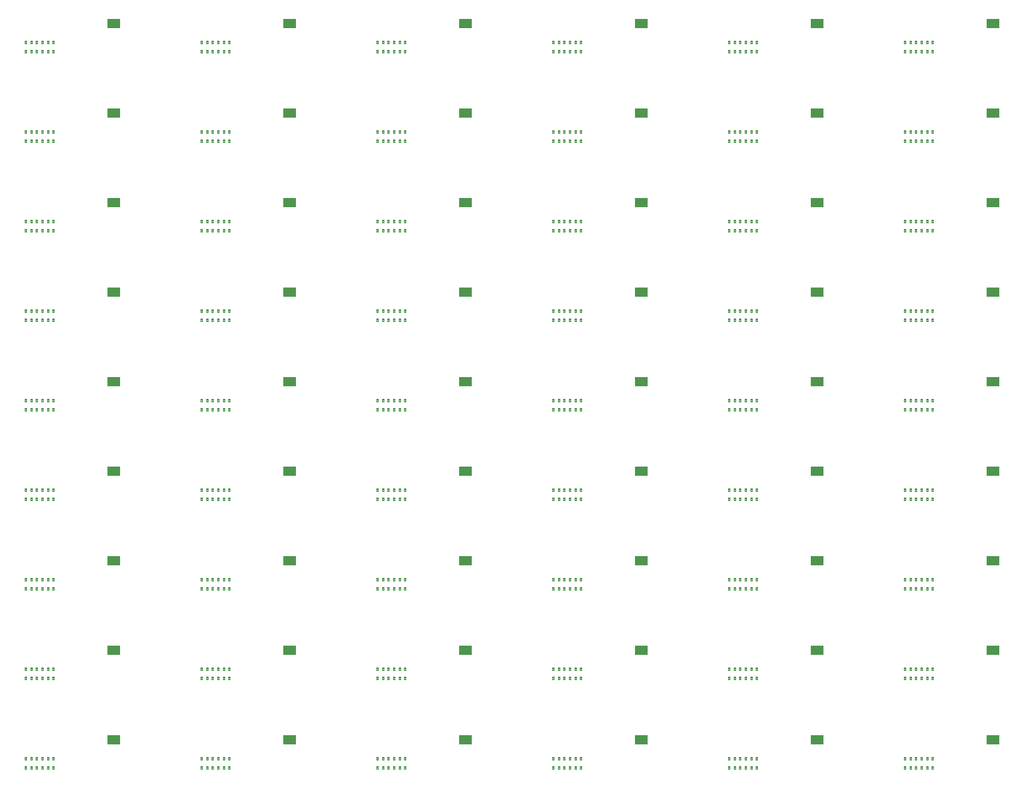
<source format=gbp>
G04 EAGLE Gerber RS-274X export*
G75*
%MOMM*%
%FSLAX34Y34*%
%LPD*%
%INSolderpaste Bottom*%
%IPPOS*%
%AMOC8*
5,1,8,0,0,1.08239X$1,22.5*%
G01*
%ADD10C,0.101500*%
%ADD11R,1.879600X1.473200*%


D10*
X148563Y58635D02*
X148563Y54649D01*
X146077Y54649D01*
X146077Y58635D01*
X148563Y58635D01*
X148563Y55613D02*
X146077Y55613D01*
X146077Y56577D02*
X148563Y56577D01*
X148563Y57541D02*
X146077Y57541D01*
X146077Y58505D02*
X148563Y58505D01*
X140363Y58635D02*
X140363Y54649D01*
X137877Y54649D01*
X137877Y58635D01*
X140363Y58635D01*
X140363Y55613D02*
X137877Y55613D01*
X137877Y56577D02*
X140363Y56577D01*
X140363Y57541D02*
X137877Y57541D01*
X137877Y58505D02*
X140363Y58505D01*
X132163Y58635D02*
X132163Y54649D01*
X129677Y54649D01*
X129677Y58635D01*
X132163Y58635D01*
X132163Y55613D02*
X129677Y55613D01*
X129677Y56577D02*
X132163Y56577D01*
X132163Y57541D02*
X129677Y57541D01*
X129677Y58505D02*
X132163Y58505D01*
X123963Y58635D02*
X123963Y54649D01*
X121477Y54649D01*
X121477Y58635D01*
X123963Y58635D01*
X123963Y55613D02*
X121477Y55613D01*
X121477Y56577D02*
X123963Y56577D01*
X123963Y57541D02*
X121477Y57541D01*
X121477Y58505D02*
X123963Y58505D01*
X115763Y58635D02*
X115763Y54649D01*
X113277Y54649D01*
X113277Y58635D01*
X115763Y58635D01*
X115763Y55613D02*
X113277Y55613D01*
X113277Y56577D02*
X115763Y56577D01*
X115763Y57541D02*
X113277Y57541D01*
X113277Y58505D02*
X115763Y58505D01*
X107563Y58635D02*
X107563Y54649D01*
X105077Y54649D01*
X105077Y58635D01*
X107563Y58635D01*
X107563Y55613D02*
X105077Y55613D01*
X105077Y56577D02*
X107563Y56577D01*
X107563Y57541D02*
X105077Y57541D01*
X105077Y58505D02*
X107563Y58505D01*
X107563Y68149D02*
X107563Y72135D01*
X107563Y68149D02*
X105077Y68149D01*
X105077Y72135D01*
X107563Y72135D01*
X107563Y69113D02*
X105077Y69113D01*
X105077Y70077D02*
X107563Y70077D01*
X107563Y71041D02*
X105077Y71041D01*
X105077Y72005D02*
X107563Y72005D01*
X115763Y72135D02*
X115763Y68149D01*
X113277Y68149D01*
X113277Y72135D01*
X115763Y72135D01*
X115763Y69113D02*
X113277Y69113D01*
X113277Y70077D02*
X115763Y70077D01*
X115763Y71041D02*
X113277Y71041D01*
X113277Y72005D02*
X115763Y72005D01*
X123963Y72135D02*
X123963Y68149D01*
X121477Y68149D01*
X121477Y72135D01*
X123963Y72135D01*
X123963Y69113D02*
X121477Y69113D01*
X121477Y70077D02*
X123963Y70077D01*
X123963Y71041D02*
X121477Y71041D01*
X121477Y72005D02*
X123963Y72005D01*
X132163Y72135D02*
X132163Y68149D01*
X129677Y68149D01*
X129677Y72135D01*
X132163Y72135D01*
X132163Y69113D02*
X129677Y69113D01*
X129677Y70077D02*
X132163Y70077D01*
X132163Y71041D02*
X129677Y71041D01*
X129677Y72005D02*
X132163Y72005D01*
X140363Y72135D02*
X140363Y68149D01*
X137877Y68149D01*
X137877Y72135D01*
X140363Y72135D01*
X140363Y69113D02*
X137877Y69113D01*
X137877Y70077D02*
X140363Y70077D01*
X140363Y71041D02*
X137877Y71041D01*
X137877Y72005D02*
X140363Y72005D01*
X148563Y72135D02*
X148563Y68149D01*
X146077Y68149D01*
X146077Y72135D01*
X148563Y72135D01*
X148563Y69113D02*
X146077Y69113D01*
X146077Y70077D02*
X148563Y70077D01*
X148563Y71041D02*
X146077Y71041D01*
X146077Y72005D02*
X148563Y72005D01*
D11*
X236474Y97790D03*
D10*
X407643Y58635D02*
X407643Y54649D01*
X405157Y54649D01*
X405157Y58635D01*
X407643Y58635D01*
X407643Y55613D02*
X405157Y55613D01*
X405157Y56577D02*
X407643Y56577D01*
X407643Y57541D02*
X405157Y57541D01*
X405157Y58505D02*
X407643Y58505D01*
X399443Y58635D02*
X399443Y54649D01*
X396957Y54649D01*
X396957Y58635D01*
X399443Y58635D01*
X399443Y55613D02*
X396957Y55613D01*
X396957Y56577D02*
X399443Y56577D01*
X399443Y57541D02*
X396957Y57541D01*
X396957Y58505D02*
X399443Y58505D01*
X391243Y58635D02*
X391243Y54649D01*
X388757Y54649D01*
X388757Y58635D01*
X391243Y58635D01*
X391243Y55613D02*
X388757Y55613D01*
X388757Y56577D02*
X391243Y56577D01*
X391243Y57541D02*
X388757Y57541D01*
X388757Y58505D02*
X391243Y58505D01*
X383043Y58635D02*
X383043Y54649D01*
X380557Y54649D01*
X380557Y58635D01*
X383043Y58635D01*
X383043Y55613D02*
X380557Y55613D01*
X380557Y56577D02*
X383043Y56577D01*
X383043Y57541D02*
X380557Y57541D01*
X380557Y58505D02*
X383043Y58505D01*
X374843Y58635D02*
X374843Y54649D01*
X372357Y54649D01*
X372357Y58635D01*
X374843Y58635D01*
X374843Y55613D02*
X372357Y55613D01*
X372357Y56577D02*
X374843Y56577D01*
X374843Y57541D02*
X372357Y57541D01*
X372357Y58505D02*
X374843Y58505D01*
X366643Y58635D02*
X366643Y54649D01*
X364157Y54649D01*
X364157Y58635D01*
X366643Y58635D01*
X366643Y55613D02*
X364157Y55613D01*
X364157Y56577D02*
X366643Y56577D01*
X366643Y57541D02*
X364157Y57541D01*
X364157Y58505D02*
X366643Y58505D01*
X366643Y68149D02*
X366643Y72135D01*
X366643Y68149D02*
X364157Y68149D01*
X364157Y72135D01*
X366643Y72135D01*
X366643Y69113D02*
X364157Y69113D01*
X364157Y70077D02*
X366643Y70077D01*
X366643Y71041D02*
X364157Y71041D01*
X364157Y72005D02*
X366643Y72005D01*
X374843Y72135D02*
X374843Y68149D01*
X372357Y68149D01*
X372357Y72135D01*
X374843Y72135D01*
X374843Y69113D02*
X372357Y69113D01*
X372357Y70077D02*
X374843Y70077D01*
X374843Y71041D02*
X372357Y71041D01*
X372357Y72005D02*
X374843Y72005D01*
X383043Y72135D02*
X383043Y68149D01*
X380557Y68149D01*
X380557Y72135D01*
X383043Y72135D01*
X383043Y69113D02*
X380557Y69113D01*
X380557Y70077D02*
X383043Y70077D01*
X383043Y71041D02*
X380557Y71041D01*
X380557Y72005D02*
X383043Y72005D01*
X391243Y72135D02*
X391243Y68149D01*
X388757Y68149D01*
X388757Y72135D01*
X391243Y72135D01*
X391243Y69113D02*
X388757Y69113D01*
X388757Y70077D02*
X391243Y70077D01*
X391243Y71041D02*
X388757Y71041D01*
X388757Y72005D02*
X391243Y72005D01*
X399443Y72135D02*
X399443Y68149D01*
X396957Y68149D01*
X396957Y72135D01*
X399443Y72135D01*
X399443Y69113D02*
X396957Y69113D01*
X396957Y70077D02*
X399443Y70077D01*
X399443Y71041D02*
X396957Y71041D01*
X396957Y72005D02*
X399443Y72005D01*
X407643Y72135D02*
X407643Y68149D01*
X405157Y68149D01*
X405157Y72135D01*
X407643Y72135D01*
X407643Y69113D02*
X405157Y69113D01*
X405157Y70077D02*
X407643Y70077D01*
X407643Y71041D02*
X405157Y71041D01*
X405157Y72005D02*
X407643Y72005D01*
D11*
X495554Y97790D03*
D10*
X666723Y58635D02*
X666723Y54649D01*
X664237Y54649D01*
X664237Y58635D01*
X666723Y58635D01*
X666723Y55613D02*
X664237Y55613D01*
X664237Y56577D02*
X666723Y56577D01*
X666723Y57541D02*
X664237Y57541D01*
X664237Y58505D02*
X666723Y58505D01*
X658523Y58635D02*
X658523Y54649D01*
X656037Y54649D01*
X656037Y58635D01*
X658523Y58635D01*
X658523Y55613D02*
X656037Y55613D01*
X656037Y56577D02*
X658523Y56577D01*
X658523Y57541D02*
X656037Y57541D01*
X656037Y58505D02*
X658523Y58505D01*
X650323Y58635D02*
X650323Y54649D01*
X647837Y54649D01*
X647837Y58635D01*
X650323Y58635D01*
X650323Y55613D02*
X647837Y55613D01*
X647837Y56577D02*
X650323Y56577D01*
X650323Y57541D02*
X647837Y57541D01*
X647837Y58505D02*
X650323Y58505D01*
X642123Y58635D02*
X642123Y54649D01*
X639637Y54649D01*
X639637Y58635D01*
X642123Y58635D01*
X642123Y55613D02*
X639637Y55613D01*
X639637Y56577D02*
X642123Y56577D01*
X642123Y57541D02*
X639637Y57541D01*
X639637Y58505D02*
X642123Y58505D01*
X633923Y58635D02*
X633923Y54649D01*
X631437Y54649D01*
X631437Y58635D01*
X633923Y58635D01*
X633923Y55613D02*
X631437Y55613D01*
X631437Y56577D02*
X633923Y56577D01*
X633923Y57541D02*
X631437Y57541D01*
X631437Y58505D02*
X633923Y58505D01*
X625723Y58635D02*
X625723Y54649D01*
X623237Y54649D01*
X623237Y58635D01*
X625723Y58635D01*
X625723Y55613D02*
X623237Y55613D01*
X623237Y56577D02*
X625723Y56577D01*
X625723Y57541D02*
X623237Y57541D01*
X623237Y58505D02*
X625723Y58505D01*
X625723Y68149D02*
X625723Y72135D01*
X625723Y68149D02*
X623237Y68149D01*
X623237Y72135D01*
X625723Y72135D01*
X625723Y69113D02*
X623237Y69113D01*
X623237Y70077D02*
X625723Y70077D01*
X625723Y71041D02*
X623237Y71041D01*
X623237Y72005D02*
X625723Y72005D01*
X633923Y72135D02*
X633923Y68149D01*
X631437Y68149D01*
X631437Y72135D01*
X633923Y72135D01*
X633923Y69113D02*
X631437Y69113D01*
X631437Y70077D02*
X633923Y70077D01*
X633923Y71041D02*
X631437Y71041D01*
X631437Y72005D02*
X633923Y72005D01*
X642123Y72135D02*
X642123Y68149D01*
X639637Y68149D01*
X639637Y72135D01*
X642123Y72135D01*
X642123Y69113D02*
X639637Y69113D01*
X639637Y70077D02*
X642123Y70077D01*
X642123Y71041D02*
X639637Y71041D01*
X639637Y72005D02*
X642123Y72005D01*
X650323Y72135D02*
X650323Y68149D01*
X647837Y68149D01*
X647837Y72135D01*
X650323Y72135D01*
X650323Y69113D02*
X647837Y69113D01*
X647837Y70077D02*
X650323Y70077D01*
X650323Y71041D02*
X647837Y71041D01*
X647837Y72005D02*
X650323Y72005D01*
X658523Y72135D02*
X658523Y68149D01*
X656037Y68149D01*
X656037Y72135D01*
X658523Y72135D01*
X658523Y69113D02*
X656037Y69113D01*
X656037Y70077D02*
X658523Y70077D01*
X658523Y71041D02*
X656037Y71041D01*
X656037Y72005D02*
X658523Y72005D01*
X666723Y72135D02*
X666723Y68149D01*
X664237Y68149D01*
X664237Y72135D01*
X666723Y72135D01*
X666723Y69113D02*
X664237Y69113D01*
X664237Y70077D02*
X666723Y70077D01*
X666723Y71041D02*
X664237Y71041D01*
X664237Y72005D02*
X666723Y72005D01*
D11*
X754634Y97790D03*
D10*
X925803Y58635D02*
X925803Y54649D01*
X923317Y54649D01*
X923317Y58635D01*
X925803Y58635D01*
X925803Y55613D02*
X923317Y55613D01*
X923317Y56577D02*
X925803Y56577D01*
X925803Y57541D02*
X923317Y57541D01*
X923317Y58505D02*
X925803Y58505D01*
X917603Y58635D02*
X917603Y54649D01*
X915117Y54649D01*
X915117Y58635D01*
X917603Y58635D01*
X917603Y55613D02*
X915117Y55613D01*
X915117Y56577D02*
X917603Y56577D01*
X917603Y57541D02*
X915117Y57541D01*
X915117Y58505D02*
X917603Y58505D01*
X909403Y58635D02*
X909403Y54649D01*
X906917Y54649D01*
X906917Y58635D01*
X909403Y58635D01*
X909403Y55613D02*
X906917Y55613D01*
X906917Y56577D02*
X909403Y56577D01*
X909403Y57541D02*
X906917Y57541D01*
X906917Y58505D02*
X909403Y58505D01*
X901203Y58635D02*
X901203Y54649D01*
X898717Y54649D01*
X898717Y58635D01*
X901203Y58635D01*
X901203Y55613D02*
X898717Y55613D01*
X898717Y56577D02*
X901203Y56577D01*
X901203Y57541D02*
X898717Y57541D01*
X898717Y58505D02*
X901203Y58505D01*
X893003Y58635D02*
X893003Y54649D01*
X890517Y54649D01*
X890517Y58635D01*
X893003Y58635D01*
X893003Y55613D02*
X890517Y55613D01*
X890517Y56577D02*
X893003Y56577D01*
X893003Y57541D02*
X890517Y57541D01*
X890517Y58505D02*
X893003Y58505D01*
X884803Y58635D02*
X884803Y54649D01*
X882317Y54649D01*
X882317Y58635D01*
X884803Y58635D01*
X884803Y55613D02*
X882317Y55613D01*
X882317Y56577D02*
X884803Y56577D01*
X884803Y57541D02*
X882317Y57541D01*
X882317Y58505D02*
X884803Y58505D01*
X884803Y68149D02*
X884803Y72135D01*
X884803Y68149D02*
X882317Y68149D01*
X882317Y72135D01*
X884803Y72135D01*
X884803Y69113D02*
X882317Y69113D01*
X882317Y70077D02*
X884803Y70077D01*
X884803Y71041D02*
X882317Y71041D01*
X882317Y72005D02*
X884803Y72005D01*
X893003Y72135D02*
X893003Y68149D01*
X890517Y68149D01*
X890517Y72135D01*
X893003Y72135D01*
X893003Y69113D02*
X890517Y69113D01*
X890517Y70077D02*
X893003Y70077D01*
X893003Y71041D02*
X890517Y71041D01*
X890517Y72005D02*
X893003Y72005D01*
X901203Y72135D02*
X901203Y68149D01*
X898717Y68149D01*
X898717Y72135D01*
X901203Y72135D01*
X901203Y69113D02*
X898717Y69113D01*
X898717Y70077D02*
X901203Y70077D01*
X901203Y71041D02*
X898717Y71041D01*
X898717Y72005D02*
X901203Y72005D01*
X909403Y72135D02*
X909403Y68149D01*
X906917Y68149D01*
X906917Y72135D01*
X909403Y72135D01*
X909403Y69113D02*
X906917Y69113D01*
X906917Y70077D02*
X909403Y70077D01*
X909403Y71041D02*
X906917Y71041D01*
X906917Y72005D02*
X909403Y72005D01*
X917603Y72135D02*
X917603Y68149D01*
X915117Y68149D01*
X915117Y72135D01*
X917603Y72135D01*
X917603Y69113D02*
X915117Y69113D01*
X915117Y70077D02*
X917603Y70077D01*
X917603Y71041D02*
X915117Y71041D01*
X915117Y72005D02*
X917603Y72005D01*
X925803Y72135D02*
X925803Y68149D01*
X923317Y68149D01*
X923317Y72135D01*
X925803Y72135D01*
X925803Y69113D02*
X923317Y69113D01*
X923317Y70077D02*
X925803Y70077D01*
X925803Y71041D02*
X923317Y71041D01*
X923317Y72005D02*
X925803Y72005D01*
D11*
X1013714Y97790D03*
D10*
X1184883Y58635D02*
X1184883Y54649D01*
X1182397Y54649D01*
X1182397Y58635D01*
X1184883Y58635D01*
X1184883Y55613D02*
X1182397Y55613D01*
X1182397Y56577D02*
X1184883Y56577D01*
X1184883Y57541D02*
X1182397Y57541D01*
X1182397Y58505D02*
X1184883Y58505D01*
X1176683Y58635D02*
X1176683Y54649D01*
X1174197Y54649D01*
X1174197Y58635D01*
X1176683Y58635D01*
X1176683Y55613D02*
X1174197Y55613D01*
X1174197Y56577D02*
X1176683Y56577D01*
X1176683Y57541D02*
X1174197Y57541D01*
X1174197Y58505D02*
X1176683Y58505D01*
X1168483Y58635D02*
X1168483Y54649D01*
X1165997Y54649D01*
X1165997Y58635D01*
X1168483Y58635D01*
X1168483Y55613D02*
X1165997Y55613D01*
X1165997Y56577D02*
X1168483Y56577D01*
X1168483Y57541D02*
X1165997Y57541D01*
X1165997Y58505D02*
X1168483Y58505D01*
X1160283Y58635D02*
X1160283Y54649D01*
X1157797Y54649D01*
X1157797Y58635D01*
X1160283Y58635D01*
X1160283Y55613D02*
X1157797Y55613D01*
X1157797Y56577D02*
X1160283Y56577D01*
X1160283Y57541D02*
X1157797Y57541D01*
X1157797Y58505D02*
X1160283Y58505D01*
X1152083Y58635D02*
X1152083Y54649D01*
X1149597Y54649D01*
X1149597Y58635D01*
X1152083Y58635D01*
X1152083Y55613D02*
X1149597Y55613D01*
X1149597Y56577D02*
X1152083Y56577D01*
X1152083Y57541D02*
X1149597Y57541D01*
X1149597Y58505D02*
X1152083Y58505D01*
X1143883Y58635D02*
X1143883Y54649D01*
X1141397Y54649D01*
X1141397Y58635D01*
X1143883Y58635D01*
X1143883Y55613D02*
X1141397Y55613D01*
X1141397Y56577D02*
X1143883Y56577D01*
X1143883Y57541D02*
X1141397Y57541D01*
X1141397Y58505D02*
X1143883Y58505D01*
X1143883Y68149D02*
X1143883Y72135D01*
X1143883Y68149D02*
X1141397Y68149D01*
X1141397Y72135D01*
X1143883Y72135D01*
X1143883Y69113D02*
X1141397Y69113D01*
X1141397Y70077D02*
X1143883Y70077D01*
X1143883Y71041D02*
X1141397Y71041D01*
X1141397Y72005D02*
X1143883Y72005D01*
X1152083Y72135D02*
X1152083Y68149D01*
X1149597Y68149D01*
X1149597Y72135D01*
X1152083Y72135D01*
X1152083Y69113D02*
X1149597Y69113D01*
X1149597Y70077D02*
X1152083Y70077D01*
X1152083Y71041D02*
X1149597Y71041D01*
X1149597Y72005D02*
X1152083Y72005D01*
X1160283Y72135D02*
X1160283Y68149D01*
X1157797Y68149D01*
X1157797Y72135D01*
X1160283Y72135D01*
X1160283Y69113D02*
X1157797Y69113D01*
X1157797Y70077D02*
X1160283Y70077D01*
X1160283Y71041D02*
X1157797Y71041D01*
X1157797Y72005D02*
X1160283Y72005D01*
X1168483Y72135D02*
X1168483Y68149D01*
X1165997Y68149D01*
X1165997Y72135D01*
X1168483Y72135D01*
X1168483Y69113D02*
X1165997Y69113D01*
X1165997Y70077D02*
X1168483Y70077D01*
X1168483Y71041D02*
X1165997Y71041D01*
X1165997Y72005D02*
X1168483Y72005D01*
X1176683Y72135D02*
X1176683Y68149D01*
X1174197Y68149D01*
X1174197Y72135D01*
X1176683Y72135D01*
X1176683Y69113D02*
X1174197Y69113D01*
X1174197Y70077D02*
X1176683Y70077D01*
X1176683Y71041D02*
X1174197Y71041D01*
X1174197Y72005D02*
X1176683Y72005D01*
X1184883Y72135D02*
X1184883Y68149D01*
X1182397Y68149D01*
X1182397Y72135D01*
X1184883Y72135D01*
X1184883Y69113D02*
X1182397Y69113D01*
X1182397Y70077D02*
X1184883Y70077D01*
X1184883Y71041D02*
X1182397Y71041D01*
X1182397Y72005D02*
X1184883Y72005D01*
D11*
X1272794Y97790D03*
D10*
X1443963Y58635D02*
X1443963Y54649D01*
X1441477Y54649D01*
X1441477Y58635D01*
X1443963Y58635D01*
X1443963Y55613D02*
X1441477Y55613D01*
X1441477Y56577D02*
X1443963Y56577D01*
X1443963Y57541D02*
X1441477Y57541D01*
X1441477Y58505D02*
X1443963Y58505D01*
X1435763Y58635D02*
X1435763Y54649D01*
X1433277Y54649D01*
X1433277Y58635D01*
X1435763Y58635D01*
X1435763Y55613D02*
X1433277Y55613D01*
X1433277Y56577D02*
X1435763Y56577D01*
X1435763Y57541D02*
X1433277Y57541D01*
X1433277Y58505D02*
X1435763Y58505D01*
X1427563Y58635D02*
X1427563Y54649D01*
X1425077Y54649D01*
X1425077Y58635D01*
X1427563Y58635D01*
X1427563Y55613D02*
X1425077Y55613D01*
X1425077Y56577D02*
X1427563Y56577D01*
X1427563Y57541D02*
X1425077Y57541D01*
X1425077Y58505D02*
X1427563Y58505D01*
X1419363Y58635D02*
X1419363Y54649D01*
X1416877Y54649D01*
X1416877Y58635D01*
X1419363Y58635D01*
X1419363Y55613D02*
X1416877Y55613D01*
X1416877Y56577D02*
X1419363Y56577D01*
X1419363Y57541D02*
X1416877Y57541D01*
X1416877Y58505D02*
X1419363Y58505D01*
X1411163Y58635D02*
X1411163Y54649D01*
X1408677Y54649D01*
X1408677Y58635D01*
X1411163Y58635D01*
X1411163Y55613D02*
X1408677Y55613D01*
X1408677Y56577D02*
X1411163Y56577D01*
X1411163Y57541D02*
X1408677Y57541D01*
X1408677Y58505D02*
X1411163Y58505D01*
X1402963Y58635D02*
X1402963Y54649D01*
X1400477Y54649D01*
X1400477Y58635D01*
X1402963Y58635D01*
X1402963Y55613D02*
X1400477Y55613D01*
X1400477Y56577D02*
X1402963Y56577D01*
X1402963Y57541D02*
X1400477Y57541D01*
X1400477Y58505D02*
X1402963Y58505D01*
X1402963Y68149D02*
X1402963Y72135D01*
X1402963Y68149D02*
X1400477Y68149D01*
X1400477Y72135D01*
X1402963Y72135D01*
X1402963Y69113D02*
X1400477Y69113D01*
X1400477Y70077D02*
X1402963Y70077D01*
X1402963Y71041D02*
X1400477Y71041D01*
X1400477Y72005D02*
X1402963Y72005D01*
X1411163Y72135D02*
X1411163Y68149D01*
X1408677Y68149D01*
X1408677Y72135D01*
X1411163Y72135D01*
X1411163Y69113D02*
X1408677Y69113D01*
X1408677Y70077D02*
X1411163Y70077D01*
X1411163Y71041D02*
X1408677Y71041D01*
X1408677Y72005D02*
X1411163Y72005D01*
X1419363Y72135D02*
X1419363Y68149D01*
X1416877Y68149D01*
X1416877Y72135D01*
X1419363Y72135D01*
X1419363Y69113D02*
X1416877Y69113D01*
X1416877Y70077D02*
X1419363Y70077D01*
X1419363Y71041D02*
X1416877Y71041D01*
X1416877Y72005D02*
X1419363Y72005D01*
X1427563Y72135D02*
X1427563Y68149D01*
X1425077Y68149D01*
X1425077Y72135D01*
X1427563Y72135D01*
X1427563Y69113D02*
X1425077Y69113D01*
X1425077Y70077D02*
X1427563Y70077D01*
X1427563Y71041D02*
X1425077Y71041D01*
X1425077Y72005D02*
X1427563Y72005D01*
X1435763Y72135D02*
X1435763Y68149D01*
X1433277Y68149D01*
X1433277Y72135D01*
X1435763Y72135D01*
X1435763Y69113D02*
X1433277Y69113D01*
X1433277Y70077D02*
X1435763Y70077D01*
X1435763Y71041D02*
X1433277Y71041D01*
X1433277Y72005D02*
X1435763Y72005D01*
X1443963Y72135D02*
X1443963Y68149D01*
X1441477Y68149D01*
X1441477Y72135D01*
X1443963Y72135D01*
X1443963Y69113D02*
X1441477Y69113D01*
X1441477Y70077D02*
X1443963Y70077D01*
X1443963Y71041D02*
X1441477Y71041D01*
X1441477Y72005D02*
X1443963Y72005D01*
D11*
X1531874Y97790D03*
D10*
X148563Y186729D02*
X148563Y190715D01*
X148563Y186729D02*
X146077Y186729D01*
X146077Y190715D01*
X148563Y190715D01*
X148563Y187693D02*
X146077Y187693D01*
X146077Y188657D02*
X148563Y188657D01*
X148563Y189621D02*
X146077Y189621D01*
X146077Y190585D02*
X148563Y190585D01*
X140363Y190715D02*
X140363Y186729D01*
X137877Y186729D01*
X137877Y190715D01*
X140363Y190715D01*
X140363Y187693D02*
X137877Y187693D01*
X137877Y188657D02*
X140363Y188657D01*
X140363Y189621D02*
X137877Y189621D01*
X137877Y190585D02*
X140363Y190585D01*
X132163Y190715D02*
X132163Y186729D01*
X129677Y186729D01*
X129677Y190715D01*
X132163Y190715D01*
X132163Y187693D02*
X129677Y187693D01*
X129677Y188657D02*
X132163Y188657D01*
X132163Y189621D02*
X129677Y189621D01*
X129677Y190585D02*
X132163Y190585D01*
X123963Y190715D02*
X123963Y186729D01*
X121477Y186729D01*
X121477Y190715D01*
X123963Y190715D01*
X123963Y187693D02*
X121477Y187693D01*
X121477Y188657D02*
X123963Y188657D01*
X123963Y189621D02*
X121477Y189621D01*
X121477Y190585D02*
X123963Y190585D01*
X115763Y190715D02*
X115763Y186729D01*
X113277Y186729D01*
X113277Y190715D01*
X115763Y190715D01*
X115763Y187693D02*
X113277Y187693D01*
X113277Y188657D02*
X115763Y188657D01*
X115763Y189621D02*
X113277Y189621D01*
X113277Y190585D02*
X115763Y190585D01*
X107563Y190715D02*
X107563Y186729D01*
X105077Y186729D01*
X105077Y190715D01*
X107563Y190715D01*
X107563Y187693D02*
X105077Y187693D01*
X105077Y188657D02*
X107563Y188657D01*
X107563Y189621D02*
X105077Y189621D01*
X105077Y190585D02*
X107563Y190585D01*
X107563Y200229D02*
X107563Y204215D01*
X107563Y200229D02*
X105077Y200229D01*
X105077Y204215D01*
X107563Y204215D01*
X107563Y201193D02*
X105077Y201193D01*
X105077Y202157D02*
X107563Y202157D01*
X107563Y203121D02*
X105077Y203121D01*
X105077Y204085D02*
X107563Y204085D01*
X115763Y204215D02*
X115763Y200229D01*
X113277Y200229D01*
X113277Y204215D01*
X115763Y204215D01*
X115763Y201193D02*
X113277Y201193D01*
X113277Y202157D02*
X115763Y202157D01*
X115763Y203121D02*
X113277Y203121D01*
X113277Y204085D02*
X115763Y204085D01*
X123963Y204215D02*
X123963Y200229D01*
X121477Y200229D01*
X121477Y204215D01*
X123963Y204215D01*
X123963Y201193D02*
X121477Y201193D01*
X121477Y202157D02*
X123963Y202157D01*
X123963Y203121D02*
X121477Y203121D01*
X121477Y204085D02*
X123963Y204085D01*
X132163Y204215D02*
X132163Y200229D01*
X129677Y200229D01*
X129677Y204215D01*
X132163Y204215D01*
X132163Y201193D02*
X129677Y201193D01*
X129677Y202157D02*
X132163Y202157D01*
X132163Y203121D02*
X129677Y203121D01*
X129677Y204085D02*
X132163Y204085D01*
X140363Y204215D02*
X140363Y200229D01*
X137877Y200229D01*
X137877Y204215D01*
X140363Y204215D01*
X140363Y201193D02*
X137877Y201193D01*
X137877Y202157D02*
X140363Y202157D01*
X140363Y203121D02*
X137877Y203121D01*
X137877Y204085D02*
X140363Y204085D01*
X148563Y204215D02*
X148563Y200229D01*
X146077Y200229D01*
X146077Y204215D01*
X148563Y204215D01*
X148563Y201193D02*
X146077Y201193D01*
X146077Y202157D02*
X148563Y202157D01*
X148563Y203121D02*
X146077Y203121D01*
X146077Y204085D02*
X148563Y204085D01*
D11*
X236474Y229870D03*
D10*
X407643Y190715D02*
X407643Y186729D01*
X405157Y186729D01*
X405157Y190715D01*
X407643Y190715D01*
X407643Y187693D02*
X405157Y187693D01*
X405157Y188657D02*
X407643Y188657D01*
X407643Y189621D02*
X405157Y189621D01*
X405157Y190585D02*
X407643Y190585D01*
X399443Y190715D02*
X399443Y186729D01*
X396957Y186729D01*
X396957Y190715D01*
X399443Y190715D01*
X399443Y187693D02*
X396957Y187693D01*
X396957Y188657D02*
X399443Y188657D01*
X399443Y189621D02*
X396957Y189621D01*
X396957Y190585D02*
X399443Y190585D01*
X391243Y190715D02*
X391243Y186729D01*
X388757Y186729D01*
X388757Y190715D01*
X391243Y190715D01*
X391243Y187693D02*
X388757Y187693D01*
X388757Y188657D02*
X391243Y188657D01*
X391243Y189621D02*
X388757Y189621D01*
X388757Y190585D02*
X391243Y190585D01*
X383043Y190715D02*
X383043Y186729D01*
X380557Y186729D01*
X380557Y190715D01*
X383043Y190715D01*
X383043Y187693D02*
X380557Y187693D01*
X380557Y188657D02*
X383043Y188657D01*
X383043Y189621D02*
X380557Y189621D01*
X380557Y190585D02*
X383043Y190585D01*
X374843Y190715D02*
X374843Y186729D01*
X372357Y186729D01*
X372357Y190715D01*
X374843Y190715D01*
X374843Y187693D02*
X372357Y187693D01*
X372357Y188657D02*
X374843Y188657D01*
X374843Y189621D02*
X372357Y189621D01*
X372357Y190585D02*
X374843Y190585D01*
X366643Y190715D02*
X366643Y186729D01*
X364157Y186729D01*
X364157Y190715D01*
X366643Y190715D01*
X366643Y187693D02*
X364157Y187693D01*
X364157Y188657D02*
X366643Y188657D01*
X366643Y189621D02*
X364157Y189621D01*
X364157Y190585D02*
X366643Y190585D01*
X366643Y200229D02*
X366643Y204215D01*
X366643Y200229D02*
X364157Y200229D01*
X364157Y204215D01*
X366643Y204215D01*
X366643Y201193D02*
X364157Y201193D01*
X364157Y202157D02*
X366643Y202157D01*
X366643Y203121D02*
X364157Y203121D01*
X364157Y204085D02*
X366643Y204085D01*
X374843Y204215D02*
X374843Y200229D01*
X372357Y200229D01*
X372357Y204215D01*
X374843Y204215D01*
X374843Y201193D02*
X372357Y201193D01*
X372357Y202157D02*
X374843Y202157D01*
X374843Y203121D02*
X372357Y203121D01*
X372357Y204085D02*
X374843Y204085D01*
X383043Y204215D02*
X383043Y200229D01*
X380557Y200229D01*
X380557Y204215D01*
X383043Y204215D01*
X383043Y201193D02*
X380557Y201193D01*
X380557Y202157D02*
X383043Y202157D01*
X383043Y203121D02*
X380557Y203121D01*
X380557Y204085D02*
X383043Y204085D01*
X391243Y204215D02*
X391243Y200229D01*
X388757Y200229D01*
X388757Y204215D01*
X391243Y204215D01*
X391243Y201193D02*
X388757Y201193D01*
X388757Y202157D02*
X391243Y202157D01*
X391243Y203121D02*
X388757Y203121D01*
X388757Y204085D02*
X391243Y204085D01*
X399443Y204215D02*
X399443Y200229D01*
X396957Y200229D01*
X396957Y204215D01*
X399443Y204215D01*
X399443Y201193D02*
X396957Y201193D01*
X396957Y202157D02*
X399443Y202157D01*
X399443Y203121D02*
X396957Y203121D01*
X396957Y204085D02*
X399443Y204085D01*
X407643Y204215D02*
X407643Y200229D01*
X405157Y200229D01*
X405157Y204215D01*
X407643Y204215D01*
X407643Y201193D02*
X405157Y201193D01*
X405157Y202157D02*
X407643Y202157D01*
X407643Y203121D02*
X405157Y203121D01*
X405157Y204085D02*
X407643Y204085D01*
D11*
X495554Y229870D03*
D10*
X666723Y190715D02*
X666723Y186729D01*
X664237Y186729D01*
X664237Y190715D01*
X666723Y190715D01*
X666723Y187693D02*
X664237Y187693D01*
X664237Y188657D02*
X666723Y188657D01*
X666723Y189621D02*
X664237Y189621D01*
X664237Y190585D02*
X666723Y190585D01*
X658523Y190715D02*
X658523Y186729D01*
X656037Y186729D01*
X656037Y190715D01*
X658523Y190715D01*
X658523Y187693D02*
X656037Y187693D01*
X656037Y188657D02*
X658523Y188657D01*
X658523Y189621D02*
X656037Y189621D01*
X656037Y190585D02*
X658523Y190585D01*
X650323Y190715D02*
X650323Y186729D01*
X647837Y186729D01*
X647837Y190715D01*
X650323Y190715D01*
X650323Y187693D02*
X647837Y187693D01*
X647837Y188657D02*
X650323Y188657D01*
X650323Y189621D02*
X647837Y189621D01*
X647837Y190585D02*
X650323Y190585D01*
X642123Y190715D02*
X642123Y186729D01*
X639637Y186729D01*
X639637Y190715D01*
X642123Y190715D01*
X642123Y187693D02*
X639637Y187693D01*
X639637Y188657D02*
X642123Y188657D01*
X642123Y189621D02*
X639637Y189621D01*
X639637Y190585D02*
X642123Y190585D01*
X633923Y190715D02*
X633923Y186729D01*
X631437Y186729D01*
X631437Y190715D01*
X633923Y190715D01*
X633923Y187693D02*
X631437Y187693D01*
X631437Y188657D02*
X633923Y188657D01*
X633923Y189621D02*
X631437Y189621D01*
X631437Y190585D02*
X633923Y190585D01*
X625723Y190715D02*
X625723Y186729D01*
X623237Y186729D01*
X623237Y190715D01*
X625723Y190715D01*
X625723Y187693D02*
X623237Y187693D01*
X623237Y188657D02*
X625723Y188657D01*
X625723Y189621D02*
X623237Y189621D01*
X623237Y190585D02*
X625723Y190585D01*
X625723Y200229D02*
X625723Y204215D01*
X625723Y200229D02*
X623237Y200229D01*
X623237Y204215D01*
X625723Y204215D01*
X625723Y201193D02*
X623237Y201193D01*
X623237Y202157D02*
X625723Y202157D01*
X625723Y203121D02*
X623237Y203121D01*
X623237Y204085D02*
X625723Y204085D01*
X633923Y204215D02*
X633923Y200229D01*
X631437Y200229D01*
X631437Y204215D01*
X633923Y204215D01*
X633923Y201193D02*
X631437Y201193D01*
X631437Y202157D02*
X633923Y202157D01*
X633923Y203121D02*
X631437Y203121D01*
X631437Y204085D02*
X633923Y204085D01*
X642123Y204215D02*
X642123Y200229D01*
X639637Y200229D01*
X639637Y204215D01*
X642123Y204215D01*
X642123Y201193D02*
X639637Y201193D01*
X639637Y202157D02*
X642123Y202157D01*
X642123Y203121D02*
X639637Y203121D01*
X639637Y204085D02*
X642123Y204085D01*
X650323Y204215D02*
X650323Y200229D01*
X647837Y200229D01*
X647837Y204215D01*
X650323Y204215D01*
X650323Y201193D02*
X647837Y201193D01*
X647837Y202157D02*
X650323Y202157D01*
X650323Y203121D02*
X647837Y203121D01*
X647837Y204085D02*
X650323Y204085D01*
X658523Y204215D02*
X658523Y200229D01*
X656037Y200229D01*
X656037Y204215D01*
X658523Y204215D01*
X658523Y201193D02*
X656037Y201193D01*
X656037Y202157D02*
X658523Y202157D01*
X658523Y203121D02*
X656037Y203121D01*
X656037Y204085D02*
X658523Y204085D01*
X666723Y204215D02*
X666723Y200229D01*
X664237Y200229D01*
X664237Y204215D01*
X666723Y204215D01*
X666723Y201193D02*
X664237Y201193D01*
X664237Y202157D02*
X666723Y202157D01*
X666723Y203121D02*
X664237Y203121D01*
X664237Y204085D02*
X666723Y204085D01*
D11*
X754634Y229870D03*
D10*
X925803Y190715D02*
X925803Y186729D01*
X923317Y186729D01*
X923317Y190715D01*
X925803Y190715D01*
X925803Y187693D02*
X923317Y187693D01*
X923317Y188657D02*
X925803Y188657D01*
X925803Y189621D02*
X923317Y189621D01*
X923317Y190585D02*
X925803Y190585D01*
X917603Y190715D02*
X917603Y186729D01*
X915117Y186729D01*
X915117Y190715D01*
X917603Y190715D01*
X917603Y187693D02*
X915117Y187693D01*
X915117Y188657D02*
X917603Y188657D01*
X917603Y189621D02*
X915117Y189621D01*
X915117Y190585D02*
X917603Y190585D01*
X909403Y190715D02*
X909403Y186729D01*
X906917Y186729D01*
X906917Y190715D01*
X909403Y190715D01*
X909403Y187693D02*
X906917Y187693D01*
X906917Y188657D02*
X909403Y188657D01*
X909403Y189621D02*
X906917Y189621D01*
X906917Y190585D02*
X909403Y190585D01*
X901203Y190715D02*
X901203Y186729D01*
X898717Y186729D01*
X898717Y190715D01*
X901203Y190715D01*
X901203Y187693D02*
X898717Y187693D01*
X898717Y188657D02*
X901203Y188657D01*
X901203Y189621D02*
X898717Y189621D01*
X898717Y190585D02*
X901203Y190585D01*
X893003Y190715D02*
X893003Y186729D01*
X890517Y186729D01*
X890517Y190715D01*
X893003Y190715D01*
X893003Y187693D02*
X890517Y187693D01*
X890517Y188657D02*
X893003Y188657D01*
X893003Y189621D02*
X890517Y189621D01*
X890517Y190585D02*
X893003Y190585D01*
X884803Y190715D02*
X884803Y186729D01*
X882317Y186729D01*
X882317Y190715D01*
X884803Y190715D01*
X884803Y187693D02*
X882317Y187693D01*
X882317Y188657D02*
X884803Y188657D01*
X884803Y189621D02*
X882317Y189621D01*
X882317Y190585D02*
X884803Y190585D01*
X884803Y200229D02*
X884803Y204215D01*
X884803Y200229D02*
X882317Y200229D01*
X882317Y204215D01*
X884803Y204215D01*
X884803Y201193D02*
X882317Y201193D01*
X882317Y202157D02*
X884803Y202157D01*
X884803Y203121D02*
X882317Y203121D01*
X882317Y204085D02*
X884803Y204085D01*
X893003Y204215D02*
X893003Y200229D01*
X890517Y200229D01*
X890517Y204215D01*
X893003Y204215D01*
X893003Y201193D02*
X890517Y201193D01*
X890517Y202157D02*
X893003Y202157D01*
X893003Y203121D02*
X890517Y203121D01*
X890517Y204085D02*
X893003Y204085D01*
X901203Y204215D02*
X901203Y200229D01*
X898717Y200229D01*
X898717Y204215D01*
X901203Y204215D01*
X901203Y201193D02*
X898717Y201193D01*
X898717Y202157D02*
X901203Y202157D01*
X901203Y203121D02*
X898717Y203121D01*
X898717Y204085D02*
X901203Y204085D01*
X909403Y204215D02*
X909403Y200229D01*
X906917Y200229D01*
X906917Y204215D01*
X909403Y204215D01*
X909403Y201193D02*
X906917Y201193D01*
X906917Y202157D02*
X909403Y202157D01*
X909403Y203121D02*
X906917Y203121D01*
X906917Y204085D02*
X909403Y204085D01*
X917603Y204215D02*
X917603Y200229D01*
X915117Y200229D01*
X915117Y204215D01*
X917603Y204215D01*
X917603Y201193D02*
X915117Y201193D01*
X915117Y202157D02*
X917603Y202157D01*
X917603Y203121D02*
X915117Y203121D01*
X915117Y204085D02*
X917603Y204085D01*
X925803Y204215D02*
X925803Y200229D01*
X923317Y200229D01*
X923317Y204215D01*
X925803Y204215D01*
X925803Y201193D02*
X923317Y201193D01*
X923317Y202157D02*
X925803Y202157D01*
X925803Y203121D02*
X923317Y203121D01*
X923317Y204085D02*
X925803Y204085D01*
D11*
X1013714Y229870D03*
D10*
X1184883Y190715D02*
X1184883Y186729D01*
X1182397Y186729D01*
X1182397Y190715D01*
X1184883Y190715D01*
X1184883Y187693D02*
X1182397Y187693D01*
X1182397Y188657D02*
X1184883Y188657D01*
X1184883Y189621D02*
X1182397Y189621D01*
X1182397Y190585D02*
X1184883Y190585D01*
X1176683Y190715D02*
X1176683Y186729D01*
X1174197Y186729D01*
X1174197Y190715D01*
X1176683Y190715D01*
X1176683Y187693D02*
X1174197Y187693D01*
X1174197Y188657D02*
X1176683Y188657D01*
X1176683Y189621D02*
X1174197Y189621D01*
X1174197Y190585D02*
X1176683Y190585D01*
X1168483Y190715D02*
X1168483Y186729D01*
X1165997Y186729D01*
X1165997Y190715D01*
X1168483Y190715D01*
X1168483Y187693D02*
X1165997Y187693D01*
X1165997Y188657D02*
X1168483Y188657D01*
X1168483Y189621D02*
X1165997Y189621D01*
X1165997Y190585D02*
X1168483Y190585D01*
X1160283Y190715D02*
X1160283Y186729D01*
X1157797Y186729D01*
X1157797Y190715D01*
X1160283Y190715D01*
X1160283Y187693D02*
X1157797Y187693D01*
X1157797Y188657D02*
X1160283Y188657D01*
X1160283Y189621D02*
X1157797Y189621D01*
X1157797Y190585D02*
X1160283Y190585D01*
X1152083Y190715D02*
X1152083Y186729D01*
X1149597Y186729D01*
X1149597Y190715D01*
X1152083Y190715D01*
X1152083Y187693D02*
X1149597Y187693D01*
X1149597Y188657D02*
X1152083Y188657D01*
X1152083Y189621D02*
X1149597Y189621D01*
X1149597Y190585D02*
X1152083Y190585D01*
X1143883Y190715D02*
X1143883Y186729D01*
X1141397Y186729D01*
X1141397Y190715D01*
X1143883Y190715D01*
X1143883Y187693D02*
X1141397Y187693D01*
X1141397Y188657D02*
X1143883Y188657D01*
X1143883Y189621D02*
X1141397Y189621D01*
X1141397Y190585D02*
X1143883Y190585D01*
X1143883Y200229D02*
X1143883Y204215D01*
X1143883Y200229D02*
X1141397Y200229D01*
X1141397Y204215D01*
X1143883Y204215D01*
X1143883Y201193D02*
X1141397Y201193D01*
X1141397Y202157D02*
X1143883Y202157D01*
X1143883Y203121D02*
X1141397Y203121D01*
X1141397Y204085D02*
X1143883Y204085D01*
X1152083Y204215D02*
X1152083Y200229D01*
X1149597Y200229D01*
X1149597Y204215D01*
X1152083Y204215D01*
X1152083Y201193D02*
X1149597Y201193D01*
X1149597Y202157D02*
X1152083Y202157D01*
X1152083Y203121D02*
X1149597Y203121D01*
X1149597Y204085D02*
X1152083Y204085D01*
X1160283Y204215D02*
X1160283Y200229D01*
X1157797Y200229D01*
X1157797Y204215D01*
X1160283Y204215D01*
X1160283Y201193D02*
X1157797Y201193D01*
X1157797Y202157D02*
X1160283Y202157D01*
X1160283Y203121D02*
X1157797Y203121D01*
X1157797Y204085D02*
X1160283Y204085D01*
X1168483Y204215D02*
X1168483Y200229D01*
X1165997Y200229D01*
X1165997Y204215D01*
X1168483Y204215D01*
X1168483Y201193D02*
X1165997Y201193D01*
X1165997Y202157D02*
X1168483Y202157D01*
X1168483Y203121D02*
X1165997Y203121D01*
X1165997Y204085D02*
X1168483Y204085D01*
X1176683Y204215D02*
X1176683Y200229D01*
X1174197Y200229D01*
X1174197Y204215D01*
X1176683Y204215D01*
X1176683Y201193D02*
X1174197Y201193D01*
X1174197Y202157D02*
X1176683Y202157D01*
X1176683Y203121D02*
X1174197Y203121D01*
X1174197Y204085D02*
X1176683Y204085D01*
X1184883Y204215D02*
X1184883Y200229D01*
X1182397Y200229D01*
X1182397Y204215D01*
X1184883Y204215D01*
X1184883Y201193D02*
X1182397Y201193D01*
X1182397Y202157D02*
X1184883Y202157D01*
X1184883Y203121D02*
X1182397Y203121D01*
X1182397Y204085D02*
X1184883Y204085D01*
D11*
X1272794Y229870D03*
D10*
X1443963Y190715D02*
X1443963Y186729D01*
X1441477Y186729D01*
X1441477Y190715D01*
X1443963Y190715D01*
X1443963Y187693D02*
X1441477Y187693D01*
X1441477Y188657D02*
X1443963Y188657D01*
X1443963Y189621D02*
X1441477Y189621D01*
X1441477Y190585D02*
X1443963Y190585D01*
X1435763Y190715D02*
X1435763Y186729D01*
X1433277Y186729D01*
X1433277Y190715D01*
X1435763Y190715D01*
X1435763Y187693D02*
X1433277Y187693D01*
X1433277Y188657D02*
X1435763Y188657D01*
X1435763Y189621D02*
X1433277Y189621D01*
X1433277Y190585D02*
X1435763Y190585D01*
X1427563Y190715D02*
X1427563Y186729D01*
X1425077Y186729D01*
X1425077Y190715D01*
X1427563Y190715D01*
X1427563Y187693D02*
X1425077Y187693D01*
X1425077Y188657D02*
X1427563Y188657D01*
X1427563Y189621D02*
X1425077Y189621D01*
X1425077Y190585D02*
X1427563Y190585D01*
X1419363Y190715D02*
X1419363Y186729D01*
X1416877Y186729D01*
X1416877Y190715D01*
X1419363Y190715D01*
X1419363Y187693D02*
X1416877Y187693D01*
X1416877Y188657D02*
X1419363Y188657D01*
X1419363Y189621D02*
X1416877Y189621D01*
X1416877Y190585D02*
X1419363Y190585D01*
X1411163Y190715D02*
X1411163Y186729D01*
X1408677Y186729D01*
X1408677Y190715D01*
X1411163Y190715D01*
X1411163Y187693D02*
X1408677Y187693D01*
X1408677Y188657D02*
X1411163Y188657D01*
X1411163Y189621D02*
X1408677Y189621D01*
X1408677Y190585D02*
X1411163Y190585D01*
X1402963Y190715D02*
X1402963Y186729D01*
X1400477Y186729D01*
X1400477Y190715D01*
X1402963Y190715D01*
X1402963Y187693D02*
X1400477Y187693D01*
X1400477Y188657D02*
X1402963Y188657D01*
X1402963Y189621D02*
X1400477Y189621D01*
X1400477Y190585D02*
X1402963Y190585D01*
X1402963Y200229D02*
X1402963Y204215D01*
X1402963Y200229D02*
X1400477Y200229D01*
X1400477Y204215D01*
X1402963Y204215D01*
X1402963Y201193D02*
X1400477Y201193D01*
X1400477Y202157D02*
X1402963Y202157D01*
X1402963Y203121D02*
X1400477Y203121D01*
X1400477Y204085D02*
X1402963Y204085D01*
X1411163Y204215D02*
X1411163Y200229D01*
X1408677Y200229D01*
X1408677Y204215D01*
X1411163Y204215D01*
X1411163Y201193D02*
X1408677Y201193D01*
X1408677Y202157D02*
X1411163Y202157D01*
X1411163Y203121D02*
X1408677Y203121D01*
X1408677Y204085D02*
X1411163Y204085D01*
X1419363Y204215D02*
X1419363Y200229D01*
X1416877Y200229D01*
X1416877Y204215D01*
X1419363Y204215D01*
X1419363Y201193D02*
X1416877Y201193D01*
X1416877Y202157D02*
X1419363Y202157D01*
X1419363Y203121D02*
X1416877Y203121D01*
X1416877Y204085D02*
X1419363Y204085D01*
X1427563Y204215D02*
X1427563Y200229D01*
X1425077Y200229D01*
X1425077Y204215D01*
X1427563Y204215D01*
X1427563Y201193D02*
X1425077Y201193D01*
X1425077Y202157D02*
X1427563Y202157D01*
X1427563Y203121D02*
X1425077Y203121D01*
X1425077Y204085D02*
X1427563Y204085D01*
X1435763Y204215D02*
X1435763Y200229D01*
X1433277Y200229D01*
X1433277Y204215D01*
X1435763Y204215D01*
X1435763Y201193D02*
X1433277Y201193D01*
X1433277Y202157D02*
X1435763Y202157D01*
X1435763Y203121D02*
X1433277Y203121D01*
X1433277Y204085D02*
X1435763Y204085D01*
X1443963Y204215D02*
X1443963Y200229D01*
X1441477Y200229D01*
X1441477Y204215D01*
X1443963Y204215D01*
X1443963Y201193D02*
X1441477Y201193D01*
X1441477Y202157D02*
X1443963Y202157D01*
X1443963Y203121D02*
X1441477Y203121D01*
X1441477Y204085D02*
X1443963Y204085D01*
D11*
X1531874Y229870D03*
D10*
X148563Y318809D02*
X148563Y322795D01*
X148563Y318809D02*
X146077Y318809D01*
X146077Y322795D01*
X148563Y322795D01*
X148563Y319773D02*
X146077Y319773D01*
X146077Y320737D02*
X148563Y320737D01*
X148563Y321701D02*
X146077Y321701D01*
X146077Y322665D02*
X148563Y322665D01*
X140363Y322795D02*
X140363Y318809D01*
X137877Y318809D01*
X137877Y322795D01*
X140363Y322795D01*
X140363Y319773D02*
X137877Y319773D01*
X137877Y320737D02*
X140363Y320737D01*
X140363Y321701D02*
X137877Y321701D01*
X137877Y322665D02*
X140363Y322665D01*
X132163Y322795D02*
X132163Y318809D01*
X129677Y318809D01*
X129677Y322795D01*
X132163Y322795D01*
X132163Y319773D02*
X129677Y319773D01*
X129677Y320737D02*
X132163Y320737D01*
X132163Y321701D02*
X129677Y321701D01*
X129677Y322665D02*
X132163Y322665D01*
X123963Y322795D02*
X123963Y318809D01*
X121477Y318809D01*
X121477Y322795D01*
X123963Y322795D01*
X123963Y319773D02*
X121477Y319773D01*
X121477Y320737D02*
X123963Y320737D01*
X123963Y321701D02*
X121477Y321701D01*
X121477Y322665D02*
X123963Y322665D01*
X115763Y322795D02*
X115763Y318809D01*
X113277Y318809D01*
X113277Y322795D01*
X115763Y322795D01*
X115763Y319773D02*
X113277Y319773D01*
X113277Y320737D02*
X115763Y320737D01*
X115763Y321701D02*
X113277Y321701D01*
X113277Y322665D02*
X115763Y322665D01*
X107563Y322795D02*
X107563Y318809D01*
X105077Y318809D01*
X105077Y322795D01*
X107563Y322795D01*
X107563Y319773D02*
X105077Y319773D01*
X105077Y320737D02*
X107563Y320737D01*
X107563Y321701D02*
X105077Y321701D01*
X105077Y322665D02*
X107563Y322665D01*
X107563Y332309D02*
X107563Y336295D01*
X107563Y332309D02*
X105077Y332309D01*
X105077Y336295D01*
X107563Y336295D01*
X107563Y333273D02*
X105077Y333273D01*
X105077Y334237D02*
X107563Y334237D01*
X107563Y335201D02*
X105077Y335201D01*
X105077Y336165D02*
X107563Y336165D01*
X115763Y336295D02*
X115763Y332309D01*
X113277Y332309D01*
X113277Y336295D01*
X115763Y336295D01*
X115763Y333273D02*
X113277Y333273D01*
X113277Y334237D02*
X115763Y334237D01*
X115763Y335201D02*
X113277Y335201D01*
X113277Y336165D02*
X115763Y336165D01*
X123963Y336295D02*
X123963Y332309D01*
X121477Y332309D01*
X121477Y336295D01*
X123963Y336295D01*
X123963Y333273D02*
X121477Y333273D01*
X121477Y334237D02*
X123963Y334237D01*
X123963Y335201D02*
X121477Y335201D01*
X121477Y336165D02*
X123963Y336165D01*
X132163Y336295D02*
X132163Y332309D01*
X129677Y332309D01*
X129677Y336295D01*
X132163Y336295D01*
X132163Y333273D02*
X129677Y333273D01*
X129677Y334237D02*
X132163Y334237D01*
X132163Y335201D02*
X129677Y335201D01*
X129677Y336165D02*
X132163Y336165D01*
X140363Y336295D02*
X140363Y332309D01*
X137877Y332309D01*
X137877Y336295D01*
X140363Y336295D01*
X140363Y333273D02*
X137877Y333273D01*
X137877Y334237D02*
X140363Y334237D01*
X140363Y335201D02*
X137877Y335201D01*
X137877Y336165D02*
X140363Y336165D01*
X148563Y336295D02*
X148563Y332309D01*
X146077Y332309D01*
X146077Y336295D01*
X148563Y336295D01*
X148563Y333273D02*
X146077Y333273D01*
X146077Y334237D02*
X148563Y334237D01*
X148563Y335201D02*
X146077Y335201D01*
X146077Y336165D02*
X148563Y336165D01*
D11*
X236474Y361950D03*
D10*
X407643Y322795D02*
X407643Y318809D01*
X405157Y318809D01*
X405157Y322795D01*
X407643Y322795D01*
X407643Y319773D02*
X405157Y319773D01*
X405157Y320737D02*
X407643Y320737D01*
X407643Y321701D02*
X405157Y321701D01*
X405157Y322665D02*
X407643Y322665D01*
X399443Y322795D02*
X399443Y318809D01*
X396957Y318809D01*
X396957Y322795D01*
X399443Y322795D01*
X399443Y319773D02*
X396957Y319773D01*
X396957Y320737D02*
X399443Y320737D01*
X399443Y321701D02*
X396957Y321701D01*
X396957Y322665D02*
X399443Y322665D01*
X391243Y322795D02*
X391243Y318809D01*
X388757Y318809D01*
X388757Y322795D01*
X391243Y322795D01*
X391243Y319773D02*
X388757Y319773D01*
X388757Y320737D02*
X391243Y320737D01*
X391243Y321701D02*
X388757Y321701D01*
X388757Y322665D02*
X391243Y322665D01*
X383043Y322795D02*
X383043Y318809D01*
X380557Y318809D01*
X380557Y322795D01*
X383043Y322795D01*
X383043Y319773D02*
X380557Y319773D01*
X380557Y320737D02*
X383043Y320737D01*
X383043Y321701D02*
X380557Y321701D01*
X380557Y322665D02*
X383043Y322665D01*
X374843Y322795D02*
X374843Y318809D01*
X372357Y318809D01*
X372357Y322795D01*
X374843Y322795D01*
X374843Y319773D02*
X372357Y319773D01*
X372357Y320737D02*
X374843Y320737D01*
X374843Y321701D02*
X372357Y321701D01*
X372357Y322665D02*
X374843Y322665D01*
X366643Y322795D02*
X366643Y318809D01*
X364157Y318809D01*
X364157Y322795D01*
X366643Y322795D01*
X366643Y319773D02*
X364157Y319773D01*
X364157Y320737D02*
X366643Y320737D01*
X366643Y321701D02*
X364157Y321701D01*
X364157Y322665D02*
X366643Y322665D01*
X366643Y332309D02*
X366643Y336295D01*
X366643Y332309D02*
X364157Y332309D01*
X364157Y336295D01*
X366643Y336295D01*
X366643Y333273D02*
X364157Y333273D01*
X364157Y334237D02*
X366643Y334237D01*
X366643Y335201D02*
X364157Y335201D01*
X364157Y336165D02*
X366643Y336165D01*
X374843Y336295D02*
X374843Y332309D01*
X372357Y332309D01*
X372357Y336295D01*
X374843Y336295D01*
X374843Y333273D02*
X372357Y333273D01*
X372357Y334237D02*
X374843Y334237D01*
X374843Y335201D02*
X372357Y335201D01*
X372357Y336165D02*
X374843Y336165D01*
X383043Y336295D02*
X383043Y332309D01*
X380557Y332309D01*
X380557Y336295D01*
X383043Y336295D01*
X383043Y333273D02*
X380557Y333273D01*
X380557Y334237D02*
X383043Y334237D01*
X383043Y335201D02*
X380557Y335201D01*
X380557Y336165D02*
X383043Y336165D01*
X391243Y336295D02*
X391243Y332309D01*
X388757Y332309D01*
X388757Y336295D01*
X391243Y336295D01*
X391243Y333273D02*
X388757Y333273D01*
X388757Y334237D02*
X391243Y334237D01*
X391243Y335201D02*
X388757Y335201D01*
X388757Y336165D02*
X391243Y336165D01*
X399443Y336295D02*
X399443Y332309D01*
X396957Y332309D01*
X396957Y336295D01*
X399443Y336295D01*
X399443Y333273D02*
X396957Y333273D01*
X396957Y334237D02*
X399443Y334237D01*
X399443Y335201D02*
X396957Y335201D01*
X396957Y336165D02*
X399443Y336165D01*
X407643Y336295D02*
X407643Y332309D01*
X405157Y332309D01*
X405157Y336295D01*
X407643Y336295D01*
X407643Y333273D02*
X405157Y333273D01*
X405157Y334237D02*
X407643Y334237D01*
X407643Y335201D02*
X405157Y335201D01*
X405157Y336165D02*
X407643Y336165D01*
D11*
X495554Y361950D03*
D10*
X666723Y322795D02*
X666723Y318809D01*
X664237Y318809D01*
X664237Y322795D01*
X666723Y322795D01*
X666723Y319773D02*
X664237Y319773D01*
X664237Y320737D02*
X666723Y320737D01*
X666723Y321701D02*
X664237Y321701D01*
X664237Y322665D02*
X666723Y322665D01*
X658523Y322795D02*
X658523Y318809D01*
X656037Y318809D01*
X656037Y322795D01*
X658523Y322795D01*
X658523Y319773D02*
X656037Y319773D01*
X656037Y320737D02*
X658523Y320737D01*
X658523Y321701D02*
X656037Y321701D01*
X656037Y322665D02*
X658523Y322665D01*
X650323Y322795D02*
X650323Y318809D01*
X647837Y318809D01*
X647837Y322795D01*
X650323Y322795D01*
X650323Y319773D02*
X647837Y319773D01*
X647837Y320737D02*
X650323Y320737D01*
X650323Y321701D02*
X647837Y321701D01*
X647837Y322665D02*
X650323Y322665D01*
X642123Y322795D02*
X642123Y318809D01*
X639637Y318809D01*
X639637Y322795D01*
X642123Y322795D01*
X642123Y319773D02*
X639637Y319773D01*
X639637Y320737D02*
X642123Y320737D01*
X642123Y321701D02*
X639637Y321701D01*
X639637Y322665D02*
X642123Y322665D01*
X633923Y322795D02*
X633923Y318809D01*
X631437Y318809D01*
X631437Y322795D01*
X633923Y322795D01*
X633923Y319773D02*
X631437Y319773D01*
X631437Y320737D02*
X633923Y320737D01*
X633923Y321701D02*
X631437Y321701D01*
X631437Y322665D02*
X633923Y322665D01*
X625723Y322795D02*
X625723Y318809D01*
X623237Y318809D01*
X623237Y322795D01*
X625723Y322795D01*
X625723Y319773D02*
X623237Y319773D01*
X623237Y320737D02*
X625723Y320737D01*
X625723Y321701D02*
X623237Y321701D01*
X623237Y322665D02*
X625723Y322665D01*
X625723Y332309D02*
X625723Y336295D01*
X625723Y332309D02*
X623237Y332309D01*
X623237Y336295D01*
X625723Y336295D01*
X625723Y333273D02*
X623237Y333273D01*
X623237Y334237D02*
X625723Y334237D01*
X625723Y335201D02*
X623237Y335201D01*
X623237Y336165D02*
X625723Y336165D01*
X633923Y336295D02*
X633923Y332309D01*
X631437Y332309D01*
X631437Y336295D01*
X633923Y336295D01*
X633923Y333273D02*
X631437Y333273D01*
X631437Y334237D02*
X633923Y334237D01*
X633923Y335201D02*
X631437Y335201D01*
X631437Y336165D02*
X633923Y336165D01*
X642123Y336295D02*
X642123Y332309D01*
X639637Y332309D01*
X639637Y336295D01*
X642123Y336295D01*
X642123Y333273D02*
X639637Y333273D01*
X639637Y334237D02*
X642123Y334237D01*
X642123Y335201D02*
X639637Y335201D01*
X639637Y336165D02*
X642123Y336165D01*
X650323Y336295D02*
X650323Y332309D01*
X647837Y332309D01*
X647837Y336295D01*
X650323Y336295D01*
X650323Y333273D02*
X647837Y333273D01*
X647837Y334237D02*
X650323Y334237D01*
X650323Y335201D02*
X647837Y335201D01*
X647837Y336165D02*
X650323Y336165D01*
X658523Y336295D02*
X658523Y332309D01*
X656037Y332309D01*
X656037Y336295D01*
X658523Y336295D01*
X658523Y333273D02*
X656037Y333273D01*
X656037Y334237D02*
X658523Y334237D01*
X658523Y335201D02*
X656037Y335201D01*
X656037Y336165D02*
X658523Y336165D01*
X666723Y336295D02*
X666723Y332309D01*
X664237Y332309D01*
X664237Y336295D01*
X666723Y336295D01*
X666723Y333273D02*
X664237Y333273D01*
X664237Y334237D02*
X666723Y334237D01*
X666723Y335201D02*
X664237Y335201D01*
X664237Y336165D02*
X666723Y336165D01*
D11*
X754634Y361950D03*
D10*
X925803Y322795D02*
X925803Y318809D01*
X923317Y318809D01*
X923317Y322795D01*
X925803Y322795D01*
X925803Y319773D02*
X923317Y319773D01*
X923317Y320737D02*
X925803Y320737D01*
X925803Y321701D02*
X923317Y321701D01*
X923317Y322665D02*
X925803Y322665D01*
X917603Y322795D02*
X917603Y318809D01*
X915117Y318809D01*
X915117Y322795D01*
X917603Y322795D01*
X917603Y319773D02*
X915117Y319773D01*
X915117Y320737D02*
X917603Y320737D01*
X917603Y321701D02*
X915117Y321701D01*
X915117Y322665D02*
X917603Y322665D01*
X909403Y322795D02*
X909403Y318809D01*
X906917Y318809D01*
X906917Y322795D01*
X909403Y322795D01*
X909403Y319773D02*
X906917Y319773D01*
X906917Y320737D02*
X909403Y320737D01*
X909403Y321701D02*
X906917Y321701D01*
X906917Y322665D02*
X909403Y322665D01*
X901203Y322795D02*
X901203Y318809D01*
X898717Y318809D01*
X898717Y322795D01*
X901203Y322795D01*
X901203Y319773D02*
X898717Y319773D01*
X898717Y320737D02*
X901203Y320737D01*
X901203Y321701D02*
X898717Y321701D01*
X898717Y322665D02*
X901203Y322665D01*
X893003Y322795D02*
X893003Y318809D01*
X890517Y318809D01*
X890517Y322795D01*
X893003Y322795D01*
X893003Y319773D02*
X890517Y319773D01*
X890517Y320737D02*
X893003Y320737D01*
X893003Y321701D02*
X890517Y321701D01*
X890517Y322665D02*
X893003Y322665D01*
X884803Y322795D02*
X884803Y318809D01*
X882317Y318809D01*
X882317Y322795D01*
X884803Y322795D01*
X884803Y319773D02*
X882317Y319773D01*
X882317Y320737D02*
X884803Y320737D01*
X884803Y321701D02*
X882317Y321701D01*
X882317Y322665D02*
X884803Y322665D01*
X884803Y332309D02*
X884803Y336295D01*
X884803Y332309D02*
X882317Y332309D01*
X882317Y336295D01*
X884803Y336295D01*
X884803Y333273D02*
X882317Y333273D01*
X882317Y334237D02*
X884803Y334237D01*
X884803Y335201D02*
X882317Y335201D01*
X882317Y336165D02*
X884803Y336165D01*
X893003Y336295D02*
X893003Y332309D01*
X890517Y332309D01*
X890517Y336295D01*
X893003Y336295D01*
X893003Y333273D02*
X890517Y333273D01*
X890517Y334237D02*
X893003Y334237D01*
X893003Y335201D02*
X890517Y335201D01*
X890517Y336165D02*
X893003Y336165D01*
X901203Y336295D02*
X901203Y332309D01*
X898717Y332309D01*
X898717Y336295D01*
X901203Y336295D01*
X901203Y333273D02*
X898717Y333273D01*
X898717Y334237D02*
X901203Y334237D01*
X901203Y335201D02*
X898717Y335201D01*
X898717Y336165D02*
X901203Y336165D01*
X909403Y336295D02*
X909403Y332309D01*
X906917Y332309D01*
X906917Y336295D01*
X909403Y336295D01*
X909403Y333273D02*
X906917Y333273D01*
X906917Y334237D02*
X909403Y334237D01*
X909403Y335201D02*
X906917Y335201D01*
X906917Y336165D02*
X909403Y336165D01*
X917603Y336295D02*
X917603Y332309D01*
X915117Y332309D01*
X915117Y336295D01*
X917603Y336295D01*
X917603Y333273D02*
X915117Y333273D01*
X915117Y334237D02*
X917603Y334237D01*
X917603Y335201D02*
X915117Y335201D01*
X915117Y336165D02*
X917603Y336165D01*
X925803Y336295D02*
X925803Y332309D01*
X923317Y332309D01*
X923317Y336295D01*
X925803Y336295D01*
X925803Y333273D02*
X923317Y333273D01*
X923317Y334237D02*
X925803Y334237D01*
X925803Y335201D02*
X923317Y335201D01*
X923317Y336165D02*
X925803Y336165D01*
D11*
X1013714Y361950D03*
D10*
X1184883Y322795D02*
X1184883Y318809D01*
X1182397Y318809D01*
X1182397Y322795D01*
X1184883Y322795D01*
X1184883Y319773D02*
X1182397Y319773D01*
X1182397Y320737D02*
X1184883Y320737D01*
X1184883Y321701D02*
X1182397Y321701D01*
X1182397Y322665D02*
X1184883Y322665D01*
X1176683Y322795D02*
X1176683Y318809D01*
X1174197Y318809D01*
X1174197Y322795D01*
X1176683Y322795D01*
X1176683Y319773D02*
X1174197Y319773D01*
X1174197Y320737D02*
X1176683Y320737D01*
X1176683Y321701D02*
X1174197Y321701D01*
X1174197Y322665D02*
X1176683Y322665D01*
X1168483Y322795D02*
X1168483Y318809D01*
X1165997Y318809D01*
X1165997Y322795D01*
X1168483Y322795D01*
X1168483Y319773D02*
X1165997Y319773D01*
X1165997Y320737D02*
X1168483Y320737D01*
X1168483Y321701D02*
X1165997Y321701D01*
X1165997Y322665D02*
X1168483Y322665D01*
X1160283Y322795D02*
X1160283Y318809D01*
X1157797Y318809D01*
X1157797Y322795D01*
X1160283Y322795D01*
X1160283Y319773D02*
X1157797Y319773D01*
X1157797Y320737D02*
X1160283Y320737D01*
X1160283Y321701D02*
X1157797Y321701D01*
X1157797Y322665D02*
X1160283Y322665D01*
X1152083Y322795D02*
X1152083Y318809D01*
X1149597Y318809D01*
X1149597Y322795D01*
X1152083Y322795D01*
X1152083Y319773D02*
X1149597Y319773D01*
X1149597Y320737D02*
X1152083Y320737D01*
X1152083Y321701D02*
X1149597Y321701D01*
X1149597Y322665D02*
X1152083Y322665D01*
X1143883Y322795D02*
X1143883Y318809D01*
X1141397Y318809D01*
X1141397Y322795D01*
X1143883Y322795D01*
X1143883Y319773D02*
X1141397Y319773D01*
X1141397Y320737D02*
X1143883Y320737D01*
X1143883Y321701D02*
X1141397Y321701D01*
X1141397Y322665D02*
X1143883Y322665D01*
X1143883Y332309D02*
X1143883Y336295D01*
X1143883Y332309D02*
X1141397Y332309D01*
X1141397Y336295D01*
X1143883Y336295D01*
X1143883Y333273D02*
X1141397Y333273D01*
X1141397Y334237D02*
X1143883Y334237D01*
X1143883Y335201D02*
X1141397Y335201D01*
X1141397Y336165D02*
X1143883Y336165D01*
X1152083Y336295D02*
X1152083Y332309D01*
X1149597Y332309D01*
X1149597Y336295D01*
X1152083Y336295D01*
X1152083Y333273D02*
X1149597Y333273D01*
X1149597Y334237D02*
X1152083Y334237D01*
X1152083Y335201D02*
X1149597Y335201D01*
X1149597Y336165D02*
X1152083Y336165D01*
X1160283Y336295D02*
X1160283Y332309D01*
X1157797Y332309D01*
X1157797Y336295D01*
X1160283Y336295D01*
X1160283Y333273D02*
X1157797Y333273D01*
X1157797Y334237D02*
X1160283Y334237D01*
X1160283Y335201D02*
X1157797Y335201D01*
X1157797Y336165D02*
X1160283Y336165D01*
X1168483Y336295D02*
X1168483Y332309D01*
X1165997Y332309D01*
X1165997Y336295D01*
X1168483Y336295D01*
X1168483Y333273D02*
X1165997Y333273D01*
X1165997Y334237D02*
X1168483Y334237D01*
X1168483Y335201D02*
X1165997Y335201D01*
X1165997Y336165D02*
X1168483Y336165D01*
X1176683Y336295D02*
X1176683Y332309D01*
X1174197Y332309D01*
X1174197Y336295D01*
X1176683Y336295D01*
X1176683Y333273D02*
X1174197Y333273D01*
X1174197Y334237D02*
X1176683Y334237D01*
X1176683Y335201D02*
X1174197Y335201D01*
X1174197Y336165D02*
X1176683Y336165D01*
X1184883Y336295D02*
X1184883Y332309D01*
X1182397Y332309D01*
X1182397Y336295D01*
X1184883Y336295D01*
X1184883Y333273D02*
X1182397Y333273D01*
X1182397Y334237D02*
X1184883Y334237D01*
X1184883Y335201D02*
X1182397Y335201D01*
X1182397Y336165D02*
X1184883Y336165D01*
D11*
X1272794Y361950D03*
D10*
X1443963Y322795D02*
X1443963Y318809D01*
X1441477Y318809D01*
X1441477Y322795D01*
X1443963Y322795D01*
X1443963Y319773D02*
X1441477Y319773D01*
X1441477Y320737D02*
X1443963Y320737D01*
X1443963Y321701D02*
X1441477Y321701D01*
X1441477Y322665D02*
X1443963Y322665D01*
X1435763Y322795D02*
X1435763Y318809D01*
X1433277Y318809D01*
X1433277Y322795D01*
X1435763Y322795D01*
X1435763Y319773D02*
X1433277Y319773D01*
X1433277Y320737D02*
X1435763Y320737D01*
X1435763Y321701D02*
X1433277Y321701D01*
X1433277Y322665D02*
X1435763Y322665D01*
X1427563Y322795D02*
X1427563Y318809D01*
X1425077Y318809D01*
X1425077Y322795D01*
X1427563Y322795D01*
X1427563Y319773D02*
X1425077Y319773D01*
X1425077Y320737D02*
X1427563Y320737D01*
X1427563Y321701D02*
X1425077Y321701D01*
X1425077Y322665D02*
X1427563Y322665D01*
X1419363Y322795D02*
X1419363Y318809D01*
X1416877Y318809D01*
X1416877Y322795D01*
X1419363Y322795D01*
X1419363Y319773D02*
X1416877Y319773D01*
X1416877Y320737D02*
X1419363Y320737D01*
X1419363Y321701D02*
X1416877Y321701D01*
X1416877Y322665D02*
X1419363Y322665D01*
X1411163Y322795D02*
X1411163Y318809D01*
X1408677Y318809D01*
X1408677Y322795D01*
X1411163Y322795D01*
X1411163Y319773D02*
X1408677Y319773D01*
X1408677Y320737D02*
X1411163Y320737D01*
X1411163Y321701D02*
X1408677Y321701D01*
X1408677Y322665D02*
X1411163Y322665D01*
X1402963Y322795D02*
X1402963Y318809D01*
X1400477Y318809D01*
X1400477Y322795D01*
X1402963Y322795D01*
X1402963Y319773D02*
X1400477Y319773D01*
X1400477Y320737D02*
X1402963Y320737D01*
X1402963Y321701D02*
X1400477Y321701D01*
X1400477Y322665D02*
X1402963Y322665D01*
X1402963Y332309D02*
X1402963Y336295D01*
X1402963Y332309D02*
X1400477Y332309D01*
X1400477Y336295D01*
X1402963Y336295D01*
X1402963Y333273D02*
X1400477Y333273D01*
X1400477Y334237D02*
X1402963Y334237D01*
X1402963Y335201D02*
X1400477Y335201D01*
X1400477Y336165D02*
X1402963Y336165D01*
X1411163Y336295D02*
X1411163Y332309D01*
X1408677Y332309D01*
X1408677Y336295D01*
X1411163Y336295D01*
X1411163Y333273D02*
X1408677Y333273D01*
X1408677Y334237D02*
X1411163Y334237D01*
X1411163Y335201D02*
X1408677Y335201D01*
X1408677Y336165D02*
X1411163Y336165D01*
X1419363Y336295D02*
X1419363Y332309D01*
X1416877Y332309D01*
X1416877Y336295D01*
X1419363Y336295D01*
X1419363Y333273D02*
X1416877Y333273D01*
X1416877Y334237D02*
X1419363Y334237D01*
X1419363Y335201D02*
X1416877Y335201D01*
X1416877Y336165D02*
X1419363Y336165D01*
X1427563Y336295D02*
X1427563Y332309D01*
X1425077Y332309D01*
X1425077Y336295D01*
X1427563Y336295D01*
X1427563Y333273D02*
X1425077Y333273D01*
X1425077Y334237D02*
X1427563Y334237D01*
X1427563Y335201D02*
X1425077Y335201D01*
X1425077Y336165D02*
X1427563Y336165D01*
X1435763Y336295D02*
X1435763Y332309D01*
X1433277Y332309D01*
X1433277Y336295D01*
X1435763Y336295D01*
X1435763Y333273D02*
X1433277Y333273D01*
X1433277Y334237D02*
X1435763Y334237D01*
X1435763Y335201D02*
X1433277Y335201D01*
X1433277Y336165D02*
X1435763Y336165D01*
X1443963Y336295D02*
X1443963Y332309D01*
X1441477Y332309D01*
X1441477Y336295D01*
X1443963Y336295D01*
X1443963Y333273D02*
X1441477Y333273D01*
X1441477Y334237D02*
X1443963Y334237D01*
X1443963Y335201D02*
X1441477Y335201D01*
X1441477Y336165D02*
X1443963Y336165D01*
D11*
X1531874Y361950D03*
D10*
X148563Y450889D02*
X148563Y454875D01*
X148563Y450889D02*
X146077Y450889D01*
X146077Y454875D01*
X148563Y454875D01*
X148563Y451853D02*
X146077Y451853D01*
X146077Y452817D02*
X148563Y452817D01*
X148563Y453781D02*
X146077Y453781D01*
X146077Y454745D02*
X148563Y454745D01*
X140363Y454875D02*
X140363Y450889D01*
X137877Y450889D01*
X137877Y454875D01*
X140363Y454875D01*
X140363Y451853D02*
X137877Y451853D01*
X137877Y452817D02*
X140363Y452817D01*
X140363Y453781D02*
X137877Y453781D01*
X137877Y454745D02*
X140363Y454745D01*
X132163Y454875D02*
X132163Y450889D01*
X129677Y450889D01*
X129677Y454875D01*
X132163Y454875D01*
X132163Y451853D02*
X129677Y451853D01*
X129677Y452817D02*
X132163Y452817D01*
X132163Y453781D02*
X129677Y453781D01*
X129677Y454745D02*
X132163Y454745D01*
X123963Y454875D02*
X123963Y450889D01*
X121477Y450889D01*
X121477Y454875D01*
X123963Y454875D01*
X123963Y451853D02*
X121477Y451853D01*
X121477Y452817D02*
X123963Y452817D01*
X123963Y453781D02*
X121477Y453781D01*
X121477Y454745D02*
X123963Y454745D01*
X115763Y454875D02*
X115763Y450889D01*
X113277Y450889D01*
X113277Y454875D01*
X115763Y454875D01*
X115763Y451853D02*
X113277Y451853D01*
X113277Y452817D02*
X115763Y452817D01*
X115763Y453781D02*
X113277Y453781D01*
X113277Y454745D02*
X115763Y454745D01*
X107563Y454875D02*
X107563Y450889D01*
X105077Y450889D01*
X105077Y454875D01*
X107563Y454875D01*
X107563Y451853D02*
X105077Y451853D01*
X105077Y452817D02*
X107563Y452817D01*
X107563Y453781D02*
X105077Y453781D01*
X105077Y454745D02*
X107563Y454745D01*
X107563Y464389D02*
X107563Y468375D01*
X107563Y464389D02*
X105077Y464389D01*
X105077Y468375D01*
X107563Y468375D01*
X107563Y465353D02*
X105077Y465353D01*
X105077Y466317D02*
X107563Y466317D01*
X107563Y467281D02*
X105077Y467281D01*
X105077Y468245D02*
X107563Y468245D01*
X115763Y468375D02*
X115763Y464389D01*
X113277Y464389D01*
X113277Y468375D01*
X115763Y468375D01*
X115763Y465353D02*
X113277Y465353D01*
X113277Y466317D02*
X115763Y466317D01*
X115763Y467281D02*
X113277Y467281D01*
X113277Y468245D02*
X115763Y468245D01*
X123963Y468375D02*
X123963Y464389D01*
X121477Y464389D01*
X121477Y468375D01*
X123963Y468375D01*
X123963Y465353D02*
X121477Y465353D01*
X121477Y466317D02*
X123963Y466317D01*
X123963Y467281D02*
X121477Y467281D01*
X121477Y468245D02*
X123963Y468245D01*
X132163Y468375D02*
X132163Y464389D01*
X129677Y464389D01*
X129677Y468375D01*
X132163Y468375D01*
X132163Y465353D02*
X129677Y465353D01*
X129677Y466317D02*
X132163Y466317D01*
X132163Y467281D02*
X129677Y467281D01*
X129677Y468245D02*
X132163Y468245D01*
X140363Y468375D02*
X140363Y464389D01*
X137877Y464389D01*
X137877Y468375D01*
X140363Y468375D01*
X140363Y465353D02*
X137877Y465353D01*
X137877Y466317D02*
X140363Y466317D01*
X140363Y467281D02*
X137877Y467281D01*
X137877Y468245D02*
X140363Y468245D01*
X148563Y468375D02*
X148563Y464389D01*
X146077Y464389D01*
X146077Y468375D01*
X148563Y468375D01*
X148563Y465353D02*
X146077Y465353D01*
X146077Y466317D02*
X148563Y466317D01*
X148563Y467281D02*
X146077Y467281D01*
X146077Y468245D02*
X148563Y468245D01*
D11*
X236474Y494030D03*
D10*
X407643Y454875D02*
X407643Y450889D01*
X405157Y450889D01*
X405157Y454875D01*
X407643Y454875D01*
X407643Y451853D02*
X405157Y451853D01*
X405157Y452817D02*
X407643Y452817D01*
X407643Y453781D02*
X405157Y453781D01*
X405157Y454745D02*
X407643Y454745D01*
X399443Y454875D02*
X399443Y450889D01*
X396957Y450889D01*
X396957Y454875D01*
X399443Y454875D01*
X399443Y451853D02*
X396957Y451853D01*
X396957Y452817D02*
X399443Y452817D01*
X399443Y453781D02*
X396957Y453781D01*
X396957Y454745D02*
X399443Y454745D01*
X391243Y454875D02*
X391243Y450889D01*
X388757Y450889D01*
X388757Y454875D01*
X391243Y454875D01*
X391243Y451853D02*
X388757Y451853D01*
X388757Y452817D02*
X391243Y452817D01*
X391243Y453781D02*
X388757Y453781D01*
X388757Y454745D02*
X391243Y454745D01*
X383043Y454875D02*
X383043Y450889D01*
X380557Y450889D01*
X380557Y454875D01*
X383043Y454875D01*
X383043Y451853D02*
X380557Y451853D01*
X380557Y452817D02*
X383043Y452817D01*
X383043Y453781D02*
X380557Y453781D01*
X380557Y454745D02*
X383043Y454745D01*
X374843Y454875D02*
X374843Y450889D01*
X372357Y450889D01*
X372357Y454875D01*
X374843Y454875D01*
X374843Y451853D02*
X372357Y451853D01*
X372357Y452817D02*
X374843Y452817D01*
X374843Y453781D02*
X372357Y453781D01*
X372357Y454745D02*
X374843Y454745D01*
X366643Y454875D02*
X366643Y450889D01*
X364157Y450889D01*
X364157Y454875D01*
X366643Y454875D01*
X366643Y451853D02*
X364157Y451853D01*
X364157Y452817D02*
X366643Y452817D01*
X366643Y453781D02*
X364157Y453781D01*
X364157Y454745D02*
X366643Y454745D01*
X366643Y464389D02*
X366643Y468375D01*
X366643Y464389D02*
X364157Y464389D01*
X364157Y468375D01*
X366643Y468375D01*
X366643Y465353D02*
X364157Y465353D01*
X364157Y466317D02*
X366643Y466317D01*
X366643Y467281D02*
X364157Y467281D01*
X364157Y468245D02*
X366643Y468245D01*
X374843Y468375D02*
X374843Y464389D01*
X372357Y464389D01*
X372357Y468375D01*
X374843Y468375D01*
X374843Y465353D02*
X372357Y465353D01*
X372357Y466317D02*
X374843Y466317D01*
X374843Y467281D02*
X372357Y467281D01*
X372357Y468245D02*
X374843Y468245D01*
X383043Y468375D02*
X383043Y464389D01*
X380557Y464389D01*
X380557Y468375D01*
X383043Y468375D01*
X383043Y465353D02*
X380557Y465353D01*
X380557Y466317D02*
X383043Y466317D01*
X383043Y467281D02*
X380557Y467281D01*
X380557Y468245D02*
X383043Y468245D01*
X391243Y468375D02*
X391243Y464389D01*
X388757Y464389D01*
X388757Y468375D01*
X391243Y468375D01*
X391243Y465353D02*
X388757Y465353D01*
X388757Y466317D02*
X391243Y466317D01*
X391243Y467281D02*
X388757Y467281D01*
X388757Y468245D02*
X391243Y468245D01*
X399443Y468375D02*
X399443Y464389D01*
X396957Y464389D01*
X396957Y468375D01*
X399443Y468375D01*
X399443Y465353D02*
X396957Y465353D01*
X396957Y466317D02*
X399443Y466317D01*
X399443Y467281D02*
X396957Y467281D01*
X396957Y468245D02*
X399443Y468245D01*
X407643Y468375D02*
X407643Y464389D01*
X405157Y464389D01*
X405157Y468375D01*
X407643Y468375D01*
X407643Y465353D02*
X405157Y465353D01*
X405157Y466317D02*
X407643Y466317D01*
X407643Y467281D02*
X405157Y467281D01*
X405157Y468245D02*
X407643Y468245D01*
D11*
X495554Y494030D03*
D10*
X666723Y454875D02*
X666723Y450889D01*
X664237Y450889D01*
X664237Y454875D01*
X666723Y454875D01*
X666723Y451853D02*
X664237Y451853D01*
X664237Y452817D02*
X666723Y452817D01*
X666723Y453781D02*
X664237Y453781D01*
X664237Y454745D02*
X666723Y454745D01*
X658523Y454875D02*
X658523Y450889D01*
X656037Y450889D01*
X656037Y454875D01*
X658523Y454875D01*
X658523Y451853D02*
X656037Y451853D01*
X656037Y452817D02*
X658523Y452817D01*
X658523Y453781D02*
X656037Y453781D01*
X656037Y454745D02*
X658523Y454745D01*
X650323Y454875D02*
X650323Y450889D01*
X647837Y450889D01*
X647837Y454875D01*
X650323Y454875D01*
X650323Y451853D02*
X647837Y451853D01*
X647837Y452817D02*
X650323Y452817D01*
X650323Y453781D02*
X647837Y453781D01*
X647837Y454745D02*
X650323Y454745D01*
X642123Y454875D02*
X642123Y450889D01*
X639637Y450889D01*
X639637Y454875D01*
X642123Y454875D01*
X642123Y451853D02*
X639637Y451853D01*
X639637Y452817D02*
X642123Y452817D01*
X642123Y453781D02*
X639637Y453781D01*
X639637Y454745D02*
X642123Y454745D01*
X633923Y454875D02*
X633923Y450889D01*
X631437Y450889D01*
X631437Y454875D01*
X633923Y454875D01*
X633923Y451853D02*
X631437Y451853D01*
X631437Y452817D02*
X633923Y452817D01*
X633923Y453781D02*
X631437Y453781D01*
X631437Y454745D02*
X633923Y454745D01*
X625723Y454875D02*
X625723Y450889D01*
X623237Y450889D01*
X623237Y454875D01*
X625723Y454875D01*
X625723Y451853D02*
X623237Y451853D01*
X623237Y452817D02*
X625723Y452817D01*
X625723Y453781D02*
X623237Y453781D01*
X623237Y454745D02*
X625723Y454745D01*
X625723Y464389D02*
X625723Y468375D01*
X625723Y464389D02*
X623237Y464389D01*
X623237Y468375D01*
X625723Y468375D01*
X625723Y465353D02*
X623237Y465353D01*
X623237Y466317D02*
X625723Y466317D01*
X625723Y467281D02*
X623237Y467281D01*
X623237Y468245D02*
X625723Y468245D01*
X633923Y468375D02*
X633923Y464389D01*
X631437Y464389D01*
X631437Y468375D01*
X633923Y468375D01*
X633923Y465353D02*
X631437Y465353D01*
X631437Y466317D02*
X633923Y466317D01*
X633923Y467281D02*
X631437Y467281D01*
X631437Y468245D02*
X633923Y468245D01*
X642123Y468375D02*
X642123Y464389D01*
X639637Y464389D01*
X639637Y468375D01*
X642123Y468375D01*
X642123Y465353D02*
X639637Y465353D01*
X639637Y466317D02*
X642123Y466317D01*
X642123Y467281D02*
X639637Y467281D01*
X639637Y468245D02*
X642123Y468245D01*
X650323Y468375D02*
X650323Y464389D01*
X647837Y464389D01*
X647837Y468375D01*
X650323Y468375D01*
X650323Y465353D02*
X647837Y465353D01*
X647837Y466317D02*
X650323Y466317D01*
X650323Y467281D02*
X647837Y467281D01*
X647837Y468245D02*
X650323Y468245D01*
X658523Y468375D02*
X658523Y464389D01*
X656037Y464389D01*
X656037Y468375D01*
X658523Y468375D01*
X658523Y465353D02*
X656037Y465353D01*
X656037Y466317D02*
X658523Y466317D01*
X658523Y467281D02*
X656037Y467281D01*
X656037Y468245D02*
X658523Y468245D01*
X666723Y468375D02*
X666723Y464389D01*
X664237Y464389D01*
X664237Y468375D01*
X666723Y468375D01*
X666723Y465353D02*
X664237Y465353D01*
X664237Y466317D02*
X666723Y466317D01*
X666723Y467281D02*
X664237Y467281D01*
X664237Y468245D02*
X666723Y468245D01*
D11*
X754634Y494030D03*
D10*
X925803Y454875D02*
X925803Y450889D01*
X923317Y450889D01*
X923317Y454875D01*
X925803Y454875D01*
X925803Y451853D02*
X923317Y451853D01*
X923317Y452817D02*
X925803Y452817D01*
X925803Y453781D02*
X923317Y453781D01*
X923317Y454745D02*
X925803Y454745D01*
X917603Y454875D02*
X917603Y450889D01*
X915117Y450889D01*
X915117Y454875D01*
X917603Y454875D01*
X917603Y451853D02*
X915117Y451853D01*
X915117Y452817D02*
X917603Y452817D01*
X917603Y453781D02*
X915117Y453781D01*
X915117Y454745D02*
X917603Y454745D01*
X909403Y454875D02*
X909403Y450889D01*
X906917Y450889D01*
X906917Y454875D01*
X909403Y454875D01*
X909403Y451853D02*
X906917Y451853D01*
X906917Y452817D02*
X909403Y452817D01*
X909403Y453781D02*
X906917Y453781D01*
X906917Y454745D02*
X909403Y454745D01*
X901203Y454875D02*
X901203Y450889D01*
X898717Y450889D01*
X898717Y454875D01*
X901203Y454875D01*
X901203Y451853D02*
X898717Y451853D01*
X898717Y452817D02*
X901203Y452817D01*
X901203Y453781D02*
X898717Y453781D01*
X898717Y454745D02*
X901203Y454745D01*
X893003Y454875D02*
X893003Y450889D01*
X890517Y450889D01*
X890517Y454875D01*
X893003Y454875D01*
X893003Y451853D02*
X890517Y451853D01*
X890517Y452817D02*
X893003Y452817D01*
X893003Y453781D02*
X890517Y453781D01*
X890517Y454745D02*
X893003Y454745D01*
X884803Y454875D02*
X884803Y450889D01*
X882317Y450889D01*
X882317Y454875D01*
X884803Y454875D01*
X884803Y451853D02*
X882317Y451853D01*
X882317Y452817D02*
X884803Y452817D01*
X884803Y453781D02*
X882317Y453781D01*
X882317Y454745D02*
X884803Y454745D01*
X884803Y464389D02*
X884803Y468375D01*
X884803Y464389D02*
X882317Y464389D01*
X882317Y468375D01*
X884803Y468375D01*
X884803Y465353D02*
X882317Y465353D01*
X882317Y466317D02*
X884803Y466317D01*
X884803Y467281D02*
X882317Y467281D01*
X882317Y468245D02*
X884803Y468245D01*
X893003Y468375D02*
X893003Y464389D01*
X890517Y464389D01*
X890517Y468375D01*
X893003Y468375D01*
X893003Y465353D02*
X890517Y465353D01*
X890517Y466317D02*
X893003Y466317D01*
X893003Y467281D02*
X890517Y467281D01*
X890517Y468245D02*
X893003Y468245D01*
X901203Y468375D02*
X901203Y464389D01*
X898717Y464389D01*
X898717Y468375D01*
X901203Y468375D01*
X901203Y465353D02*
X898717Y465353D01*
X898717Y466317D02*
X901203Y466317D01*
X901203Y467281D02*
X898717Y467281D01*
X898717Y468245D02*
X901203Y468245D01*
X909403Y468375D02*
X909403Y464389D01*
X906917Y464389D01*
X906917Y468375D01*
X909403Y468375D01*
X909403Y465353D02*
X906917Y465353D01*
X906917Y466317D02*
X909403Y466317D01*
X909403Y467281D02*
X906917Y467281D01*
X906917Y468245D02*
X909403Y468245D01*
X917603Y468375D02*
X917603Y464389D01*
X915117Y464389D01*
X915117Y468375D01*
X917603Y468375D01*
X917603Y465353D02*
X915117Y465353D01*
X915117Y466317D02*
X917603Y466317D01*
X917603Y467281D02*
X915117Y467281D01*
X915117Y468245D02*
X917603Y468245D01*
X925803Y468375D02*
X925803Y464389D01*
X923317Y464389D01*
X923317Y468375D01*
X925803Y468375D01*
X925803Y465353D02*
X923317Y465353D01*
X923317Y466317D02*
X925803Y466317D01*
X925803Y467281D02*
X923317Y467281D01*
X923317Y468245D02*
X925803Y468245D01*
D11*
X1013714Y494030D03*
D10*
X1184883Y454875D02*
X1184883Y450889D01*
X1182397Y450889D01*
X1182397Y454875D01*
X1184883Y454875D01*
X1184883Y451853D02*
X1182397Y451853D01*
X1182397Y452817D02*
X1184883Y452817D01*
X1184883Y453781D02*
X1182397Y453781D01*
X1182397Y454745D02*
X1184883Y454745D01*
X1176683Y454875D02*
X1176683Y450889D01*
X1174197Y450889D01*
X1174197Y454875D01*
X1176683Y454875D01*
X1176683Y451853D02*
X1174197Y451853D01*
X1174197Y452817D02*
X1176683Y452817D01*
X1176683Y453781D02*
X1174197Y453781D01*
X1174197Y454745D02*
X1176683Y454745D01*
X1168483Y454875D02*
X1168483Y450889D01*
X1165997Y450889D01*
X1165997Y454875D01*
X1168483Y454875D01*
X1168483Y451853D02*
X1165997Y451853D01*
X1165997Y452817D02*
X1168483Y452817D01*
X1168483Y453781D02*
X1165997Y453781D01*
X1165997Y454745D02*
X1168483Y454745D01*
X1160283Y454875D02*
X1160283Y450889D01*
X1157797Y450889D01*
X1157797Y454875D01*
X1160283Y454875D01*
X1160283Y451853D02*
X1157797Y451853D01*
X1157797Y452817D02*
X1160283Y452817D01*
X1160283Y453781D02*
X1157797Y453781D01*
X1157797Y454745D02*
X1160283Y454745D01*
X1152083Y454875D02*
X1152083Y450889D01*
X1149597Y450889D01*
X1149597Y454875D01*
X1152083Y454875D01*
X1152083Y451853D02*
X1149597Y451853D01*
X1149597Y452817D02*
X1152083Y452817D01*
X1152083Y453781D02*
X1149597Y453781D01*
X1149597Y454745D02*
X1152083Y454745D01*
X1143883Y454875D02*
X1143883Y450889D01*
X1141397Y450889D01*
X1141397Y454875D01*
X1143883Y454875D01*
X1143883Y451853D02*
X1141397Y451853D01*
X1141397Y452817D02*
X1143883Y452817D01*
X1143883Y453781D02*
X1141397Y453781D01*
X1141397Y454745D02*
X1143883Y454745D01*
X1143883Y464389D02*
X1143883Y468375D01*
X1143883Y464389D02*
X1141397Y464389D01*
X1141397Y468375D01*
X1143883Y468375D01*
X1143883Y465353D02*
X1141397Y465353D01*
X1141397Y466317D02*
X1143883Y466317D01*
X1143883Y467281D02*
X1141397Y467281D01*
X1141397Y468245D02*
X1143883Y468245D01*
X1152083Y468375D02*
X1152083Y464389D01*
X1149597Y464389D01*
X1149597Y468375D01*
X1152083Y468375D01*
X1152083Y465353D02*
X1149597Y465353D01*
X1149597Y466317D02*
X1152083Y466317D01*
X1152083Y467281D02*
X1149597Y467281D01*
X1149597Y468245D02*
X1152083Y468245D01*
X1160283Y468375D02*
X1160283Y464389D01*
X1157797Y464389D01*
X1157797Y468375D01*
X1160283Y468375D01*
X1160283Y465353D02*
X1157797Y465353D01*
X1157797Y466317D02*
X1160283Y466317D01*
X1160283Y467281D02*
X1157797Y467281D01*
X1157797Y468245D02*
X1160283Y468245D01*
X1168483Y468375D02*
X1168483Y464389D01*
X1165997Y464389D01*
X1165997Y468375D01*
X1168483Y468375D01*
X1168483Y465353D02*
X1165997Y465353D01*
X1165997Y466317D02*
X1168483Y466317D01*
X1168483Y467281D02*
X1165997Y467281D01*
X1165997Y468245D02*
X1168483Y468245D01*
X1176683Y468375D02*
X1176683Y464389D01*
X1174197Y464389D01*
X1174197Y468375D01*
X1176683Y468375D01*
X1176683Y465353D02*
X1174197Y465353D01*
X1174197Y466317D02*
X1176683Y466317D01*
X1176683Y467281D02*
X1174197Y467281D01*
X1174197Y468245D02*
X1176683Y468245D01*
X1184883Y468375D02*
X1184883Y464389D01*
X1182397Y464389D01*
X1182397Y468375D01*
X1184883Y468375D01*
X1184883Y465353D02*
X1182397Y465353D01*
X1182397Y466317D02*
X1184883Y466317D01*
X1184883Y467281D02*
X1182397Y467281D01*
X1182397Y468245D02*
X1184883Y468245D01*
D11*
X1272794Y494030D03*
D10*
X1443963Y454875D02*
X1443963Y450889D01*
X1441477Y450889D01*
X1441477Y454875D01*
X1443963Y454875D01*
X1443963Y451853D02*
X1441477Y451853D01*
X1441477Y452817D02*
X1443963Y452817D01*
X1443963Y453781D02*
X1441477Y453781D01*
X1441477Y454745D02*
X1443963Y454745D01*
X1435763Y454875D02*
X1435763Y450889D01*
X1433277Y450889D01*
X1433277Y454875D01*
X1435763Y454875D01*
X1435763Y451853D02*
X1433277Y451853D01*
X1433277Y452817D02*
X1435763Y452817D01*
X1435763Y453781D02*
X1433277Y453781D01*
X1433277Y454745D02*
X1435763Y454745D01*
X1427563Y454875D02*
X1427563Y450889D01*
X1425077Y450889D01*
X1425077Y454875D01*
X1427563Y454875D01*
X1427563Y451853D02*
X1425077Y451853D01*
X1425077Y452817D02*
X1427563Y452817D01*
X1427563Y453781D02*
X1425077Y453781D01*
X1425077Y454745D02*
X1427563Y454745D01*
X1419363Y454875D02*
X1419363Y450889D01*
X1416877Y450889D01*
X1416877Y454875D01*
X1419363Y454875D01*
X1419363Y451853D02*
X1416877Y451853D01*
X1416877Y452817D02*
X1419363Y452817D01*
X1419363Y453781D02*
X1416877Y453781D01*
X1416877Y454745D02*
X1419363Y454745D01*
X1411163Y454875D02*
X1411163Y450889D01*
X1408677Y450889D01*
X1408677Y454875D01*
X1411163Y454875D01*
X1411163Y451853D02*
X1408677Y451853D01*
X1408677Y452817D02*
X1411163Y452817D01*
X1411163Y453781D02*
X1408677Y453781D01*
X1408677Y454745D02*
X1411163Y454745D01*
X1402963Y454875D02*
X1402963Y450889D01*
X1400477Y450889D01*
X1400477Y454875D01*
X1402963Y454875D01*
X1402963Y451853D02*
X1400477Y451853D01*
X1400477Y452817D02*
X1402963Y452817D01*
X1402963Y453781D02*
X1400477Y453781D01*
X1400477Y454745D02*
X1402963Y454745D01*
X1402963Y464389D02*
X1402963Y468375D01*
X1402963Y464389D02*
X1400477Y464389D01*
X1400477Y468375D01*
X1402963Y468375D01*
X1402963Y465353D02*
X1400477Y465353D01*
X1400477Y466317D02*
X1402963Y466317D01*
X1402963Y467281D02*
X1400477Y467281D01*
X1400477Y468245D02*
X1402963Y468245D01*
X1411163Y468375D02*
X1411163Y464389D01*
X1408677Y464389D01*
X1408677Y468375D01*
X1411163Y468375D01*
X1411163Y465353D02*
X1408677Y465353D01*
X1408677Y466317D02*
X1411163Y466317D01*
X1411163Y467281D02*
X1408677Y467281D01*
X1408677Y468245D02*
X1411163Y468245D01*
X1419363Y468375D02*
X1419363Y464389D01*
X1416877Y464389D01*
X1416877Y468375D01*
X1419363Y468375D01*
X1419363Y465353D02*
X1416877Y465353D01*
X1416877Y466317D02*
X1419363Y466317D01*
X1419363Y467281D02*
X1416877Y467281D01*
X1416877Y468245D02*
X1419363Y468245D01*
X1427563Y468375D02*
X1427563Y464389D01*
X1425077Y464389D01*
X1425077Y468375D01*
X1427563Y468375D01*
X1427563Y465353D02*
X1425077Y465353D01*
X1425077Y466317D02*
X1427563Y466317D01*
X1427563Y467281D02*
X1425077Y467281D01*
X1425077Y468245D02*
X1427563Y468245D01*
X1435763Y468375D02*
X1435763Y464389D01*
X1433277Y464389D01*
X1433277Y468375D01*
X1435763Y468375D01*
X1435763Y465353D02*
X1433277Y465353D01*
X1433277Y466317D02*
X1435763Y466317D01*
X1435763Y467281D02*
X1433277Y467281D01*
X1433277Y468245D02*
X1435763Y468245D01*
X1443963Y468375D02*
X1443963Y464389D01*
X1441477Y464389D01*
X1441477Y468375D01*
X1443963Y468375D01*
X1443963Y465353D02*
X1441477Y465353D01*
X1441477Y466317D02*
X1443963Y466317D01*
X1443963Y467281D02*
X1441477Y467281D01*
X1441477Y468245D02*
X1443963Y468245D01*
D11*
X1531874Y494030D03*
D10*
X148563Y582969D02*
X148563Y586955D01*
X148563Y582969D02*
X146077Y582969D01*
X146077Y586955D01*
X148563Y586955D01*
X148563Y583933D02*
X146077Y583933D01*
X146077Y584897D02*
X148563Y584897D01*
X148563Y585861D02*
X146077Y585861D01*
X146077Y586825D02*
X148563Y586825D01*
X140363Y586955D02*
X140363Y582969D01*
X137877Y582969D01*
X137877Y586955D01*
X140363Y586955D01*
X140363Y583933D02*
X137877Y583933D01*
X137877Y584897D02*
X140363Y584897D01*
X140363Y585861D02*
X137877Y585861D01*
X137877Y586825D02*
X140363Y586825D01*
X132163Y586955D02*
X132163Y582969D01*
X129677Y582969D01*
X129677Y586955D01*
X132163Y586955D01*
X132163Y583933D02*
X129677Y583933D01*
X129677Y584897D02*
X132163Y584897D01*
X132163Y585861D02*
X129677Y585861D01*
X129677Y586825D02*
X132163Y586825D01*
X123963Y586955D02*
X123963Y582969D01*
X121477Y582969D01*
X121477Y586955D01*
X123963Y586955D01*
X123963Y583933D02*
X121477Y583933D01*
X121477Y584897D02*
X123963Y584897D01*
X123963Y585861D02*
X121477Y585861D01*
X121477Y586825D02*
X123963Y586825D01*
X115763Y586955D02*
X115763Y582969D01*
X113277Y582969D01*
X113277Y586955D01*
X115763Y586955D01*
X115763Y583933D02*
X113277Y583933D01*
X113277Y584897D02*
X115763Y584897D01*
X115763Y585861D02*
X113277Y585861D01*
X113277Y586825D02*
X115763Y586825D01*
X107563Y586955D02*
X107563Y582969D01*
X105077Y582969D01*
X105077Y586955D01*
X107563Y586955D01*
X107563Y583933D02*
X105077Y583933D01*
X105077Y584897D02*
X107563Y584897D01*
X107563Y585861D02*
X105077Y585861D01*
X105077Y586825D02*
X107563Y586825D01*
X107563Y596469D02*
X107563Y600455D01*
X107563Y596469D02*
X105077Y596469D01*
X105077Y600455D01*
X107563Y600455D01*
X107563Y597433D02*
X105077Y597433D01*
X105077Y598397D02*
X107563Y598397D01*
X107563Y599361D02*
X105077Y599361D01*
X105077Y600325D02*
X107563Y600325D01*
X115763Y600455D02*
X115763Y596469D01*
X113277Y596469D01*
X113277Y600455D01*
X115763Y600455D01*
X115763Y597433D02*
X113277Y597433D01*
X113277Y598397D02*
X115763Y598397D01*
X115763Y599361D02*
X113277Y599361D01*
X113277Y600325D02*
X115763Y600325D01*
X123963Y600455D02*
X123963Y596469D01*
X121477Y596469D01*
X121477Y600455D01*
X123963Y600455D01*
X123963Y597433D02*
X121477Y597433D01*
X121477Y598397D02*
X123963Y598397D01*
X123963Y599361D02*
X121477Y599361D01*
X121477Y600325D02*
X123963Y600325D01*
X132163Y600455D02*
X132163Y596469D01*
X129677Y596469D01*
X129677Y600455D01*
X132163Y600455D01*
X132163Y597433D02*
X129677Y597433D01*
X129677Y598397D02*
X132163Y598397D01*
X132163Y599361D02*
X129677Y599361D01*
X129677Y600325D02*
X132163Y600325D01*
X140363Y600455D02*
X140363Y596469D01*
X137877Y596469D01*
X137877Y600455D01*
X140363Y600455D01*
X140363Y597433D02*
X137877Y597433D01*
X137877Y598397D02*
X140363Y598397D01*
X140363Y599361D02*
X137877Y599361D01*
X137877Y600325D02*
X140363Y600325D01*
X148563Y600455D02*
X148563Y596469D01*
X146077Y596469D01*
X146077Y600455D01*
X148563Y600455D01*
X148563Y597433D02*
X146077Y597433D01*
X146077Y598397D02*
X148563Y598397D01*
X148563Y599361D02*
X146077Y599361D01*
X146077Y600325D02*
X148563Y600325D01*
D11*
X236474Y626110D03*
D10*
X407643Y586955D02*
X407643Y582969D01*
X405157Y582969D01*
X405157Y586955D01*
X407643Y586955D01*
X407643Y583933D02*
X405157Y583933D01*
X405157Y584897D02*
X407643Y584897D01*
X407643Y585861D02*
X405157Y585861D01*
X405157Y586825D02*
X407643Y586825D01*
X399443Y586955D02*
X399443Y582969D01*
X396957Y582969D01*
X396957Y586955D01*
X399443Y586955D01*
X399443Y583933D02*
X396957Y583933D01*
X396957Y584897D02*
X399443Y584897D01*
X399443Y585861D02*
X396957Y585861D01*
X396957Y586825D02*
X399443Y586825D01*
X391243Y586955D02*
X391243Y582969D01*
X388757Y582969D01*
X388757Y586955D01*
X391243Y586955D01*
X391243Y583933D02*
X388757Y583933D01*
X388757Y584897D02*
X391243Y584897D01*
X391243Y585861D02*
X388757Y585861D01*
X388757Y586825D02*
X391243Y586825D01*
X383043Y586955D02*
X383043Y582969D01*
X380557Y582969D01*
X380557Y586955D01*
X383043Y586955D01*
X383043Y583933D02*
X380557Y583933D01*
X380557Y584897D02*
X383043Y584897D01*
X383043Y585861D02*
X380557Y585861D01*
X380557Y586825D02*
X383043Y586825D01*
X374843Y586955D02*
X374843Y582969D01*
X372357Y582969D01*
X372357Y586955D01*
X374843Y586955D01*
X374843Y583933D02*
X372357Y583933D01*
X372357Y584897D02*
X374843Y584897D01*
X374843Y585861D02*
X372357Y585861D01*
X372357Y586825D02*
X374843Y586825D01*
X366643Y586955D02*
X366643Y582969D01*
X364157Y582969D01*
X364157Y586955D01*
X366643Y586955D01*
X366643Y583933D02*
X364157Y583933D01*
X364157Y584897D02*
X366643Y584897D01*
X366643Y585861D02*
X364157Y585861D01*
X364157Y586825D02*
X366643Y586825D01*
X366643Y596469D02*
X366643Y600455D01*
X366643Y596469D02*
X364157Y596469D01*
X364157Y600455D01*
X366643Y600455D01*
X366643Y597433D02*
X364157Y597433D01*
X364157Y598397D02*
X366643Y598397D01*
X366643Y599361D02*
X364157Y599361D01*
X364157Y600325D02*
X366643Y600325D01*
X374843Y600455D02*
X374843Y596469D01*
X372357Y596469D01*
X372357Y600455D01*
X374843Y600455D01*
X374843Y597433D02*
X372357Y597433D01*
X372357Y598397D02*
X374843Y598397D01*
X374843Y599361D02*
X372357Y599361D01*
X372357Y600325D02*
X374843Y600325D01*
X383043Y600455D02*
X383043Y596469D01*
X380557Y596469D01*
X380557Y600455D01*
X383043Y600455D01*
X383043Y597433D02*
X380557Y597433D01*
X380557Y598397D02*
X383043Y598397D01*
X383043Y599361D02*
X380557Y599361D01*
X380557Y600325D02*
X383043Y600325D01*
X391243Y600455D02*
X391243Y596469D01*
X388757Y596469D01*
X388757Y600455D01*
X391243Y600455D01*
X391243Y597433D02*
X388757Y597433D01*
X388757Y598397D02*
X391243Y598397D01*
X391243Y599361D02*
X388757Y599361D01*
X388757Y600325D02*
X391243Y600325D01*
X399443Y600455D02*
X399443Y596469D01*
X396957Y596469D01*
X396957Y600455D01*
X399443Y600455D01*
X399443Y597433D02*
X396957Y597433D01*
X396957Y598397D02*
X399443Y598397D01*
X399443Y599361D02*
X396957Y599361D01*
X396957Y600325D02*
X399443Y600325D01*
X407643Y600455D02*
X407643Y596469D01*
X405157Y596469D01*
X405157Y600455D01*
X407643Y600455D01*
X407643Y597433D02*
X405157Y597433D01*
X405157Y598397D02*
X407643Y598397D01*
X407643Y599361D02*
X405157Y599361D01*
X405157Y600325D02*
X407643Y600325D01*
D11*
X495554Y626110D03*
D10*
X666723Y586955D02*
X666723Y582969D01*
X664237Y582969D01*
X664237Y586955D01*
X666723Y586955D01*
X666723Y583933D02*
X664237Y583933D01*
X664237Y584897D02*
X666723Y584897D01*
X666723Y585861D02*
X664237Y585861D01*
X664237Y586825D02*
X666723Y586825D01*
X658523Y586955D02*
X658523Y582969D01*
X656037Y582969D01*
X656037Y586955D01*
X658523Y586955D01*
X658523Y583933D02*
X656037Y583933D01*
X656037Y584897D02*
X658523Y584897D01*
X658523Y585861D02*
X656037Y585861D01*
X656037Y586825D02*
X658523Y586825D01*
X650323Y586955D02*
X650323Y582969D01*
X647837Y582969D01*
X647837Y586955D01*
X650323Y586955D01*
X650323Y583933D02*
X647837Y583933D01*
X647837Y584897D02*
X650323Y584897D01*
X650323Y585861D02*
X647837Y585861D01*
X647837Y586825D02*
X650323Y586825D01*
X642123Y586955D02*
X642123Y582969D01*
X639637Y582969D01*
X639637Y586955D01*
X642123Y586955D01*
X642123Y583933D02*
X639637Y583933D01*
X639637Y584897D02*
X642123Y584897D01*
X642123Y585861D02*
X639637Y585861D01*
X639637Y586825D02*
X642123Y586825D01*
X633923Y586955D02*
X633923Y582969D01*
X631437Y582969D01*
X631437Y586955D01*
X633923Y586955D01*
X633923Y583933D02*
X631437Y583933D01*
X631437Y584897D02*
X633923Y584897D01*
X633923Y585861D02*
X631437Y585861D01*
X631437Y586825D02*
X633923Y586825D01*
X625723Y586955D02*
X625723Y582969D01*
X623237Y582969D01*
X623237Y586955D01*
X625723Y586955D01*
X625723Y583933D02*
X623237Y583933D01*
X623237Y584897D02*
X625723Y584897D01*
X625723Y585861D02*
X623237Y585861D01*
X623237Y586825D02*
X625723Y586825D01*
X625723Y596469D02*
X625723Y600455D01*
X625723Y596469D02*
X623237Y596469D01*
X623237Y600455D01*
X625723Y600455D01*
X625723Y597433D02*
X623237Y597433D01*
X623237Y598397D02*
X625723Y598397D01*
X625723Y599361D02*
X623237Y599361D01*
X623237Y600325D02*
X625723Y600325D01*
X633923Y600455D02*
X633923Y596469D01*
X631437Y596469D01*
X631437Y600455D01*
X633923Y600455D01*
X633923Y597433D02*
X631437Y597433D01*
X631437Y598397D02*
X633923Y598397D01*
X633923Y599361D02*
X631437Y599361D01*
X631437Y600325D02*
X633923Y600325D01*
X642123Y600455D02*
X642123Y596469D01*
X639637Y596469D01*
X639637Y600455D01*
X642123Y600455D01*
X642123Y597433D02*
X639637Y597433D01*
X639637Y598397D02*
X642123Y598397D01*
X642123Y599361D02*
X639637Y599361D01*
X639637Y600325D02*
X642123Y600325D01*
X650323Y600455D02*
X650323Y596469D01*
X647837Y596469D01*
X647837Y600455D01*
X650323Y600455D01*
X650323Y597433D02*
X647837Y597433D01*
X647837Y598397D02*
X650323Y598397D01*
X650323Y599361D02*
X647837Y599361D01*
X647837Y600325D02*
X650323Y600325D01*
X658523Y600455D02*
X658523Y596469D01*
X656037Y596469D01*
X656037Y600455D01*
X658523Y600455D01*
X658523Y597433D02*
X656037Y597433D01*
X656037Y598397D02*
X658523Y598397D01*
X658523Y599361D02*
X656037Y599361D01*
X656037Y600325D02*
X658523Y600325D01*
X666723Y600455D02*
X666723Y596469D01*
X664237Y596469D01*
X664237Y600455D01*
X666723Y600455D01*
X666723Y597433D02*
X664237Y597433D01*
X664237Y598397D02*
X666723Y598397D01*
X666723Y599361D02*
X664237Y599361D01*
X664237Y600325D02*
X666723Y600325D01*
D11*
X754634Y626110D03*
D10*
X925803Y586955D02*
X925803Y582969D01*
X923317Y582969D01*
X923317Y586955D01*
X925803Y586955D01*
X925803Y583933D02*
X923317Y583933D01*
X923317Y584897D02*
X925803Y584897D01*
X925803Y585861D02*
X923317Y585861D01*
X923317Y586825D02*
X925803Y586825D01*
X917603Y586955D02*
X917603Y582969D01*
X915117Y582969D01*
X915117Y586955D01*
X917603Y586955D01*
X917603Y583933D02*
X915117Y583933D01*
X915117Y584897D02*
X917603Y584897D01*
X917603Y585861D02*
X915117Y585861D01*
X915117Y586825D02*
X917603Y586825D01*
X909403Y586955D02*
X909403Y582969D01*
X906917Y582969D01*
X906917Y586955D01*
X909403Y586955D01*
X909403Y583933D02*
X906917Y583933D01*
X906917Y584897D02*
X909403Y584897D01*
X909403Y585861D02*
X906917Y585861D01*
X906917Y586825D02*
X909403Y586825D01*
X901203Y586955D02*
X901203Y582969D01*
X898717Y582969D01*
X898717Y586955D01*
X901203Y586955D01*
X901203Y583933D02*
X898717Y583933D01*
X898717Y584897D02*
X901203Y584897D01*
X901203Y585861D02*
X898717Y585861D01*
X898717Y586825D02*
X901203Y586825D01*
X893003Y586955D02*
X893003Y582969D01*
X890517Y582969D01*
X890517Y586955D01*
X893003Y586955D01*
X893003Y583933D02*
X890517Y583933D01*
X890517Y584897D02*
X893003Y584897D01*
X893003Y585861D02*
X890517Y585861D01*
X890517Y586825D02*
X893003Y586825D01*
X884803Y586955D02*
X884803Y582969D01*
X882317Y582969D01*
X882317Y586955D01*
X884803Y586955D01*
X884803Y583933D02*
X882317Y583933D01*
X882317Y584897D02*
X884803Y584897D01*
X884803Y585861D02*
X882317Y585861D01*
X882317Y586825D02*
X884803Y586825D01*
X884803Y596469D02*
X884803Y600455D01*
X884803Y596469D02*
X882317Y596469D01*
X882317Y600455D01*
X884803Y600455D01*
X884803Y597433D02*
X882317Y597433D01*
X882317Y598397D02*
X884803Y598397D01*
X884803Y599361D02*
X882317Y599361D01*
X882317Y600325D02*
X884803Y600325D01*
X893003Y600455D02*
X893003Y596469D01*
X890517Y596469D01*
X890517Y600455D01*
X893003Y600455D01*
X893003Y597433D02*
X890517Y597433D01*
X890517Y598397D02*
X893003Y598397D01*
X893003Y599361D02*
X890517Y599361D01*
X890517Y600325D02*
X893003Y600325D01*
X901203Y600455D02*
X901203Y596469D01*
X898717Y596469D01*
X898717Y600455D01*
X901203Y600455D01*
X901203Y597433D02*
X898717Y597433D01*
X898717Y598397D02*
X901203Y598397D01*
X901203Y599361D02*
X898717Y599361D01*
X898717Y600325D02*
X901203Y600325D01*
X909403Y600455D02*
X909403Y596469D01*
X906917Y596469D01*
X906917Y600455D01*
X909403Y600455D01*
X909403Y597433D02*
X906917Y597433D01*
X906917Y598397D02*
X909403Y598397D01*
X909403Y599361D02*
X906917Y599361D01*
X906917Y600325D02*
X909403Y600325D01*
X917603Y600455D02*
X917603Y596469D01*
X915117Y596469D01*
X915117Y600455D01*
X917603Y600455D01*
X917603Y597433D02*
X915117Y597433D01*
X915117Y598397D02*
X917603Y598397D01*
X917603Y599361D02*
X915117Y599361D01*
X915117Y600325D02*
X917603Y600325D01*
X925803Y600455D02*
X925803Y596469D01*
X923317Y596469D01*
X923317Y600455D01*
X925803Y600455D01*
X925803Y597433D02*
X923317Y597433D01*
X923317Y598397D02*
X925803Y598397D01*
X925803Y599361D02*
X923317Y599361D01*
X923317Y600325D02*
X925803Y600325D01*
D11*
X1013714Y626110D03*
D10*
X1184883Y586955D02*
X1184883Y582969D01*
X1182397Y582969D01*
X1182397Y586955D01*
X1184883Y586955D01*
X1184883Y583933D02*
X1182397Y583933D01*
X1182397Y584897D02*
X1184883Y584897D01*
X1184883Y585861D02*
X1182397Y585861D01*
X1182397Y586825D02*
X1184883Y586825D01*
X1176683Y586955D02*
X1176683Y582969D01*
X1174197Y582969D01*
X1174197Y586955D01*
X1176683Y586955D01*
X1176683Y583933D02*
X1174197Y583933D01*
X1174197Y584897D02*
X1176683Y584897D01*
X1176683Y585861D02*
X1174197Y585861D01*
X1174197Y586825D02*
X1176683Y586825D01*
X1168483Y586955D02*
X1168483Y582969D01*
X1165997Y582969D01*
X1165997Y586955D01*
X1168483Y586955D01*
X1168483Y583933D02*
X1165997Y583933D01*
X1165997Y584897D02*
X1168483Y584897D01*
X1168483Y585861D02*
X1165997Y585861D01*
X1165997Y586825D02*
X1168483Y586825D01*
X1160283Y586955D02*
X1160283Y582969D01*
X1157797Y582969D01*
X1157797Y586955D01*
X1160283Y586955D01*
X1160283Y583933D02*
X1157797Y583933D01*
X1157797Y584897D02*
X1160283Y584897D01*
X1160283Y585861D02*
X1157797Y585861D01*
X1157797Y586825D02*
X1160283Y586825D01*
X1152083Y586955D02*
X1152083Y582969D01*
X1149597Y582969D01*
X1149597Y586955D01*
X1152083Y586955D01*
X1152083Y583933D02*
X1149597Y583933D01*
X1149597Y584897D02*
X1152083Y584897D01*
X1152083Y585861D02*
X1149597Y585861D01*
X1149597Y586825D02*
X1152083Y586825D01*
X1143883Y586955D02*
X1143883Y582969D01*
X1141397Y582969D01*
X1141397Y586955D01*
X1143883Y586955D01*
X1143883Y583933D02*
X1141397Y583933D01*
X1141397Y584897D02*
X1143883Y584897D01*
X1143883Y585861D02*
X1141397Y585861D01*
X1141397Y586825D02*
X1143883Y586825D01*
X1143883Y596469D02*
X1143883Y600455D01*
X1143883Y596469D02*
X1141397Y596469D01*
X1141397Y600455D01*
X1143883Y600455D01*
X1143883Y597433D02*
X1141397Y597433D01*
X1141397Y598397D02*
X1143883Y598397D01*
X1143883Y599361D02*
X1141397Y599361D01*
X1141397Y600325D02*
X1143883Y600325D01*
X1152083Y600455D02*
X1152083Y596469D01*
X1149597Y596469D01*
X1149597Y600455D01*
X1152083Y600455D01*
X1152083Y597433D02*
X1149597Y597433D01*
X1149597Y598397D02*
X1152083Y598397D01*
X1152083Y599361D02*
X1149597Y599361D01*
X1149597Y600325D02*
X1152083Y600325D01*
X1160283Y600455D02*
X1160283Y596469D01*
X1157797Y596469D01*
X1157797Y600455D01*
X1160283Y600455D01*
X1160283Y597433D02*
X1157797Y597433D01*
X1157797Y598397D02*
X1160283Y598397D01*
X1160283Y599361D02*
X1157797Y599361D01*
X1157797Y600325D02*
X1160283Y600325D01*
X1168483Y600455D02*
X1168483Y596469D01*
X1165997Y596469D01*
X1165997Y600455D01*
X1168483Y600455D01*
X1168483Y597433D02*
X1165997Y597433D01*
X1165997Y598397D02*
X1168483Y598397D01*
X1168483Y599361D02*
X1165997Y599361D01*
X1165997Y600325D02*
X1168483Y600325D01*
X1176683Y600455D02*
X1176683Y596469D01*
X1174197Y596469D01*
X1174197Y600455D01*
X1176683Y600455D01*
X1176683Y597433D02*
X1174197Y597433D01*
X1174197Y598397D02*
X1176683Y598397D01*
X1176683Y599361D02*
X1174197Y599361D01*
X1174197Y600325D02*
X1176683Y600325D01*
X1184883Y600455D02*
X1184883Y596469D01*
X1182397Y596469D01*
X1182397Y600455D01*
X1184883Y600455D01*
X1184883Y597433D02*
X1182397Y597433D01*
X1182397Y598397D02*
X1184883Y598397D01*
X1184883Y599361D02*
X1182397Y599361D01*
X1182397Y600325D02*
X1184883Y600325D01*
D11*
X1272794Y626110D03*
D10*
X1443963Y586955D02*
X1443963Y582969D01*
X1441477Y582969D01*
X1441477Y586955D01*
X1443963Y586955D01*
X1443963Y583933D02*
X1441477Y583933D01*
X1441477Y584897D02*
X1443963Y584897D01*
X1443963Y585861D02*
X1441477Y585861D01*
X1441477Y586825D02*
X1443963Y586825D01*
X1435763Y586955D02*
X1435763Y582969D01*
X1433277Y582969D01*
X1433277Y586955D01*
X1435763Y586955D01*
X1435763Y583933D02*
X1433277Y583933D01*
X1433277Y584897D02*
X1435763Y584897D01*
X1435763Y585861D02*
X1433277Y585861D01*
X1433277Y586825D02*
X1435763Y586825D01*
X1427563Y586955D02*
X1427563Y582969D01*
X1425077Y582969D01*
X1425077Y586955D01*
X1427563Y586955D01*
X1427563Y583933D02*
X1425077Y583933D01*
X1425077Y584897D02*
X1427563Y584897D01*
X1427563Y585861D02*
X1425077Y585861D01*
X1425077Y586825D02*
X1427563Y586825D01*
X1419363Y586955D02*
X1419363Y582969D01*
X1416877Y582969D01*
X1416877Y586955D01*
X1419363Y586955D01*
X1419363Y583933D02*
X1416877Y583933D01*
X1416877Y584897D02*
X1419363Y584897D01*
X1419363Y585861D02*
X1416877Y585861D01*
X1416877Y586825D02*
X1419363Y586825D01*
X1411163Y586955D02*
X1411163Y582969D01*
X1408677Y582969D01*
X1408677Y586955D01*
X1411163Y586955D01*
X1411163Y583933D02*
X1408677Y583933D01*
X1408677Y584897D02*
X1411163Y584897D01*
X1411163Y585861D02*
X1408677Y585861D01*
X1408677Y586825D02*
X1411163Y586825D01*
X1402963Y586955D02*
X1402963Y582969D01*
X1400477Y582969D01*
X1400477Y586955D01*
X1402963Y586955D01*
X1402963Y583933D02*
X1400477Y583933D01*
X1400477Y584897D02*
X1402963Y584897D01*
X1402963Y585861D02*
X1400477Y585861D01*
X1400477Y586825D02*
X1402963Y586825D01*
X1402963Y596469D02*
X1402963Y600455D01*
X1402963Y596469D02*
X1400477Y596469D01*
X1400477Y600455D01*
X1402963Y600455D01*
X1402963Y597433D02*
X1400477Y597433D01*
X1400477Y598397D02*
X1402963Y598397D01*
X1402963Y599361D02*
X1400477Y599361D01*
X1400477Y600325D02*
X1402963Y600325D01*
X1411163Y600455D02*
X1411163Y596469D01*
X1408677Y596469D01*
X1408677Y600455D01*
X1411163Y600455D01*
X1411163Y597433D02*
X1408677Y597433D01*
X1408677Y598397D02*
X1411163Y598397D01*
X1411163Y599361D02*
X1408677Y599361D01*
X1408677Y600325D02*
X1411163Y600325D01*
X1419363Y600455D02*
X1419363Y596469D01*
X1416877Y596469D01*
X1416877Y600455D01*
X1419363Y600455D01*
X1419363Y597433D02*
X1416877Y597433D01*
X1416877Y598397D02*
X1419363Y598397D01*
X1419363Y599361D02*
X1416877Y599361D01*
X1416877Y600325D02*
X1419363Y600325D01*
X1427563Y600455D02*
X1427563Y596469D01*
X1425077Y596469D01*
X1425077Y600455D01*
X1427563Y600455D01*
X1427563Y597433D02*
X1425077Y597433D01*
X1425077Y598397D02*
X1427563Y598397D01*
X1427563Y599361D02*
X1425077Y599361D01*
X1425077Y600325D02*
X1427563Y600325D01*
X1435763Y600455D02*
X1435763Y596469D01*
X1433277Y596469D01*
X1433277Y600455D01*
X1435763Y600455D01*
X1435763Y597433D02*
X1433277Y597433D01*
X1433277Y598397D02*
X1435763Y598397D01*
X1435763Y599361D02*
X1433277Y599361D01*
X1433277Y600325D02*
X1435763Y600325D01*
X1443963Y600455D02*
X1443963Y596469D01*
X1441477Y596469D01*
X1441477Y600455D01*
X1443963Y600455D01*
X1443963Y597433D02*
X1441477Y597433D01*
X1441477Y598397D02*
X1443963Y598397D01*
X1443963Y599361D02*
X1441477Y599361D01*
X1441477Y600325D02*
X1443963Y600325D01*
D11*
X1531874Y626110D03*
D10*
X148563Y715049D02*
X148563Y719035D01*
X148563Y715049D02*
X146077Y715049D01*
X146077Y719035D01*
X148563Y719035D01*
X148563Y716013D02*
X146077Y716013D01*
X146077Y716977D02*
X148563Y716977D01*
X148563Y717941D02*
X146077Y717941D01*
X146077Y718905D02*
X148563Y718905D01*
X140363Y719035D02*
X140363Y715049D01*
X137877Y715049D01*
X137877Y719035D01*
X140363Y719035D01*
X140363Y716013D02*
X137877Y716013D01*
X137877Y716977D02*
X140363Y716977D01*
X140363Y717941D02*
X137877Y717941D01*
X137877Y718905D02*
X140363Y718905D01*
X132163Y719035D02*
X132163Y715049D01*
X129677Y715049D01*
X129677Y719035D01*
X132163Y719035D01*
X132163Y716013D02*
X129677Y716013D01*
X129677Y716977D02*
X132163Y716977D01*
X132163Y717941D02*
X129677Y717941D01*
X129677Y718905D02*
X132163Y718905D01*
X123963Y719035D02*
X123963Y715049D01*
X121477Y715049D01*
X121477Y719035D01*
X123963Y719035D01*
X123963Y716013D02*
X121477Y716013D01*
X121477Y716977D02*
X123963Y716977D01*
X123963Y717941D02*
X121477Y717941D01*
X121477Y718905D02*
X123963Y718905D01*
X115763Y719035D02*
X115763Y715049D01*
X113277Y715049D01*
X113277Y719035D01*
X115763Y719035D01*
X115763Y716013D02*
X113277Y716013D01*
X113277Y716977D02*
X115763Y716977D01*
X115763Y717941D02*
X113277Y717941D01*
X113277Y718905D02*
X115763Y718905D01*
X107563Y719035D02*
X107563Y715049D01*
X105077Y715049D01*
X105077Y719035D01*
X107563Y719035D01*
X107563Y716013D02*
X105077Y716013D01*
X105077Y716977D02*
X107563Y716977D01*
X107563Y717941D02*
X105077Y717941D01*
X105077Y718905D02*
X107563Y718905D01*
X107563Y728549D02*
X107563Y732535D01*
X107563Y728549D02*
X105077Y728549D01*
X105077Y732535D01*
X107563Y732535D01*
X107563Y729513D02*
X105077Y729513D01*
X105077Y730477D02*
X107563Y730477D01*
X107563Y731441D02*
X105077Y731441D01*
X105077Y732405D02*
X107563Y732405D01*
X115763Y732535D02*
X115763Y728549D01*
X113277Y728549D01*
X113277Y732535D01*
X115763Y732535D01*
X115763Y729513D02*
X113277Y729513D01*
X113277Y730477D02*
X115763Y730477D01*
X115763Y731441D02*
X113277Y731441D01*
X113277Y732405D02*
X115763Y732405D01*
X123963Y732535D02*
X123963Y728549D01*
X121477Y728549D01*
X121477Y732535D01*
X123963Y732535D01*
X123963Y729513D02*
X121477Y729513D01*
X121477Y730477D02*
X123963Y730477D01*
X123963Y731441D02*
X121477Y731441D01*
X121477Y732405D02*
X123963Y732405D01*
X132163Y732535D02*
X132163Y728549D01*
X129677Y728549D01*
X129677Y732535D01*
X132163Y732535D01*
X132163Y729513D02*
X129677Y729513D01*
X129677Y730477D02*
X132163Y730477D01*
X132163Y731441D02*
X129677Y731441D01*
X129677Y732405D02*
X132163Y732405D01*
X140363Y732535D02*
X140363Y728549D01*
X137877Y728549D01*
X137877Y732535D01*
X140363Y732535D01*
X140363Y729513D02*
X137877Y729513D01*
X137877Y730477D02*
X140363Y730477D01*
X140363Y731441D02*
X137877Y731441D01*
X137877Y732405D02*
X140363Y732405D01*
X148563Y732535D02*
X148563Y728549D01*
X146077Y728549D01*
X146077Y732535D01*
X148563Y732535D01*
X148563Y729513D02*
X146077Y729513D01*
X146077Y730477D02*
X148563Y730477D01*
X148563Y731441D02*
X146077Y731441D01*
X146077Y732405D02*
X148563Y732405D01*
D11*
X236474Y758190D03*
D10*
X407643Y719035D02*
X407643Y715049D01*
X405157Y715049D01*
X405157Y719035D01*
X407643Y719035D01*
X407643Y716013D02*
X405157Y716013D01*
X405157Y716977D02*
X407643Y716977D01*
X407643Y717941D02*
X405157Y717941D01*
X405157Y718905D02*
X407643Y718905D01*
X399443Y719035D02*
X399443Y715049D01*
X396957Y715049D01*
X396957Y719035D01*
X399443Y719035D01*
X399443Y716013D02*
X396957Y716013D01*
X396957Y716977D02*
X399443Y716977D01*
X399443Y717941D02*
X396957Y717941D01*
X396957Y718905D02*
X399443Y718905D01*
X391243Y719035D02*
X391243Y715049D01*
X388757Y715049D01*
X388757Y719035D01*
X391243Y719035D01*
X391243Y716013D02*
X388757Y716013D01*
X388757Y716977D02*
X391243Y716977D01*
X391243Y717941D02*
X388757Y717941D01*
X388757Y718905D02*
X391243Y718905D01*
X383043Y719035D02*
X383043Y715049D01*
X380557Y715049D01*
X380557Y719035D01*
X383043Y719035D01*
X383043Y716013D02*
X380557Y716013D01*
X380557Y716977D02*
X383043Y716977D01*
X383043Y717941D02*
X380557Y717941D01*
X380557Y718905D02*
X383043Y718905D01*
X374843Y719035D02*
X374843Y715049D01*
X372357Y715049D01*
X372357Y719035D01*
X374843Y719035D01*
X374843Y716013D02*
X372357Y716013D01*
X372357Y716977D02*
X374843Y716977D01*
X374843Y717941D02*
X372357Y717941D01*
X372357Y718905D02*
X374843Y718905D01*
X366643Y719035D02*
X366643Y715049D01*
X364157Y715049D01*
X364157Y719035D01*
X366643Y719035D01*
X366643Y716013D02*
X364157Y716013D01*
X364157Y716977D02*
X366643Y716977D01*
X366643Y717941D02*
X364157Y717941D01*
X364157Y718905D02*
X366643Y718905D01*
X366643Y728549D02*
X366643Y732535D01*
X366643Y728549D02*
X364157Y728549D01*
X364157Y732535D01*
X366643Y732535D01*
X366643Y729513D02*
X364157Y729513D01*
X364157Y730477D02*
X366643Y730477D01*
X366643Y731441D02*
X364157Y731441D01*
X364157Y732405D02*
X366643Y732405D01*
X374843Y732535D02*
X374843Y728549D01*
X372357Y728549D01*
X372357Y732535D01*
X374843Y732535D01*
X374843Y729513D02*
X372357Y729513D01*
X372357Y730477D02*
X374843Y730477D01*
X374843Y731441D02*
X372357Y731441D01*
X372357Y732405D02*
X374843Y732405D01*
X383043Y732535D02*
X383043Y728549D01*
X380557Y728549D01*
X380557Y732535D01*
X383043Y732535D01*
X383043Y729513D02*
X380557Y729513D01*
X380557Y730477D02*
X383043Y730477D01*
X383043Y731441D02*
X380557Y731441D01*
X380557Y732405D02*
X383043Y732405D01*
X391243Y732535D02*
X391243Y728549D01*
X388757Y728549D01*
X388757Y732535D01*
X391243Y732535D01*
X391243Y729513D02*
X388757Y729513D01*
X388757Y730477D02*
X391243Y730477D01*
X391243Y731441D02*
X388757Y731441D01*
X388757Y732405D02*
X391243Y732405D01*
X399443Y732535D02*
X399443Y728549D01*
X396957Y728549D01*
X396957Y732535D01*
X399443Y732535D01*
X399443Y729513D02*
X396957Y729513D01*
X396957Y730477D02*
X399443Y730477D01*
X399443Y731441D02*
X396957Y731441D01*
X396957Y732405D02*
X399443Y732405D01*
X407643Y732535D02*
X407643Y728549D01*
X405157Y728549D01*
X405157Y732535D01*
X407643Y732535D01*
X407643Y729513D02*
X405157Y729513D01*
X405157Y730477D02*
X407643Y730477D01*
X407643Y731441D02*
X405157Y731441D01*
X405157Y732405D02*
X407643Y732405D01*
D11*
X495554Y758190D03*
D10*
X666723Y719035D02*
X666723Y715049D01*
X664237Y715049D01*
X664237Y719035D01*
X666723Y719035D01*
X666723Y716013D02*
X664237Y716013D01*
X664237Y716977D02*
X666723Y716977D01*
X666723Y717941D02*
X664237Y717941D01*
X664237Y718905D02*
X666723Y718905D01*
X658523Y719035D02*
X658523Y715049D01*
X656037Y715049D01*
X656037Y719035D01*
X658523Y719035D01*
X658523Y716013D02*
X656037Y716013D01*
X656037Y716977D02*
X658523Y716977D01*
X658523Y717941D02*
X656037Y717941D01*
X656037Y718905D02*
X658523Y718905D01*
X650323Y719035D02*
X650323Y715049D01*
X647837Y715049D01*
X647837Y719035D01*
X650323Y719035D01*
X650323Y716013D02*
X647837Y716013D01*
X647837Y716977D02*
X650323Y716977D01*
X650323Y717941D02*
X647837Y717941D01*
X647837Y718905D02*
X650323Y718905D01*
X642123Y719035D02*
X642123Y715049D01*
X639637Y715049D01*
X639637Y719035D01*
X642123Y719035D01*
X642123Y716013D02*
X639637Y716013D01*
X639637Y716977D02*
X642123Y716977D01*
X642123Y717941D02*
X639637Y717941D01*
X639637Y718905D02*
X642123Y718905D01*
X633923Y719035D02*
X633923Y715049D01*
X631437Y715049D01*
X631437Y719035D01*
X633923Y719035D01*
X633923Y716013D02*
X631437Y716013D01*
X631437Y716977D02*
X633923Y716977D01*
X633923Y717941D02*
X631437Y717941D01*
X631437Y718905D02*
X633923Y718905D01*
X625723Y719035D02*
X625723Y715049D01*
X623237Y715049D01*
X623237Y719035D01*
X625723Y719035D01*
X625723Y716013D02*
X623237Y716013D01*
X623237Y716977D02*
X625723Y716977D01*
X625723Y717941D02*
X623237Y717941D01*
X623237Y718905D02*
X625723Y718905D01*
X625723Y728549D02*
X625723Y732535D01*
X625723Y728549D02*
X623237Y728549D01*
X623237Y732535D01*
X625723Y732535D01*
X625723Y729513D02*
X623237Y729513D01*
X623237Y730477D02*
X625723Y730477D01*
X625723Y731441D02*
X623237Y731441D01*
X623237Y732405D02*
X625723Y732405D01*
X633923Y732535D02*
X633923Y728549D01*
X631437Y728549D01*
X631437Y732535D01*
X633923Y732535D01*
X633923Y729513D02*
X631437Y729513D01*
X631437Y730477D02*
X633923Y730477D01*
X633923Y731441D02*
X631437Y731441D01*
X631437Y732405D02*
X633923Y732405D01*
X642123Y732535D02*
X642123Y728549D01*
X639637Y728549D01*
X639637Y732535D01*
X642123Y732535D01*
X642123Y729513D02*
X639637Y729513D01*
X639637Y730477D02*
X642123Y730477D01*
X642123Y731441D02*
X639637Y731441D01*
X639637Y732405D02*
X642123Y732405D01*
X650323Y732535D02*
X650323Y728549D01*
X647837Y728549D01*
X647837Y732535D01*
X650323Y732535D01*
X650323Y729513D02*
X647837Y729513D01*
X647837Y730477D02*
X650323Y730477D01*
X650323Y731441D02*
X647837Y731441D01*
X647837Y732405D02*
X650323Y732405D01*
X658523Y732535D02*
X658523Y728549D01*
X656037Y728549D01*
X656037Y732535D01*
X658523Y732535D01*
X658523Y729513D02*
X656037Y729513D01*
X656037Y730477D02*
X658523Y730477D01*
X658523Y731441D02*
X656037Y731441D01*
X656037Y732405D02*
X658523Y732405D01*
X666723Y732535D02*
X666723Y728549D01*
X664237Y728549D01*
X664237Y732535D01*
X666723Y732535D01*
X666723Y729513D02*
X664237Y729513D01*
X664237Y730477D02*
X666723Y730477D01*
X666723Y731441D02*
X664237Y731441D01*
X664237Y732405D02*
X666723Y732405D01*
D11*
X754634Y758190D03*
D10*
X925803Y719035D02*
X925803Y715049D01*
X923317Y715049D01*
X923317Y719035D01*
X925803Y719035D01*
X925803Y716013D02*
X923317Y716013D01*
X923317Y716977D02*
X925803Y716977D01*
X925803Y717941D02*
X923317Y717941D01*
X923317Y718905D02*
X925803Y718905D01*
X917603Y719035D02*
X917603Y715049D01*
X915117Y715049D01*
X915117Y719035D01*
X917603Y719035D01*
X917603Y716013D02*
X915117Y716013D01*
X915117Y716977D02*
X917603Y716977D01*
X917603Y717941D02*
X915117Y717941D01*
X915117Y718905D02*
X917603Y718905D01*
X909403Y719035D02*
X909403Y715049D01*
X906917Y715049D01*
X906917Y719035D01*
X909403Y719035D01*
X909403Y716013D02*
X906917Y716013D01*
X906917Y716977D02*
X909403Y716977D01*
X909403Y717941D02*
X906917Y717941D01*
X906917Y718905D02*
X909403Y718905D01*
X901203Y719035D02*
X901203Y715049D01*
X898717Y715049D01*
X898717Y719035D01*
X901203Y719035D01*
X901203Y716013D02*
X898717Y716013D01*
X898717Y716977D02*
X901203Y716977D01*
X901203Y717941D02*
X898717Y717941D01*
X898717Y718905D02*
X901203Y718905D01*
X893003Y719035D02*
X893003Y715049D01*
X890517Y715049D01*
X890517Y719035D01*
X893003Y719035D01*
X893003Y716013D02*
X890517Y716013D01*
X890517Y716977D02*
X893003Y716977D01*
X893003Y717941D02*
X890517Y717941D01*
X890517Y718905D02*
X893003Y718905D01*
X884803Y719035D02*
X884803Y715049D01*
X882317Y715049D01*
X882317Y719035D01*
X884803Y719035D01*
X884803Y716013D02*
X882317Y716013D01*
X882317Y716977D02*
X884803Y716977D01*
X884803Y717941D02*
X882317Y717941D01*
X882317Y718905D02*
X884803Y718905D01*
X884803Y728549D02*
X884803Y732535D01*
X884803Y728549D02*
X882317Y728549D01*
X882317Y732535D01*
X884803Y732535D01*
X884803Y729513D02*
X882317Y729513D01*
X882317Y730477D02*
X884803Y730477D01*
X884803Y731441D02*
X882317Y731441D01*
X882317Y732405D02*
X884803Y732405D01*
X893003Y732535D02*
X893003Y728549D01*
X890517Y728549D01*
X890517Y732535D01*
X893003Y732535D01*
X893003Y729513D02*
X890517Y729513D01*
X890517Y730477D02*
X893003Y730477D01*
X893003Y731441D02*
X890517Y731441D01*
X890517Y732405D02*
X893003Y732405D01*
X901203Y732535D02*
X901203Y728549D01*
X898717Y728549D01*
X898717Y732535D01*
X901203Y732535D01*
X901203Y729513D02*
X898717Y729513D01*
X898717Y730477D02*
X901203Y730477D01*
X901203Y731441D02*
X898717Y731441D01*
X898717Y732405D02*
X901203Y732405D01*
X909403Y732535D02*
X909403Y728549D01*
X906917Y728549D01*
X906917Y732535D01*
X909403Y732535D01*
X909403Y729513D02*
X906917Y729513D01*
X906917Y730477D02*
X909403Y730477D01*
X909403Y731441D02*
X906917Y731441D01*
X906917Y732405D02*
X909403Y732405D01*
X917603Y732535D02*
X917603Y728549D01*
X915117Y728549D01*
X915117Y732535D01*
X917603Y732535D01*
X917603Y729513D02*
X915117Y729513D01*
X915117Y730477D02*
X917603Y730477D01*
X917603Y731441D02*
X915117Y731441D01*
X915117Y732405D02*
X917603Y732405D01*
X925803Y732535D02*
X925803Y728549D01*
X923317Y728549D01*
X923317Y732535D01*
X925803Y732535D01*
X925803Y729513D02*
X923317Y729513D01*
X923317Y730477D02*
X925803Y730477D01*
X925803Y731441D02*
X923317Y731441D01*
X923317Y732405D02*
X925803Y732405D01*
D11*
X1013714Y758190D03*
D10*
X1184883Y719035D02*
X1184883Y715049D01*
X1182397Y715049D01*
X1182397Y719035D01*
X1184883Y719035D01*
X1184883Y716013D02*
X1182397Y716013D01*
X1182397Y716977D02*
X1184883Y716977D01*
X1184883Y717941D02*
X1182397Y717941D01*
X1182397Y718905D02*
X1184883Y718905D01*
X1176683Y719035D02*
X1176683Y715049D01*
X1174197Y715049D01*
X1174197Y719035D01*
X1176683Y719035D01*
X1176683Y716013D02*
X1174197Y716013D01*
X1174197Y716977D02*
X1176683Y716977D01*
X1176683Y717941D02*
X1174197Y717941D01*
X1174197Y718905D02*
X1176683Y718905D01*
X1168483Y719035D02*
X1168483Y715049D01*
X1165997Y715049D01*
X1165997Y719035D01*
X1168483Y719035D01*
X1168483Y716013D02*
X1165997Y716013D01*
X1165997Y716977D02*
X1168483Y716977D01*
X1168483Y717941D02*
X1165997Y717941D01*
X1165997Y718905D02*
X1168483Y718905D01*
X1160283Y719035D02*
X1160283Y715049D01*
X1157797Y715049D01*
X1157797Y719035D01*
X1160283Y719035D01*
X1160283Y716013D02*
X1157797Y716013D01*
X1157797Y716977D02*
X1160283Y716977D01*
X1160283Y717941D02*
X1157797Y717941D01*
X1157797Y718905D02*
X1160283Y718905D01*
X1152083Y719035D02*
X1152083Y715049D01*
X1149597Y715049D01*
X1149597Y719035D01*
X1152083Y719035D01*
X1152083Y716013D02*
X1149597Y716013D01*
X1149597Y716977D02*
X1152083Y716977D01*
X1152083Y717941D02*
X1149597Y717941D01*
X1149597Y718905D02*
X1152083Y718905D01*
X1143883Y719035D02*
X1143883Y715049D01*
X1141397Y715049D01*
X1141397Y719035D01*
X1143883Y719035D01*
X1143883Y716013D02*
X1141397Y716013D01*
X1141397Y716977D02*
X1143883Y716977D01*
X1143883Y717941D02*
X1141397Y717941D01*
X1141397Y718905D02*
X1143883Y718905D01*
X1143883Y728549D02*
X1143883Y732535D01*
X1143883Y728549D02*
X1141397Y728549D01*
X1141397Y732535D01*
X1143883Y732535D01*
X1143883Y729513D02*
X1141397Y729513D01*
X1141397Y730477D02*
X1143883Y730477D01*
X1143883Y731441D02*
X1141397Y731441D01*
X1141397Y732405D02*
X1143883Y732405D01*
X1152083Y732535D02*
X1152083Y728549D01*
X1149597Y728549D01*
X1149597Y732535D01*
X1152083Y732535D01*
X1152083Y729513D02*
X1149597Y729513D01*
X1149597Y730477D02*
X1152083Y730477D01*
X1152083Y731441D02*
X1149597Y731441D01*
X1149597Y732405D02*
X1152083Y732405D01*
X1160283Y732535D02*
X1160283Y728549D01*
X1157797Y728549D01*
X1157797Y732535D01*
X1160283Y732535D01*
X1160283Y729513D02*
X1157797Y729513D01*
X1157797Y730477D02*
X1160283Y730477D01*
X1160283Y731441D02*
X1157797Y731441D01*
X1157797Y732405D02*
X1160283Y732405D01*
X1168483Y732535D02*
X1168483Y728549D01*
X1165997Y728549D01*
X1165997Y732535D01*
X1168483Y732535D01*
X1168483Y729513D02*
X1165997Y729513D01*
X1165997Y730477D02*
X1168483Y730477D01*
X1168483Y731441D02*
X1165997Y731441D01*
X1165997Y732405D02*
X1168483Y732405D01*
X1176683Y732535D02*
X1176683Y728549D01*
X1174197Y728549D01*
X1174197Y732535D01*
X1176683Y732535D01*
X1176683Y729513D02*
X1174197Y729513D01*
X1174197Y730477D02*
X1176683Y730477D01*
X1176683Y731441D02*
X1174197Y731441D01*
X1174197Y732405D02*
X1176683Y732405D01*
X1184883Y732535D02*
X1184883Y728549D01*
X1182397Y728549D01*
X1182397Y732535D01*
X1184883Y732535D01*
X1184883Y729513D02*
X1182397Y729513D01*
X1182397Y730477D02*
X1184883Y730477D01*
X1184883Y731441D02*
X1182397Y731441D01*
X1182397Y732405D02*
X1184883Y732405D01*
D11*
X1272794Y758190D03*
D10*
X1443963Y719035D02*
X1443963Y715049D01*
X1441477Y715049D01*
X1441477Y719035D01*
X1443963Y719035D01*
X1443963Y716013D02*
X1441477Y716013D01*
X1441477Y716977D02*
X1443963Y716977D01*
X1443963Y717941D02*
X1441477Y717941D01*
X1441477Y718905D02*
X1443963Y718905D01*
X1435763Y719035D02*
X1435763Y715049D01*
X1433277Y715049D01*
X1433277Y719035D01*
X1435763Y719035D01*
X1435763Y716013D02*
X1433277Y716013D01*
X1433277Y716977D02*
X1435763Y716977D01*
X1435763Y717941D02*
X1433277Y717941D01*
X1433277Y718905D02*
X1435763Y718905D01*
X1427563Y719035D02*
X1427563Y715049D01*
X1425077Y715049D01*
X1425077Y719035D01*
X1427563Y719035D01*
X1427563Y716013D02*
X1425077Y716013D01*
X1425077Y716977D02*
X1427563Y716977D01*
X1427563Y717941D02*
X1425077Y717941D01*
X1425077Y718905D02*
X1427563Y718905D01*
X1419363Y719035D02*
X1419363Y715049D01*
X1416877Y715049D01*
X1416877Y719035D01*
X1419363Y719035D01*
X1419363Y716013D02*
X1416877Y716013D01*
X1416877Y716977D02*
X1419363Y716977D01*
X1419363Y717941D02*
X1416877Y717941D01*
X1416877Y718905D02*
X1419363Y718905D01*
X1411163Y719035D02*
X1411163Y715049D01*
X1408677Y715049D01*
X1408677Y719035D01*
X1411163Y719035D01*
X1411163Y716013D02*
X1408677Y716013D01*
X1408677Y716977D02*
X1411163Y716977D01*
X1411163Y717941D02*
X1408677Y717941D01*
X1408677Y718905D02*
X1411163Y718905D01*
X1402963Y719035D02*
X1402963Y715049D01*
X1400477Y715049D01*
X1400477Y719035D01*
X1402963Y719035D01*
X1402963Y716013D02*
X1400477Y716013D01*
X1400477Y716977D02*
X1402963Y716977D01*
X1402963Y717941D02*
X1400477Y717941D01*
X1400477Y718905D02*
X1402963Y718905D01*
X1402963Y728549D02*
X1402963Y732535D01*
X1402963Y728549D02*
X1400477Y728549D01*
X1400477Y732535D01*
X1402963Y732535D01*
X1402963Y729513D02*
X1400477Y729513D01*
X1400477Y730477D02*
X1402963Y730477D01*
X1402963Y731441D02*
X1400477Y731441D01*
X1400477Y732405D02*
X1402963Y732405D01*
X1411163Y732535D02*
X1411163Y728549D01*
X1408677Y728549D01*
X1408677Y732535D01*
X1411163Y732535D01*
X1411163Y729513D02*
X1408677Y729513D01*
X1408677Y730477D02*
X1411163Y730477D01*
X1411163Y731441D02*
X1408677Y731441D01*
X1408677Y732405D02*
X1411163Y732405D01*
X1419363Y732535D02*
X1419363Y728549D01*
X1416877Y728549D01*
X1416877Y732535D01*
X1419363Y732535D01*
X1419363Y729513D02*
X1416877Y729513D01*
X1416877Y730477D02*
X1419363Y730477D01*
X1419363Y731441D02*
X1416877Y731441D01*
X1416877Y732405D02*
X1419363Y732405D01*
X1427563Y732535D02*
X1427563Y728549D01*
X1425077Y728549D01*
X1425077Y732535D01*
X1427563Y732535D01*
X1427563Y729513D02*
X1425077Y729513D01*
X1425077Y730477D02*
X1427563Y730477D01*
X1427563Y731441D02*
X1425077Y731441D01*
X1425077Y732405D02*
X1427563Y732405D01*
X1435763Y732535D02*
X1435763Y728549D01*
X1433277Y728549D01*
X1433277Y732535D01*
X1435763Y732535D01*
X1435763Y729513D02*
X1433277Y729513D01*
X1433277Y730477D02*
X1435763Y730477D01*
X1435763Y731441D02*
X1433277Y731441D01*
X1433277Y732405D02*
X1435763Y732405D01*
X1443963Y732535D02*
X1443963Y728549D01*
X1441477Y728549D01*
X1441477Y732535D01*
X1443963Y732535D01*
X1443963Y729513D02*
X1441477Y729513D01*
X1441477Y730477D02*
X1443963Y730477D01*
X1443963Y731441D02*
X1441477Y731441D01*
X1441477Y732405D02*
X1443963Y732405D01*
D11*
X1531874Y758190D03*
D10*
X148563Y847129D02*
X148563Y851115D01*
X148563Y847129D02*
X146077Y847129D01*
X146077Y851115D01*
X148563Y851115D01*
X148563Y848093D02*
X146077Y848093D01*
X146077Y849057D02*
X148563Y849057D01*
X148563Y850021D02*
X146077Y850021D01*
X146077Y850985D02*
X148563Y850985D01*
X140363Y851115D02*
X140363Y847129D01*
X137877Y847129D01*
X137877Y851115D01*
X140363Y851115D01*
X140363Y848093D02*
X137877Y848093D01*
X137877Y849057D02*
X140363Y849057D01*
X140363Y850021D02*
X137877Y850021D01*
X137877Y850985D02*
X140363Y850985D01*
X132163Y851115D02*
X132163Y847129D01*
X129677Y847129D01*
X129677Y851115D01*
X132163Y851115D01*
X132163Y848093D02*
X129677Y848093D01*
X129677Y849057D02*
X132163Y849057D01*
X132163Y850021D02*
X129677Y850021D01*
X129677Y850985D02*
X132163Y850985D01*
X123963Y851115D02*
X123963Y847129D01*
X121477Y847129D01*
X121477Y851115D01*
X123963Y851115D01*
X123963Y848093D02*
X121477Y848093D01*
X121477Y849057D02*
X123963Y849057D01*
X123963Y850021D02*
X121477Y850021D01*
X121477Y850985D02*
X123963Y850985D01*
X115763Y851115D02*
X115763Y847129D01*
X113277Y847129D01*
X113277Y851115D01*
X115763Y851115D01*
X115763Y848093D02*
X113277Y848093D01*
X113277Y849057D02*
X115763Y849057D01*
X115763Y850021D02*
X113277Y850021D01*
X113277Y850985D02*
X115763Y850985D01*
X107563Y851115D02*
X107563Y847129D01*
X105077Y847129D01*
X105077Y851115D01*
X107563Y851115D01*
X107563Y848093D02*
X105077Y848093D01*
X105077Y849057D02*
X107563Y849057D01*
X107563Y850021D02*
X105077Y850021D01*
X105077Y850985D02*
X107563Y850985D01*
X107563Y860629D02*
X107563Y864615D01*
X107563Y860629D02*
X105077Y860629D01*
X105077Y864615D01*
X107563Y864615D01*
X107563Y861593D02*
X105077Y861593D01*
X105077Y862557D02*
X107563Y862557D01*
X107563Y863521D02*
X105077Y863521D01*
X105077Y864485D02*
X107563Y864485D01*
X115763Y864615D02*
X115763Y860629D01*
X113277Y860629D01*
X113277Y864615D01*
X115763Y864615D01*
X115763Y861593D02*
X113277Y861593D01*
X113277Y862557D02*
X115763Y862557D01*
X115763Y863521D02*
X113277Y863521D01*
X113277Y864485D02*
X115763Y864485D01*
X123963Y864615D02*
X123963Y860629D01*
X121477Y860629D01*
X121477Y864615D01*
X123963Y864615D01*
X123963Y861593D02*
X121477Y861593D01*
X121477Y862557D02*
X123963Y862557D01*
X123963Y863521D02*
X121477Y863521D01*
X121477Y864485D02*
X123963Y864485D01*
X132163Y864615D02*
X132163Y860629D01*
X129677Y860629D01*
X129677Y864615D01*
X132163Y864615D01*
X132163Y861593D02*
X129677Y861593D01*
X129677Y862557D02*
X132163Y862557D01*
X132163Y863521D02*
X129677Y863521D01*
X129677Y864485D02*
X132163Y864485D01*
X140363Y864615D02*
X140363Y860629D01*
X137877Y860629D01*
X137877Y864615D01*
X140363Y864615D01*
X140363Y861593D02*
X137877Y861593D01*
X137877Y862557D02*
X140363Y862557D01*
X140363Y863521D02*
X137877Y863521D01*
X137877Y864485D02*
X140363Y864485D01*
X148563Y864615D02*
X148563Y860629D01*
X146077Y860629D01*
X146077Y864615D01*
X148563Y864615D01*
X148563Y861593D02*
X146077Y861593D01*
X146077Y862557D02*
X148563Y862557D01*
X148563Y863521D02*
X146077Y863521D01*
X146077Y864485D02*
X148563Y864485D01*
D11*
X236474Y890270D03*
D10*
X407643Y851115D02*
X407643Y847129D01*
X405157Y847129D01*
X405157Y851115D01*
X407643Y851115D01*
X407643Y848093D02*
X405157Y848093D01*
X405157Y849057D02*
X407643Y849057D01*
X407643Y850021D02*
X405157Y850021D01*
X405157Y850985D02*
X407643Y850985D01*
X399443Y851115D02*
X399443Y847129D01*
X396957Y847129D01*
X396957Y851115D01*
X399443Y851115D01*
X399443Y848093D02*
X396957Y848093D01*
X396957Y849057D02*
X399443Y849057D01*
X399443Y850021D02*
X396957Y850021D01*
X396957Y850985D02*
X399443Y850985D01*
X391243Y851115D02*
X391243Y847129D01*
X388757Y847129D01*
X388757Y851115D01*
X391243Y851115D01*
X391243Y848093D02*
X388757Y848093D01*
X388757Y849057D02*
X391243Y849057D01*
X391243Y850021D02*
X388757Y850021D01*
X388757Y850985D02*
X391243Y850985D01*
X383043Y851115D02*
X383043Y847129D01*
X380557Y847129D01*
X380557Y851115D01*
X383043Y851115D01*
X383043Y848093D02*
X380557Y848093D01*
X380557Y849057D02*
X383043Y849057D01*
X383043Y850021D02*
X380557Y850021D01*
X380557Y850985D02*
X383043Y850985D01*
X374843Y851115D02*
X374843Y847129D01*
X372357Y847129D01*
X372357Y851115D01*
X374843Y851115D01*
X374843Y848093D02*
X372357Y848093D01*
X372357Y849057D02*
X374843Y849057D01*
X374843Y850021D02*
X372357Y850021D01*
X372357Y850985D02*
X374843Y850985D01*
X366643Y851115D02*
X366643Y847129D01*
X364157Y847129D01*
X364157Y851115D01*
X366643Y851115D01*
X366643Y848093D02*
X364157Y848093D01*
X364157Y849057D02*
X366643Y849057D01*
X366643Y850021D02*
X364157Y850021D01*
X364157Y850985D02*
X366643Y850985D01*
X366643Y860629D02*
X366643Y864615D01*
X366643Y860629D02*
X364157Y860629D01*
X364157Y864615D01*
X366643Y864615D01*
X366643Y861593D02*
X364157Y861593D01*
X364157Y862557D02*
X366643Y862557D01*
X366643Y863521D02*
X364157Y863521D01*
X364157Y864485D02*
X366643Y864485D01*
X374843Y864615D02*
X374843Y860629D01*
X372357Y860629D01*
X372357Y864615D01*
X374843Y864615D01*
X374843Y861593D02*
X372357Y861593D01*
X372357Y862557D02*
X374843Y862557D01*
X374843Y863521D02*
X372357Y863521D01*
X372357Y864485D02*
X374843Y864485D01*
X383043Y864615D02*
X383043Y860629D01*
X380557Y860629D01*
X380557Y864615D01*
X383043Y864615D01*
X383043Y861593D02*
X380557Y861593D01*
X380557Y862557D02*
X383043Y862557D01*
X383043Y863521D02*
X380557Y863521D01*
X380557Y864485D02*
X383043Y864485D01*
X391243Y864615D02*
X391243Y860629D01*
X388757Y860629D01*
X388757Y864615D01*
X391243Y864615D01*
X391243Y861593D02*
X388757Y861593D01*
X388757Y862557D02*
X391243Y862557D01*
X391243Y863521D02*
X388757Y863521D01*
X388757Y864485D02*
X391243Y864485D01*
X399443Y864615D02*
X399443Y860629D01*
X396957Y860629D01*
X396957Y864615D01*
X399443Y864615D01*
X399443Y861593D02*
X396957Y861593D01*
X396957Y862557D02*
X399443Y862557D01*
X399443Y863521D02*
X396957Y863521D01*
X396957Y864485D02*
X399443Y864485D01*
X407643Y864615D02*
X407643Y860629D01*
X405157Y860629D01*
X405157Y864615D01*
X407643Y864615D01*
X407643Y861593D02*
X405157Y861593D01*
X405157Y862557D02*
X407643Y862557D01*
X407643Y863521D02*
X405157Y863521D01*
X405157Y864485D02*
X407643Y864485D01*
D11*
X495554Y890270D03*
D10*
X666723Y851115D02*
X666723Y847129D01*
X664237Y847129D01*
X664237Y851115D01*
X666723Y851115D01*
X666723Y848093D02*
X664237Y848093D01*
X664237Y849057D02*
X666723Y849057D01*
X666723Y850021D02*
X664237Y850021D01*
X664237Y850985D02*
X666723Y850985D01*
X658523Y851115D02*
X658523Y847129D01*
X656037Y847129D01*
X656037Y851115D01*
X658523Y851115D01*
X658523Y848093D02*
X656037Y848093D01*
X656037Y849057D02*
X658523Y849057D01*
X658523Y850021D02*
X656037Y850021D01*
X656037Y850985D02*
X658523Y850985D01*
X650323Y851115D02*
X650323Y847129D01*
X647837Y847129D01*
X647837Y851115D01*
X650323Y851115D01*
X650323Y848093D02*
X647837Y848093D01*
X647837Y849057D02*
X650323Y849057D01*
X650323Y850021D02*
X647837Y850021D01*
X647837Y850985D02*
X650323Y850985D01*
X642123Y851115D02*
X642123Y847129D01*
X639637Y847129D01*
X639637Y851115D01*
X642123Y851115D01*
X642123Y848093D02*
X639637Y848093D01*
X639637Y849057D02*
X642123Y849057D01*
X642123Y850021D02*
X639637Y850021D01*
X639637Y850985D02*
X642123Y850985D01*
X633923Y851115D02*
X633923Y847129D01*
X631437Y847129D01*
X631437Y851115D01*
X633923Y851115D01*
X633923Y848093D02*
X631437Y848093D01*
X631437Y849057D02*
X633923Y849057D01*
X633923Y850021D02*
X631437Y850021D01*
X631437Y850985D02*
X633923Y850985D01*
X625723Y851115D02*
X625723Y847129D01*
X623237Y847129D01*
X623237Y851115D01*
X625723Y851115D01*
X625723Y848093D02*
X623237Y848093D01*
X623237Y849057D02*
X625723Y849057D01*
X625723Y850021D02*
X623237Y850021D01*
X623237Y850985D02*
X625723Y850985D01*
X625723Y860629D02*
X625723Y864615D01*
X625723Y860629D02*
X623237Y860629D01*
X623237Y864615D01*
X625723Y864615D01*
X625723Y861593D02*
X623237Y861593D01*
X623237Y862557D02*
X625723Y862557D01*
X625723Y863521D02*
X623237Y863521D01*
X623237Y864485D02*
X625723Y864485D01*
X633923Y864615D02*
X633923Y860629D01*
X631437Y860629D01*
X631437Y864615D01*
X633923Y864615D01*
X633923Y861593D02*
X631437Y861593D01*
X631437Y862557D02*
X633923Y862557D01*
X633923Y863521D02*
X631437Y863521D01*
X631437Y864485D02*
X633923Y864485D01*
X642123Y864615D02*
X642123Y860629D01*
X639637Y860629D01*
X639637Y864615D01*
X642123Y864615D01*
X642123Y861593D02*
X639637Y861593D01*
X639637Y862557D02*
X642123Y862557D01*
X642123Y863521D02*
X639637Y863521D01*
X639637Y864485D02*
X642123Y864485D01*
X650323Y864615D02*
X650323Y860629D01*
X647837Y860629D01*
X647837Y864615D01*
X650323Y864615D01*
X650323Y861593D02*
X647837Y861593D01*
X647837Y862557D02*
X650323Y862557D01*
X650323Y863521D02*
X647837Y863521D01*
X647837Y864485D02*
X650323Y864485D01*
X658523Y864615D02*
X658523Y860629D01*
X656037Y860629D01*
X656037Y864615D01*
X658523Y864615D01*
X658523Y861593D02*
X656037Y861593D01*
X656037Y862557D02*
X658523Y862557D01*
X658523Y863521D02*
X656037Y863521D01*
X656037Y864485D02*
X658523Y864485D01*
X666723Y864615D02*
X666723Y860629D01*
X664237Y860629D01*
X664237Y864615D01*
X666723Y864615D01*
X666723Y861593D02*
X664237Y861593D01*
X664237Y862557D02*
X666723Y862557D01*
X666723Y863521D02*
X664237Y863521D01*
X664237Y864485D02*
X666723Y864485D01*
D11*
X754634Y890270D03*
D10*
X925803Y851115D02*
X925803Y847129D01*
X923317Y847129D01*
X923317Y851115D01*
X925803Y851115D01*
X925803Y848093D02*
X923317Y848093D01*
X923317Y849057D02*
X925803Y849057D01*
X925803Y850021D02*
X923317Y850021D01*
X923317Y850985D02*
X925803Y850985D01*
X917603Y851115D02*
X917603Y847129D01*
X915117Y847129D01*
X915117Y851115D01*
X917603Y851115D01*
X917603Y848093D02*
X915117Y848093D01*
X915117Y849057D02*
X917603Y849057D01*
X917603Y850021D02*
X915117Y850021D01*
X915117Y850985D02*
X917603Y850985D01*
X909403Y851115D02*
X909403Y847129D01*
X906917Y847129D01*
X906917Y851115D01*
X909403Y851115D01*
X909403Y848093D02*
X906917Y848093D01*
X906917Y849057D02*
X909403Y849057D01*
X909403Y850021D02*
X906917Y850021D01*
X906917Y850985D02*
X909403Y850985D01*
X901203Y851115D02*
X901203Y847129D01*
X898717Y847129D01*
X898717Y851115D01*
X901203Y851115D01*
X901203Y848093D02*
X898717Y848093D01*
X898717Y849057D02*
X901203Y849057D01*
X901203Y850021D02*
X898717Y850021D01*
X898717Y850985D02*
X901203Y850985D01*
X893003Y851115D02*
X893003Y847129D01*
X890517Y847129D01*
X890517Y851115D01*
X893003Y851115D01*
X893003Y848093D02*
X890517Y848093D01*
X890517Y849057D02*
X893003Y849057D01*
X893003Y850021D02*
X890517Y850021D01*
X890517Y850985D02*
X893003Y850985D01*
X884803Y851115D02*
X884803Y847129D01*
X882317Y847129D01*
X882317Y851115D01*
X884803Y851115D01*
X884803Y848093D02*
X882317Y848093D01*
X882317Y849057D02*
X884803Y849057D01*
X884803Y850021D02*
X882317Y850021D01*
X882317Y850985D02*
X884803Y850985D01*
X884803Y860629D02*
X884803Y864615D01*
X884803Y860629D02*
X882317Y860629D01*
X882317Y864615D01*
X884803Y864615D01*
X884803Y861593D02*
X882317Y861593D01*
X882317Y862557D02*
X884803Y862557D01*
X884803Y863521D02*
X882317Y863521D01*
X882317Y864485D02*
X884803Y864485D01*
X893003Y864615D02*
X893003Y860629D01*
X890517Y860629D01*
X890517Y864615D01*
X893003Y864615D01*
X893003Y861593D02*
X890517Y861593D01*
X890517Y862557D02*
X893003Y862557D01*
X893003Y863521D02*
X890517Y863521D01*
X890517Y864485D02*
X893003Y864485D01*
X901203Y864615D02*
X901203Y860629D01*
X898717Y860629D01*
X898717Y864615D01*
X901203Y864615D01*
X901203Y861593D02*
X898717Y861593D01*
X898717Y862557D02*
X901203Y862557D01*
X901203Y863521D02*
X898717Y863521D01*
X898717Y864485D02*
X901203Y864485D01*
X909403Y864615D02*
X909403Y860629D01*
X906917Y860629D01*
X906917Y864615D01*
X909403Y864615D01*
X909403Y861593D02*
X906917Y861593D01*
X906917Y862557D02*
X909403Y862557D01*
X909403Y863521D02*
X906917Y863521D01*
X906917Y864485D02*
X909403Y864485D01*
X917603Y864615D02*
X917603Y860629D01*
X915117Y860629D01*
X915117Y864615D01*
X917603Y864615D01*
X917603Y861593D02*
X915117Y861593D01*
X915117Y862557D02*
X917603Y862557D01*
X917603Y863521D02*
X915117Y863521D01*
X915117Y864485D02*
X917603Y864485D01*
X925803Y864615D02*
X925803Y860629D01*
X923317Y860629D01*
X923317Y864615D01*
X925803Y864615D01*
X925803Y861593D02*
X923317Y861593D01*
X923317Y862557D02*
X925803Y862557D01*
X925803Y863521D02*
X923317Y863521D01*
X923317Y864485D02*
X925803Y864485D01*
D11*
X1013714Y890270D03*
D10*
X1184883Y851115D02*
X1184883Y847129D01*
X1182397Y847129D01*
X1182397Y851115D01*
X1184883Y851115D01*
X1184883Y848093D02*
X1182397Y848093D01*
X1182397Y849057D02*
X1184883Y849057D01*
X1184883Y850021D02*
X1182397Y850021D01*
X1182397Y850985D02*
X1184883Y850985D01*
X1176683Y851115D02*
X1176683Y847129D01*
X1174197Y847129D01*
X1174197Y851115D01*
X1176683Y851115D01*
X1176683Y848093D02*
X1174197Y848093D01*
X1174197Y849057D02*
X1176683Y849057D01*
X1176683Y850021D02*
X1174197Y850021D01*
X1174197Y850985D02*
X1176683Y850985D01*
X1168483Y851115D02*
X1168483Y847129D01*
X1165997Y847129D01*
X1165997Y851115D01*
X1168483Y851115D01*
X1168483Y848093D02*
X1165997Y848093D01*
X1165997Y849057D02*
X1168483Y849057D01*
X1168483Y850021D02*
X1165997Y850021D01*
X1165997Y850985D02*
X1168483Y850985D01*
X1160283Y851115D02*
X1160283Y847129D01*
X1157797Y847129D01*
X1157797Y851115D01*
X1160283Y851115D01*
X1160283Y848093D02*
X1157797Y848093D01*
X1157797Y849057D02*
X1160283Y849057D01*
X1160283Y850021D02*
X1157797Y850021D01*
X1157797Y850985D02*
X1160283Y850985D01*
X1152083Y851115D02*
X1152083Y847129D01*
X1149597Y847129D01*
X1149597Y851115D01*
X1152083Y851115D01*
X1152083Y848093D02*
X1149597Y848093D01*
X1149597Y849057D02*
X1152083Y849057D01*
X1152083Y850021D02*
X1149597Y850021D01*
X1149597Y850985D02*
X1152083Y850985D01*
X1143883Y851115D02*
X1143883Y847129D01*
X1141397Y847129D01*
X1141397Y851115D01*
X1143883Y851115D01*
X1143883Y848093D02*
X1141397Y848093D01*
X1141397Y849057D02*
X1143883Y849057D01*
X1143883Y850021D02*
X1141397Y850021D01*
X1141397Y850985D02*
X1143883Y850985D01*
X1143883Y860629D02*
X1143883Y864615D01*
X1143883Y860629D02*
X1141397Y860629D01*
X1141397Y864615D01*
X1143883Y864615D01*
X1143883Y861593D02*
X1141397Y861593D01*
X1141397Y862557D02*
X1143883Y862557D01*
X1143883Y863521D02*
X1141397Y863521D01*
X1141397Y864485D02*
X1143883Y864485D01*
X1152083Y864615D02*
X1152083Y860629D01*
X1149597Y860629D01*
X1149597Y864615D01*
X1152083Y864615D01*
X1152083Y861593D02*
X1149597Y861593D01*
X1149597Y862557D02*
X1152083Y862557D01*
X1152083Y863521D02*
X1149597Y863521D01*
X1149597Y864485D02*
X1152083Y864485D01*
X1160283Y864615D02*
X1160283Y860629D01*
X1157797Y860629D01*
X1157797Y864615D01*
X1160283Y864615D01*
X1160283Y861593D02*
X1157797Y861593D01*
X1157797Y862557D02*
X1160283Y862557D01*
X1160283Y863521D02*
X1157797Y863521D01*
X1157797Y864485D02*
X1160283Y864485D01*
X1168483Y864615D02*
X1168483Y860629D01*
X1165997Y860629D01*
X1165997Y864615D01*
X1168483Y864615D01*
X1168483Y861593D02*
X1165997Y861593D01*
X1165997Y862557D02*
X1168483Y862557D01*
X1168483Y863521D02*
X1165997Y863521D01*
X1165997Y864485D02*
X1168483Y864485D01*
X1176683Y864615D02*
X1176683Y860629D01*
X1174197Y860629D01*
X1174197Y864615D01*
X1176683Y864615D01*
X1176683Y861593D02*
X1174197Y861593D01*
X1174197Y862557D02*
X1176683Y862557D01*
X1176683Y863521D02*
X1174197Y863521D01*
X1174197Y864485D02*
X1176683Y864485D01*
X1184883Y864615D02*
X1184883Y860629D01*
X1182397Y860629D01*
X1182397Y864615D01*
X1184883Y864615D01*
X1184883Y861593D02*
X1182397Y861593D01*
X1182397Y862557D02*
X1184883Y862557D01*
X1184883Y863521D02*
X1182397Y863521D01*
X1182397Y864485D02*
X1184883Y864485D01*
D11*
X1272794Y890270D03*
D10*
X1443963Y851115D02*
X1443963Y847129D01*
X1441477Y847129D01*
X1441477Y851115D01*
X1443963Y851115D01*
X1443963Y848093D02*
X1441477Y848093D01*
X1441477Y849057D02*
X1443963Y849057D01*
X1443963Y850021D02*
X1441477Y850021D01*
X1441477Y850985D02*
X1443963Y850985D01*
X1435763Y851115D02*
X1435763Y847129D01*
X1433277Y847129D01*
X1433277Y851115D01*
X1435763Y851115D01*
X1435763Y848093D02*
X1433277Y848093D01*
X1433277Y849057D02*
X1435763Y849057D01*
X1435763Y850021D02*
X1433277Y850021D01*
X1433277Y850985D02*
X1435763Y850985D01*
X1427563Y851115D02*
X1427563Y847129D01*
X1425077Y847129D01*
X1425077Y851115D01*
X1427563Y851115D01*
X1427563Y848093D02*
X1425077Y848093D01*
X1425077Y849057D02*
X1427563Y849057D01*
X1427563Y850021D02*
X1425077Y850021D01*
X1425077Y850985D02*
X1427563Y850985D01*
X1419363Y851115D02*
X1419363Y847129D01*
X1416877Y847129D01*
X1416877Y851115D01*
X1419363Y851115D01*
X1419363Y848093D02*
X1416877Y848093D01*
X1416877Y849057D02*
X1419363Y849057D01*
X1419363Y850021D02*
X1416877Y850021D01*
X1416877Y850985D02*
X1419363Y850985D01*
X1411163Y851115D02*
X1411163Y847129D01*
X1408677Y847129D01*
X1408677Y851115D01*
X1411163Y851115D01*
X1411163Y848093D02*
X1408677Y848093D01*
X1408677Y849057D02*
X1411163Y849057D01*
X1411163Y850021D02*
X1408677Y850021D01*
X1408677Y850985D02*
X1411163Y850985D01*
X1402963Y851115D02*
X1402963Y847129D01*
X1400477Y847129D01*
X1400477Y851115D01*
X1402963Y851115D01*
X1402963Y848093D02*
X1400477Y848093D01*
X1400477Y849057D02*
X1402963Y849057D01*
X1402963Y850021D02*
X1400477Y850021D01*
X1400477Y850985D02*
X1402963Y850985D01*
X1402963Y860629D02*
X1402963Y864615D01*
X1402963Y860629D02*
X1400477Y860629D01*
X1400477Y864615D01*
X1402963Y864615D01*
X1402963Y861593D02*
X1400477Y861593D01*
X1400477Y862557D02*
X1402963Y862557D01*
X1402963Y863521D02*
X1400477Y863521D01*
X1400477Y864485D02*
X1402963Y864485D01*
X1411163Y864615D02*
X1411163Y860629D01*
X1408677Y860629D01*
X1408677Y864615D01*
X1411163Y864615D01*
X1411163Y861593D02*
X1408677Y861593D01*
X1408677Y862557D02*
X1411163Y862557D01*
X1411163Y863521D02*
X1408677Y863521D01*
X1408677Y864485D02*
X1411163Y864485D01*
X1419363Y864615D02*
X1419363Y860629D01*
X1416877Y860629D01*
X1416877Y864615D01*
X1419363Y864615D01*
X1419363Y861593D02*
X1416877Y861593D01*
X1416877Y862557D02*
X1419363Y862557D01*
X1419363Y863521D02*
X1416877Y863521D01*
X1416877Y864485D02*
X1419363Y864485D01*
X1427563Y864615D02*
X1427563Y860629D01*
X1425077Y860629D01*
X1425077Y864615D01*
X1427563Y864615D01*
X1427563Y861593D02*
X1425077Y861593D01*
X1425077Y862557D02*
X1427563Y862557D01*
X1427563Y863521D02*
X1425077Y863521D01*
X1425077Y864485D02*
X1427563Y864485D01*
X1435763Y864615D02*
X1435763Y860629D01*
X1433277Y860629D01*
X1433277Y864615D01*
X1435763Y864615D01*
X1435763Y861593D02*
X1433277Y861593D01*
X1433277Y862557D02*
X1435763Y862557D01*
X1435763Y863521D02*
X1433277Y863521D01*
X1433277Y864485D02*
X1435763Y864485D01*
X1443963Y864615D02*
X1443963Y860629D01*
X1441477Y860629D01*
X1441477Y864615D01*
X1443963Y864615D01*
X1443963Y861593D02*
X1441477Y861593D01*
X1441477Y862557D02*
X1443963Y862557D01*
X1443963Y863521D02*
X1441477Y863521D01*
X1441477Y864485D02*
X1443963Y864485D01*
D11*
X1531874Y890270D03*
D10*
X148563Y979209D02*
X148563Y983195D01*
X148563Y979209D02*
X146077Y979209D01*
X146077Y983195D01*
X148563Y983195D01*
X148563Y980173D02*
X146077Y980173D01*
X146077Y981137D02*
X148563Y981137D01*
X148563Y982101D02*
X146077Y982101D01*
X146077Y983065D02*
X148563Y983065D01*
X140363Y983195D02*
X140363Y979209D01*
X137877Y979209D01*
X137877Y983195D01*
X140363Y983195D01*
X140363Y980173D02*
X137877Y980173D01*
X137877Y981137D02*
X140363Y981137D01*
X140363Y982101D02*
X137877Y982101D01*
X137877Y983065D02*
X140363Y983065D01*
X132163Y983195D02*
X132163Y979209D01*
X129677Y979209D01*
X129677Y983195D01*
X132163Y983195D01*
X132163Y980173D02*
X129677Y980173D01*
X129677Y981137D02*
X132163Y981137D01*
X132163Y982101D02*
X129677Y982101D01*
X129677Y983065D02*
X132163Y983065D01*
X123963Y983195D02*
X123963Y979209D01*
X121477Y979209D01*
X121477Y983195D01*
X123963Y983195D01*
X123963Y980173D02*
X121477Y980173D01*
X121477Y981137D02*
X123963Y981137D01*
X123963Y982101D02*
X121477Y982101D01*
X121477Y983065D02*
X123963Y983065D01*
X115763Y983195D02*
X115763Y979209D01*
X113277Y979209D01*
X113277Y983195D01*
X115763Y983195D01*
X115763Y980173D02*
X113277Y980173D01*
X113277Y981137D02*
X115763Y981137D01*
X115763Y982101D02*
X113277Y982101D01*
X113277Y983065D02*
X115763Y983065D01*
X107563Y983195D02*
X107563Y979209D01*
X105077Y979209D01*
X105077Y983195D01*
X107563Y983195D01*
X107563Y980173D02*
X105077Y980173D01*
X105077Y981137D02*
X107563Y981137D01*
X107563Y982101D02*
X105077Y982101D01*
X105077Y983065D02*
X107563Y983065D01*
X107563Y992709D02*
X107563Y996695D01*
X107563Y992709D02*
X105077Y992709D01*
X105077Y996695D01*
X107563Y996695D01*
X107563Y993673D02*
X105077Y993673D01*
X105077Y994637D02*
X107563Y994637D01*
X107563Y995601D02*
X105077Y995601D01*
X105077Y996565D02*
X107563Y996565D01*
X115763Y996695D02*
X115763Y992709D01*
X113277Y992709D01*
X113277Y996695D01*
X115763Y996695D01*
X115763Y993673D02*
X113277Y993673D01*
X113277Y994637D02*
X115763Y994637D01*
X115763Y995601D02*
X113277Y995601D01*
X113277Y996565D02*
X115763Y996565D01*
X123963Y996695D02*
X123963Y992709D01*
X121477Y992709D01*
X121477Y996695D01*
X123963Y996695D01*
X123963Y993673D02*
X121477Y993673D01*
X121477Y994637D02*
X123963Y994637D01*
X123963Y995601D02*
X121477Y995601D01*
X121477Y996565D02*
X123963Y996565D01*
X132163Y996695D02*
X132163Y992709D01*
X129677Y992709D01*
X129677Y996695D01*
X132163Y996695D01*
X132163Y993673D02*
X129677Y993673D01*
X129677Y994637D02*
X132163Y994637D01*
X132163Y995601D02*
X129677Y995601D01*
X129677Y996565D02*
X132163Y996565D01*
X140363Y996695D02*
X140363Y992709D01*
X137877Y992709D01*
X137877Y996695D01*
X140363Y996695D01*
X140363Y993673D02*
X137877Y993673D01*
X137877Y994637D02*
X140363Y994637D01*
X140363Y995601D02*
X137877Y995601D01*
X137877Y996565D02*
X140363Y996565D01*
X148563Y996695D02*
X148563Y992709D01*
X146077Y992709D01*
X146077Y996695D01*
X148563Y996695D01*
X148563Y993673D02*
X146077Y993673D01*
X146077Y994637D02*
X148563Y994637D01*
X148563Y995601D02*
X146077Y995601D01*
X146077Y996565D02*
X148563Y996565D01*
D11*
X236474Y1022350D03*
D10*
X407643Y983195D02*
X407643Y979209D01*
X405157Y979209D01*
X405157Y983195D01*
X407643Y983195D01*
X407643Y980173D02*
X405157Y980173D01*
X405157Y981137D02*
X407643Y981137D01*
X407643Y982101D02*
X405157Y982101D01*
X405157Y983065D02*
X407643Y983065D01*
X399443Y983195D02*
X399443Y979209D01*
X396957Y979209D01*
X396957Y983195D01*
X399443Y983195D01*
X399443Y980173D02*
X396957Y980173D01*
X396957Y981137D02*
X399443Y981137D01*
X399443Y982101D02*
X396957Y982101D01*
X396957Y983065D02*
X399443Y983065D01*
X391243Y983195D02*
X391243Y979209D01*
X388757Y979209D01*
X388757Y983195D01*
X391243Y983195D01*
X391243Y980173D02*
X388757Y980173D01*
X388757Y981137D02*
X391243Y981137D01*
X391243Y982101D02*
X388757Y982101D01*
X388757Y983065D02*
X391243Y983065D01*
X383043Y983195D02*
X383043Y979209D01*
X380557Y979209D01*
X380557Y983195D01*
X383043Y983195D01*
X383043Y980173D02*
X380557Y980173D01*
X380557Y981137D02*
X383043Y981137D01*
X383043Y982101D02*
X380557Y982101D01*
X380557Y983065D02*
X383043Y983065D01*
X374843Y983195D02*
X374843Y979209D01*
X372357Y979209D01*
X372357Y983195D01*
X374843Y983195D01*
X374843Y980173D02*
X372357Y980173D01*
X372357Y981137D02*
X374843Y981137D01*
X374843Y982101D02*
X372357Y982101D01*
X372357Y983065D02*
X374843Y983065D01*
X366643Y983195D02*
X366643Y979209D01*
X364157Y979209D01*
X364157Y983195D01*
X366643Y983195D01*
X366643Y980173D02*
X364157Y980173D01*
X364157Y981137D02*
X366643Y981137D01*
X366643Y982101D02*
X364157Y982101D01*
X364157Y983065D02*
X366643Y983065D01*
X366643Y992709D02*
X366643Y996695D01*
X366643Y992709D02*
X364157Y992709D01*
X364157Y996695D01*
X366643Y996695D01*
X366643Y993673D02*
X364157Y993673D01*
X364157Y994637D02*
X366643Y994637D01*
X366643Y995601D02*
X364157Y995601D01*
X364157Y996565D02*
X366643Y996565D01*
X374843Y996695D02*
X374843Y992709D01*
X372357Y992709D01*
X372357Y996695D01*
X374843Y996695D01*
X374843Y993673D02*
X372357Y993673D01*
X372357Y994637D02*
X374843Y994637D01*
X374843Y995601D02*
X372357Y995601D01*
X372357Y996565D02*
X374843Y996565D01*
X383043Y996695D02*
X383043Y992709D01*
X380557Y992709D01*
X380557Y996695D01*
X383043Y996695D01*
X383043Y993673D02*
X380557Y993673D01*
X380557Y994637D02*
X383043Y994637D01*
X383043Y995601D02*
X380557Y995601D01*
X380557Y996565D02*
X383043Y996565D01*
X391243Y996695D02*
X391243Y992709D01*
X388757Y992709D01*
X388757Y996695D01*
X391243Y996695D01*
X391243Y993673D02*
X388757Y993673D01*
X388757Y994637D02*
X391243Y994637D01*
X391243Y995601D02*
X388757Y995601D01*
X388757Y996565D02*
X391243Y996565D01*
X399443Y996695D02*
X399443Y992709D01*
X396957Y992709D01*
X396957Y996695D01*
X399443Y996695D01*
X399443Y993673D02*
X396957Y993673D01*
X396957Y994637D02*
X399443Y994637D01*
X399443Y995601D02*
X396957Y995601D01*
X396957Y996565D02*
X399443Y996565D01*
X407643Y996695D02*
X407643Y992709D01*
X405157Y992709D01*
X405157Y996695D01*
X407643Y996695D01*
X407643Y993673D02*
X405157Y993673D01*
X405157Y994637D02*
X407643Y994637D01*
X407643Y995601D02*
X405157Y995601D01*
X405157Y996565D02*
X407643Y996565D01*
D11*
X495554Y1022350D03*
D10*
X666723Y983195D02*
X666723Y979209D01*
X664237Y979209D01*
X664237Y983195D01*
X666723Y983195D01*
X666723Y980173D02*
X664237Y980173D01*
X664237Y981137D02*
X666723Y981137D01*
X666723Y982101D02*
X664237Y982101D01*
X664237Y983065D02*
X666723Y983065D01*
X658523Y983195D02*
X658523Y979209D01*
X656037Y979209D01*
X656037Y983195D01*
X658523Y983195D01*
X658523Y980173D02*
X656037Y980173D01*
X656037Y981137D02*
X658523Y981137D01*
X658523Y982101D02*
X656037Y982101D01*
X656037Y983065D02*
X658523Y983065D01*
X650323Y983195D02*
X650323Y979209D01*
X647837Y979209D01*
X647837Y983195D01*
X650323Y983195D01*
X650323Y980173D02*
X647837Y980173D01*
X647837Y981137D02*
X650323Y981137D01*
X650323Y982101D02*
X647837Y982101D01*
X647837Y983065D02*
X650323Y983065D01*
X642123Y983195D02*
X642123Y979209D01*
X639637Y979209D01*
X639637Y983195D01*
X642123Y983195D01*
X642123Y980173D02*
X639637Y980173D01*
X639637Y981137D02*
X642123Y981137D01*
X642123Y982101D02*
X639637Y982101D01*
X639637Y983065D02*
X642123Y983065D01*
X633923Y983195D02*
X633923Y979209D01*
X631437Y979209D01*
X631437Y983195D01*
X633923Y983195D01*
X633923Y980173D02*
X631437Y980173D01*
X631437Y981137D02*
X633923Y981137D01*
X633923Y982101D02*
X631437Y982101D01*
X631437Y983065D02*
X633923Y983065D01*
X625723Y983195D02*
X625723Y979209D01*
X623237Y979209D01*
X623237Y983195D01*
X625723Y983195D01*
X625723Y980173D02*
X623237Y980173D01*
X623237Y981137D02*
X625723Y981137D01*
X625723Y982101D02*
X623237Y982101D01*
X623237Y983065D02*
X625723Y983065D01*
X625723Y992709D02*
X625723Y996695D01*
X625723Y992709D02*
X623237Y992709D01*
X623237Y996695D01*
X625723Y996695D01*
X625723Y993673D02*
X623237Y993673D01*
X623237Y994637D02*
X625723Y994637D01*
X625723Y995601D02*
X623237Y995601D01*
X623237Y996565D02*
X625723Y996565D01*
X633923Y996695D02*
X633923Y992709D01*
X631437Y992709D01*
X631437Y996695D01*
X633923Y996695D01*
X633923Y993673D02*
X631437Y993673D01*
X631437Y994637D02*
X633923Y994637D01*
X633923Y995601D02*
X631437Y995601D01*
X631437Y996565D02*
X633923Y996565D01*
X642123Y996695D02*
X642123Y992709D01*
X639637Y992709D01*
X639637Y996695D01*
X642123Y996695D01*
X642123Y993673D02*
X639637Y993673D01*
X639637Y994637D02*
X642123Y994637D01*
X642123Y995601D02*
X639637Y995601D01*
X639637Y996565D02*
X642123Y996565D01*
X650323Y996695D02*
X650323Y992709D01*
X647837Y992709D01*
X647837Y996695D01*
X650323Y996695D01*
X650323Y993673D02*
X647837Y993673D01*
X647837Y994637D02*
X650323Y994637D01*
X650323Y995601D02*
X647837Y995601D01*
X647837Y996565D02*
X650323Y996565D01*
X658523Y996695D02*
X658523Y992709D01*
X656037Y992709D01*
X656037Y996695D01*
X658523Y996695D01*
X658523Y993673D02*
X656037Y993673D01*
X656037Y994637D02*
X658523Y994637D01*
X658523Y995601D02*
X656037Y995601D01*
X656037Y996565D02*
X658523Y996565D01*
X666723Y996695D02*
X666723Y992709D01*
X664237Y992709D01*
X664237Y996695D01*
X666723Y996695D01*
X666723Y993673D02*
X664237Y993673D01*
X664237Y994637D02*
X666723Y994637D01*
X666723Y995601D02*
X664237Y995601D01*
X664237Y996565D02*
X666723Y996565D01*
D11*
X754634Y1022350D03*
D10*
X925803Y983195D02*
X925803Y979209D01*
X923317Y979209D01*
X923317Y983195D01*
X925803Y983195D01*
X925803Y980173D02*
X923317Y980173D01*
X923317Y981137D02*
X925803Y981137D01*
X925803Y982101D02*
X923317Y982101D01*
X923317Y983065D02*
X925803Y983065D01*
X917603Y983195D02*
X917603Y979209D01*
X915117Y979209D01*
X915117Y983195D01*
X917603Y983195D01*
X917603Y980173D02*
X915117Y980173D01*
X915117Y981137D02*
X917603Y981137D01*
X917603Y982101D02*
X915117Y982101D01*
X915117Y983065D02*
X917603Y983065D01*
X909403Y983195D02*
X909403Y979209D01*
X906917Y979209D01*
X906917Y983195D01*
X909403Y983195D01*
X909403Y980173D02*
X906917Y980173D01*
X906917Y981137D02*
X909403Y981137D01*
X909403Y982101D02*
X906917Y982101D01*
X906917Y983065D02*
X909403Y983065D01*
X901203Y983195D02*
X901203Y979209D01*
X898717Y979209D01*
X898717Y983195D01*
X901203Y983195D01*
X901203Y980173D02*
X898717Y980173D01*
X898717Y981137D02*
X901203Y981137D01*
X901203Y982101D02*
X898717Y982101D01*
X898717Y983065D02*
X901203Y983065D01*
X893003Y983195D02*
X893003Y979209D01*
X890517Y979209D01*
X890517Y983195D01*
X893003Y983195D01*
X893003Y980173D02*
X890517Y980173D01*
X890517Y981137D02*
X893003Y981137D01*
X893003Y982101D02*
X890517Y982101D01*
X890517Y983065D02*
X893003Y983065D01*
X884803Y983195D02*
X884803Y979209D01*
X882317Y979209D01*
X882317Y983195D01*
X884803Y983195D01*
X884803Y980173D02*
X882317Y980173D01*
X882317Y981137D02*
X884803Y981137D01*
X884803Y982101D02*
X882317Y982101D01*
X882317Y983065D02*
X884803Y983065D01*
X884803Y992709D02*
X884803Y996695D01*
X884803Y992709D02*
X882317Y992709D01*
X882317Y996695D01*
X884803Y996695D01*
X884803Y993673D02*
X882317Y993673D01*
X882317Y994637D02*
X884803Y994637D01*
X884803Y995601D02*
X882317Y995601D01*
X882317Y996565D02*
X884803Y996565D01*
X893003Y996695D02*
X893003Y992709D01*
X890517Y992709D01*
X890517Y996695D01*
X893003Y996695D01*
X893003Y993673D02*
X890517Y993673D01*
X890517Y994637D02*
X893003Y994637D01*
X893003Y995601D02*
X890517Y995601D01*
X890517Y996565D02*
X893003Y996565D01*
X901203Y996695D02*
X901203Y992709D01*
X898717Y992709D01*
X898717Y996695D01*
X901203Y996695D01*
X901203Y993673D02*
X898717Y993673D01*
X898717Y994637D02*
X901203Y994637D01*
X901203Y995601D02*
X898717Y995601D01*
X898717Y996565D02*
X901203Y996565D01*
X909403Y996695D02*
X909403Y992709D01*
X906917Y992709D01*
X906917Y996695D01*
X909403Y996695D01*
X909403Y993673D02*
X906917Y993673D01*
X906917Y994637D02*
X909403Y994637D01*
X909403Y995601D02*
X906917Y995601D01*
X906917Y996565D02*
X909403Y996565D01*
X917603Y996695D02*
X917603Y992709D01*
X915117Y992709D01*
X915117Y996695D01*
X917603Y996695D01*
X917603Y993673D02*
X915117Y993673D01*
X915117Y994637D02*
X917603Y994637D01*
X917603Y995601D02*
X915117Y995601D01*
X915117Y996565D02*
X917603Y996565D01*
X925803Y996695D02*
X925803Y992709D01*
X923317Y992709D01*
X923317Y996695D01*
X925803Y996695D01*
X925803Y993673D02*
X923317Y993673D01*
X923317Y994637D02*
X925803Y994637D01*
X925803Y995601D02*
X923317Y995601D01*
X923317Y996565D02*
X925803Y996565D01*
D11*
X1013714Y1022350D03*
D10*
X1184883Y983195D02*
X1184883Y979209D01*
X1182397Y979209D01*
X1182397Y983195D01*
X1184883Y983195D01*
X1184883Y980173D02*
X1182397Y980173D01*
X1182397Y981137D02*
X1184883Y981137D01*
X1184883Y982101D02*
X1182397Y982101D01*
X1182397Y983065D02*
X1184883Y983065D01*
X1176683Y983195D02*
X1176683Y979209D01*
X1174197Y979209D01*
X1174197Y983195D01*
X1176683Y983195D01*
X1176683Y980173D02*
X1174197Y980173D01*
X1174197Y981137D02*
X1176683Y981137D01*
X1176683Y982101D02*
X1174197Y982101D01*
X1174197Y983065D02*
X1176683Y983065D01*
X1168483Y983195D02*
X1168483Y979209D01*
X1165997Y979209D01*
X1165997Y983195D01*
X1168483Y983195D01*
X1168483Y980173D02*
X1165997Y980173D01*
X1165997Y981137D02*
X1168483Y981137D01*
X1168483Y982101D02*
X1165997Y982101D01*
X1165997Y983065D02*
X1168483Y983065D01*
X1160283Y983195D02*
X1160283Y979209D01*
X1157797Y979209D01*
X1157797Y983195D01*
X1160283Y983195D01*
X1160283Y980173D02*
X1157797Y980173D01*
X1157797Y981137D02*
X1160283Y981137D01*
X1160283Y982101D02*
X1157797Y982101D01*
X1157797Y983065D02*
X1160283Y983065D01*
X1152083Y983195D02*
X1152083Y979209D01*
X1149597Y979209D01*
X1149597Y983195D01*
X1152083Y983195D01*
X1152083Y980173D02*
X1149597Y980173D01*
X1149597Y981137D02*
X1152083Y981137D01*
X1152083Y982101D02*
X1149597Y982101D01*
X1149597Y983065D02*
X1152083Y983065D01*
X1143883Y983195D02*
X1143883Y979209D01*
X1141397Y979209D01*
X1141397Y983195D01*
X1143883Y983195D01*
X1143883Y980173D02*
X1141397Y980173D01*
X1141397Y981137D02*
X1143883Y981137D01*
X1143883Y982101D02*
X1141397Y982101D01*
X1141397Y983065D02*
X1143883Y983065D01*
X1143883Y992709D02*
X1143883Y996695D01*
X1143883Y992709D02*
X1141397Y992709D01*
X1141397Y996695D01*
X1143883Y996695D01*
X1143883Y993673D02*
X1141397Y993673D01*
X1141397Y994637D02*
X1143883Y994637D01*
X1143883Y995601D02*
X1141397Y995601D01*
X1141397Y996565D02*
X1143883Y996565D01*
X1152083Y996695D02*
X1152083Y992709D01*
X1149597Y992709D01*
X1149597Y996695D01*
X1152083Y996695D01*
X1152083Y993673D02*
X1149597Y993673D01*
X1149597Y994637D02*
X1152083Y994637D01*
X1152083Y995601D02*
X1149597Y995601D01*
X1149597Y996565D02*
X1152083Y996565D01*
X1160283Y996695D02*
X1160283Y992709D01*
X1157797Y992709D01*
X1157797Y996695D01*
X1160283Y996695D01*
X1160283Y993673D02*
X1157797Y993673D01*
X1157797Y994637D02*
X1160283Y994637D01*
X1160283Y995601D02*
X1157797Y995601D01*
X1157797Y996565D02*
X1160283Y996565D01*
X1168483Y996695D02*
X1168483Y992709D01*
X1165997Y992709D01*
X1165997Y996695D01*
X1168483Y996695D01*
X1168483Y993673D02*
X1165997Y993673D01*
X1165997Y994637D02*
X1168483Y994637D01*
X1168483Y995601D02*
X1165997Y995601D01*
X1165997Y996565D02*
X1168483Y996565D01*
X1176683Y996695D02*
X1176683Y992709D01*
X1174197Y992709D01*
X1174197Y996695D01*
X1176683Y996695D01*
X1176683Y993673D02*
X1174197Y993673D01*
X1174197Y994637D02*
X1176683Y994637D01*
X1176683Y995601D02*
X1174197Y995601D01*
X1174197Y996565D02*
X1176683Y996565D01*
X1184883Y996695D02*
X1184883Y992709D01*
X1182397Y992709D01*
X1182397Y996695D01*
X1184883Y996695D01*
X1184883Y993673D02*
X1182397Y993673D01*
X1182397Y994637D02*
X1184883Y994637D01*
X1184883Y995601D02*
X1182397Y995601D01*
X1182397Y996565D02*
X1184883Y996565D01*
D11*
X1272794Y1022350D03*
D10*
X1443963Y983195D02*
X1443963Y979209D01*
X1441477Y979209D01*
X1441477Y983195D01*
X1443963Y983195D01*
X1443963Y980173D02*
X1441477Y980173D01*
X1441477Y981137D02*
X1443963Y981137D01*
X1443963Y982101D02*
X1441477Y982101D01*
X1441477Y983065D02*
X1443963Y983065D01*
X1435763Y983195D02*
X1435763Y979209D01*
X1433277Y979209D01*
X1433277Y983195D01*
X1435763Y983195D01*
X1435763Y980173D02*
X1433277Y980173D01*
X1433277Y981137D02*
X1435763Y981137D01*
X1435763Y982101D02*
X1433277Y982101D01*
X1433277Y983065D02*
X1435763Y983065D01*
X1427563Y983195D02*
X1427563Y979209D01*
X1425077Y979209D01*
X1425077Y983195D01*
X1427563Y983195D01*
X1427563Y980173D02*
X1425077Y980173D01*
X1425077Y981137D02*
X1427563Y981137D01*
X1427563Y982101D02*
X1425077Y982101D01*
X1425077Y983065D02*
X1427563Y983065D01*
X1419363Y983195D02*
X1419363Y979209D01*
X1416877Y979209D01*
X1416877Y983195D01*
X1419363Y983195D01*
X1419363Y980173D02*
X1416877Y980173D01*
X1416877Y981137D02*
X1419363Y981137D01*
X1419363Y982101D02*
X1416877Y982101D01*
X1416877Y983065D02*
X1419363Y983065D01*
X1411163Y983195D02*
X1411163Y979209D01*
X1408677Y979209D01*
X1408677Y983195D01*
X1411163Y983195D01*
X1411163Y980173D02*
X1408677Y980173D01*
X1408677Y981137D02*
X1411163Y981137D01*
X1411163Y982101D02*
X1408677Y982101D01*
X1408677Y983065D02*
X1411163Y983065D01*
X1402963Y983195D02*
X1402963Y979209D01*
X1400477Y979209D01*
X1400477Y983195D01*
X1402963Y983195D01*
X1402963Y980173D02*
X1400477Y980173D01*
X1400477Y981137D02*
X1402963Y981137D01*
X1402963Y982101D02*
X1400477Y982101D01*
X1400477Y983065D02*
X1402963Y983065D01*
X1402963Y992709D02*
X1402963Y996695D01*
X1402963Y992709D02*
X1400477Y992709D01*
X1400477Y996695D01*
X1402963Y996695D01*
X1402963Y993673D02*
X1400477Y993673D01*
X1400477Y994637D02*
X1402963Y994637D01*
X1402963Y995601D02*
X1400477Y995601D01*
X1400477Y996565D02*
X1402963Y996565D01*
X1411163Y996695D02*
X1411163Y992709D01*
X1408677Y992709D01*
X1408677Y996695D01*
X1411163Y996695D01*
X1411163Y993673D02*
X1408677Y993673D01*
X1408677Y994637D02*
X1411163Y994637D01*
X1411163Y995601D02*
X1408677Y995601D01*
X1408677Y996565D02*
X1411163Y996565D01*
X1419363Y996695D02*
X1419363Y992709D01*
X1416877Y992709D01*
X1416877Y996695D01*
X1419363Y996695D01*
X1419363Y993673D02*
X1416877Y993673D01*
X1416877Y994637D02*
X1419363Y994637D01*
X1419363Y995601D02*
X1416877Y995601D01*
X1416877Y996565D02*
X1419363Y996565D01*
X1427563Y996695D02*
X1427563Y992709D01*
X1425077Y992709D01*
X1425077Y996695D01*
X1427563Y996695D01*
X1427563Y993673D02*
X1425077Y993673D01*
X1425077Y994637D02*
X1427563Y994637D01*
X1427563Y995601D02*
X1425077Y995601D01*
X1425077Y996565D02*
X1427563Y996565D01*
X1435763Y996695D02*
X1435763Y992709D01*
X1433277Y992709D01*
X1433277Y996695D01*
X1435763Y996695D01*
X1435763Y993673D02*
X1433277Y993673D01*
X1433277Y994637D02*
X1435763Y994637D01*
X1435763Y995601D02*
X1433277Y995601D01*
X1433277Y996565D02*
X1435763Y996565D01*
X1443963Y996695D02*
X1443963Y992709D01*
X1441477Y992709D01*
X1441477Y996695D01*
X1443963Y996695D01*
X1443963Y993673D02*
X1441477Y993673D01*
X1441477Y994637D02*
X1443963Y994637D01*
X1443963Y995601D02*
X1441477Y995601D01*
X1441477Y996565D02*
X1443963Y996565D01*
D11*
X1531874Y1022350D03*
D10*
X148563Y1111289D02*
X148563Y1115275D01*
X148563Y1111289D02*
X146077Y1111289D01*
X146077Y1115275D01*
X148563Y1115275D01*
X148563Y1112253D02*
X146077Y1112253D01*
X146077Y1113217D02*
X148563Y1113217D01*
X148563Y1114181D02*
X146077Y1114181D01*
X146077Y1115145D02*
X148563Y1115145D01*
X140363Y1115275D02*
X140363Y1111289D01*
X137877Y1111289D01*
X137877Y1115275D01*
X140363Y1115275D01*
X140363Y1112253D02*
X137877Y1112253D01*
X137877Y1113217D02*
X140363Y1113217D01*
X140363Y1114181D02*
X137877Y1114181D01*
X137877Y1115145D02*
X140363Y1115145D01*
X132163Y1115275D02*
X132163Y1111289D01*
X129677Y1111289D01*
X129677Y1115275D01*
X132163Y1115275D01*
X132163Y1112253D02*
X129677Y1112253D01*
X129677Y1113217D02*
X132163Y1113217D01*
X132163Y1114181D02*
X129677Y1114181D01*
X129677Y1115145D02*
X132163Y1115145D01*
X123963Y1115275D02*
X123963Y1111289D01*
X121477Y1111289D01*
X121477Y1115275D01*
X123963Y1115275D01*
X123963Y1112253D02*
X121477Y1112253D01*
X121477Y1113217D02*
X123963Y1113217D01*
X123963Y1114181D02*
X121477Y1114181D01*
X121477Y1115145D02*
X123963Y1115145D01*
X115763Y1115275D02*
X115763Y1111289D01*
X113277Y1111289D01*
X113277Y1115275D01*
X115763Y1115275D01*
X115763Y1112253D02*
X113277Y1112253D01*
X113277Y1113217D02*
X115763Y1113217D01*
X115763Y1114181D02*
X113277Y1114181D01*
X113277Y1115145D02*
X115763Y1115145D01*
X107563Y1115275D02*
X107563Y1111289D01*
X105077Y1111289D01*
X105077Y1115275D01*
X107563Y1115275D01*
X107563Y1112253D02*
X105077Y1112253D01*
X105077Y1113217D02*
X107563Y1113217D01*
X107563Y1114181D02*
X105077Y1114181D01*
X105077Y1115145D02*
X107563Y1115145D01*
X107563Y1124789D02*
X107563Y1128775D01*
X107563Y1124789D02*
X105077Y1124789D01*
X105077Y1128775D01*
X107563Y1128775D01*
X107563Y1125753D02*
X105077Y1125753D01*
X105077Y1126717D02*
X107563Y1126717D01*
X107563Y1127681D02*
X105077Y1127681D01*
X105077Y1128645D02*
X107563Y1128645D01*
X115763Y1128775D02*
X115763Y1124789D01*
X113277Y1124789D01*
X113277Y1128775D01*
X115763Y1128775D01*
X115763Y1125753D02*
X113277Y1125753D01*
X113277Y1126717D02*
X115763Y1126717D01*
X115763Y1127681D02*
X113277Y1127681D01*
X113277Y1128645D02*
X115763Y1128645D01*
X123963Y1128775D02*
X123963Y1124789D01*
X121477Y1124789D01*
X121477Y1128775D01*
X123963Y1128775D01*
X123963Y1125753D02*
X121477Y1125753D01*
X121477Y1126717D02*
X123963Y1126717D01*
X123963Y1127681D02*
X121477Y1127681D01*
X121477Y1128645D02*
X123963Y1128645D01*
X132163Y1128775D02*
X132163Y1124789D01*
X129677Y1124789D01*
X129677Y1128775D01*
X132163Y1128775D01*
X132163Y1125753D02*
X129677Y1125753D01*
X129677Y1126717D02*
X132163Y1126717D01*
X132163Y1127681D02*
X129677Y1127681D01*
X129677Y1128645D02*
X132163Y1128645D01*
X140363Y1128775D02*
X140363Y1124789D01*
X137877Y1124789D01*
X137877Y1128775D01*
X140363Y1128775D01*
X140363Y1125753D02*
X137877Y1125753D01*
X137877Y1126717D02*
X140363Y1126717D01*
X140363Y1127681D02*
X137877Y1127681D01*
X137877Y1128645D02*
X140363Y1128645D01*
X148563Y1128775D02*
X148563Y1124789D01*
X146077Y1124789D01*
X146077Y1128775D01*
X148563Y1128775D01*
X148563Y1125753D02*
X146077Y1125753D01*
X146077Y1126717D02*
X148563Y1126717D01*
X148563Y1127681D02*
X146077Y1127681D01*
X146077Y1128645D02*
X148563Y1128645D01*
D11*
X236474Y1154430D03*
D10*
X407643Y1115275D02*
X407643Y1111289D01*
X405157Y1111289D01*
X405157Y1115275D01*
X407643Y1115275D01*
X407643Y1112253D02*
X405157Y1112253D01*
X405157Y1113217D02*
X407643Y1113217D01*
X407643Y1114181D02*
X405157Y1114181D01*
X405157Y1115145D02*
X407643Y1115145D01*
X399443Y1115275D02*
X399443Y1111289D01*
X396957Y1111289D01*
X396957Y1115275D01*
X399443Y1115275D01*
X399443Y1112253D02*
X396957Y1112253D01*
X396957Y1113217D02*
X399443Y1113217D01*
X399443Y1114181D02*
X396957Y1114181D01*
X396957Y1115145D02*
X399443Y1115145D01*
X391243Y1115275D02*
X391243Y1111289D01*
X388757Y1111289D01*
X388757Y1115275D01*
X391243Y1115275D01*
X391243Y1112253D02*
X388757Y1112253D01*
X388757Y1113217D02*
X391243Y1113217D01*
X391243Y1114181D02*
X388757Y1114181D01*
X388757Y1115145D02*
X391243Y1115145D01*
X383043Y1115275D02*
X383043Y1111289D01*
X380557Y1111289D01*
X380557Y1115275D01*
X383043Y1115275D01*
X383043Y1112253D02*
X380557Y1112253D01*
X380557Y1113217D02*
X383043Y1113217D01*
X383043Y1114181D02*
X380557Y1114181D01*
X380557Y1115145D02*
X383043Y1115145D01*
X374843Y1115275D02*
X374843Y1111289D01*
X372357Y1111289D01*
X372357Y1115275D01*
X374843Y1115275D01*
X374843Y1112253D02*
X372357Y1112253D01*
X372357Y1113217D02*
X374843Y1113217D01*
X374843Y1114181D02*
X372357Y1114181D01*
X372357Y1115145D02*
X374843Y1115145D01*
X366643Y1115275D02*
X366643Y1111289D01*
X364157Y1111289D01*
X364157Y1115275D01*
X366643Y1115275D01*
X366643Y1112253D02*
X364157Y1112253D01*
X364157Y1113217D02*
X366643Y1113217D01*
X366643Y1114181D02*
X364157Y1114181D01*
X364157Y1115145D02*
X366643Y1115145D01*
X366643Y1124789D02*
X366643Y1128775D01*
X366643Y1124789D02*
X364157Y1124789D01*
X364157Y1128775D01*
X366643Y1128775D01*
X366643Y1125753D02*
X364157Y1125753D01*
X364157Y1126717D02*
X366643Y1126717D01*
X366643Y1127681D02*
X364157Y1127681D01*
X364157Y1128645D02*
X366643Y1128645D01*
X374843Y1128775D02*
X374843Y1124789D01*
X372357Y1124789D01*
X372357Y1128775D01*
X374843Y1128775D01*
X374843Y1125753D02*
X372357Y1125753D01*
X372357Y1126717D02*
X374843Y1126717D01*
X374843Y1127681D02*
X372357Y1127681D01*
X372357Y1128645D02*
X374843Y1128645D01*
X383043Y1128775D02*
X383043Y1124789D01*
X380557Y1124789D01*
X380557Y1128775D01*
X383043Y1128775D01*
X383043Y1125753D02*
X380557Y1125753D01*
X380557Y1126717D02*
X383043Y1126717D01*
X383043Y1127681D02*
X380557Y1127681D01*
X380557Y1128645D02*
X383043Y1128645D01*
X391243Y1128775D02*
X391243Y1124789D01*
X388757Y1124789D01*
X388757Y1128775D01*
X391243Y1128775D01*
X391243Y1125753D02*
X388757Y1125753D01*
X388757Y1126717D02*
X391243Y1126717D01*
X391243Y1127681D02*
X388757Y1127681D01*
X388757Y1128645D02*
X391243Y1128645D01*
X399443Y1128775D02*
X399443Y1124789D01*
X396957Y1124789D01*
X396957Y1128775D01*
X399443Y1128775D01*
X399443Y1125753D02*
X396957Y1125753D01*
X396957Y1126717D02*
X399443Y1126717D01*
X399443Y1127681D02*
X396957Y1127681D01*
X396957Y1128645D02*
X399443Y1128645D01*
X407643Y1128775D02*
X407643Y1124789D01*
X405157Y1124789D01*
X405157Y1128775D01*
X407643Y1128775D01*
X407643Y1125753D02*
X405157Y1125753D01*
X405157Y1126717D02*
X407643Y1126717D01*
X407643Y1127681D02*
X405157Y1127681D01*
X405157Y1128645D02*
X407643Y1128645D01*
D11*
X495554Y1154430D03*
D10*
X666723Y1115275D02*
X666723Y1111289D01*
X664237Y1111289D01*
X664237Y1115275D01*
X666723Y1115275D01*
X666723Y1112253D02*
X664237Y1112253D01*
X664237Y1113217D02*
X666723Y1113217D01*
X666723Y1114181D02*
X664237Y1114181D01*
X664237Y1115145D02*
X666723Y1115145D01*
X658523Y1115275D02*
X658523Y1111289D01*
X656037Y1111289D01*
X656037Y1115275D01*
X658523Y1115275D01*
X658523Y1112253D02*
X656037Y1112253D01*
X656037Y1113217D02*
X658523Y1113217D01*
X658523Y1114181D02*
X656037Y1114181D01*
X656037Y1115145D02*
X658523Y1115145D01*
X650323Y1115275D02*
X650323Y1111289D01*
X647837Y1111289D01*
X647837Y1115275D01*
X650323Y1115275D01*
X650323Y1112253D02*
X647837Y1112253D01*
X647837Y1113217D02*
X650323Y1113217D01*
X650323Y1114181D02*
X647837Y1114181D01*
X647837Y1115145D02*
X650323Y1115145D01*
X642123Y1115275D02*
X642123Y1111289D01*
X639637Y1111289D01*
X639637Y1115275D01*
X642123Y1115275D01*
X642123Y1112253D02*
X639637Y1112253D01*
X639637Y1113217D02*
X642123Y1113217D01*
X642123Y1114181D02*
X639637Y1114181D01*
X639637Y1115145D02*
X642123Y1115145D01*
X633923Y1115275D02*
X633923Y1111289D01*
X631437Y1111289D01*
X631437Y1115275D01*
X633923Y1115275D01*
X633923Y1112253D02*
X631437Y1112253D01*
X631437Y1113217D02*
X633923Y1113217D01*
X633923Y1114181D02*
X631437Y1114181D01*
X631437Y1115145D02*
X633923Y1115145D01*
X625723Y1115275D02*
X625723Y1111289D01*
X623237Y1111289D01*
X623237Y1115275D01*
X625723Y1115275D01*
X625723Y1112253D02*
X623237Y1112253D01*
X623237Y1113217D02*
X625723Y1113217D01*
X625723Y1114181D02*
X623237Y1114181D01*
X623237Y1115145D02*
X625723Y1115145D01*
X625723Y1124789D02*
X625723Y1128775D01*
X625723Y1124789D02*
X623237Y1124789D01*
X623237Y1128775D01*
X625723Y1128775D01*
X625723Y1125753D02*
X623237Y1125753D01*
X623237Y1126717D02*
X625723Y1126717D01*
X625723Y1127681D02*
X623237Y1127681D01*
X623237Y1128645D02*
X625723Y1128645D01*
X633923Y1128775D02*
X633923Y1124789D01*
X631437Y1124789D01*
X631437Y1128775D01*
X633923Y1128775D01*
X633923Y1125753D02*
X631437Y1125753D01*
X631437Y1126717D02*
X633923Y1126717D01*
X633923Y1127681D02*
X631437Y1127681D01*
X631437Y1128645D02*
X633923Y1128645D01*
X642123Y1128775D02*
X642123Y1124789D01*
X639637Y1124789D01*
X639637Y1128775D01*
X642123Y1128775D01*
X642123Y1125753D02*
X639637Y1125753D01*
X639637Y1126717D02*
X642123Y1126717D01*
X642123Y1127681D02*
X639637Y1127681D01*
X639637Y1128645D02*
X642123Y1128645D01*
X650323Y1128775D02*
X650323Y1124789D01*
X647837Y1124789D01*
X647837Y1128775D01*
X650323Y1128775D01*
X650323Y1125753D02*
X647837Y1125753D01*
X647837Y1126717D02*
X650323Y1126717D01*
X650323Y1127681D02*
X647837Y1127681D01*
X647837Y1128645D02*
X650323Y1128645D01*
X658523Y1128775D02*
X658523Y1124789D01*
X656037Y1124789D01*
X656037Y1128775D01*
X658523Y1128775D01*
X658523Y1125753D02*
X656037Y1125753D01*
X656037Y1126717D02*
X658523Y1126717D01*
X658523Y1127681D02*
X656037Y1127681D01*
X656037Y1128645D02*
X658523Y1128645D01*
X666723Y1128775D02*
X666723Y1124789D01*
X664237Y1124789D01*
X664237Y1128775D01*
X666723Y1128775D01*
X666723Y1125753D02*
X664237Y1125753D01*
X664237Y1126717D02*
X666723Y1126717D01*
X666723Y1127681D02*
X664237Y1127681D01*
X664237Y1128645D02*
X666723Y1128645D01*
D11*
X754634Y1154430D03*
D10*
X925803Y1115275D02*
X925803Y1111289D01*
X923317Y1111289D01*
X923317Y1115275D01*
X925803Y1115275D01*
X925803Y1112253D02*
X923317Y1112253D01*
X923317Y1113217D02*
X925803Y1113217D01*
X925803Y1114181D02*
X923317Y1114181D01*
X923317Y1115145D02*
X925803Y1115145D01*
X917603Y1115275D02*
X917603Y1111289D01*
X915117Y1111289D01*
X915117Y1115275D01*
X917603Y1115275D01*
X917603Y1112253D02*
X915117Y1112253D01*
X915117Y1113217D02*
X917603Y1113217D01*
X917603Y1114181D02*
X915117Y1114181D01*
X915117Y1115145D02*
X917603Y1115145D01*
X909403Y1115275D02*
X909403Y1111289D01*
X906917Y1111289D01*
X906917Y1115275D01*
X909403Y1115275D01*
X909403Y1112253D02*
X906917Y1112253D01*
X906917Y1113217D02*
X909403Y1113217D01*
X909403Y1114181D02*
X906917Y1114181D01*
X906917Y1115145D02*
X909403Y1115145D01*
X901203Y1115275D02*
X901203Y1111289D01*
X898717Y1111289D01*
X898717Y1115275D01*
X901203Y1115275D01*
X901203Y1112253D02*
X898717Y1112253D01*
X898717Y1113217D02*
X901203Y1113217D01*
X901203Y1114181D02*
X898717Y1114181D01*
X898717Y1115145D02*
X901203Y1115145D01*
X893003Y1115275D02*
X893003Y1111289D01*
X890517Y1111289D01*
X890517Y1115275D01*
X893003Y1115275D01*
X893003Y1112253D02*
X890517Y1112253D01*
X890517Y1113217D02*
X893003Y1113217D01*
X893003Y1114181D02*
X890517Y1114181D01*
X890517Y1115145D02*
X893003Y1115145D01*
X884803Y1115275D02*
X884803Y1111289D01*
X882317Y1111289D01*
X882317Y1115275D01*
X884803Y1115275D01*
X884803Y1112253D02*
X882317Y1112253D01*
X882317Y1113217D02*
X884803Y1113217D01*
X884803Y1114181D02*
X882317Y1114181D01*
X882317Y1115145D02*
X884803Y1115145D01*
X884803Y1124789D02*
X884803Y1128775D01*
X884803Y1124789D02*
X882317Y1124789D01*
X882317Y1128775D01*
X884803Y1128775D01*
X884803Y1125753D02*
X882317Y1125753D01*
X882317Y1126717D02*
X884803Y1126717D01*
X884803Y1127681D02*
X882317Y1127681D01*
X882317Y1128645D02*
X884803Y1128645D01*
X893003Y1128775D02*
X893003Y1124789D01*
X890517Y1124789D01*
X890517Y1128775D01*
X893003Y1128775D01*
X893003Y1125753D02*
X890517Y1125753D01*
X890517Y1126717D02*
X893003Y1126717D01*
X893003Y1127681D02*
X890517Y1127681D01*
X890517Y1128645D02*
X893003Y1128645D01*
X901203Y1128775D02*
X901203Y1124789D01*
X898717Y1124789D01*
X898717Y1128775D01*
X901203Y1128775D01*
X901203Y1125753D02*
X898717Y1125753D01*
X898717Y1126717D02*
X901203Y1126717D01*
X901203Y1127681D02*
X898717Y1127681D01*
X898717Y1128645D02*
X901203Y1128645D01*
X909403Y1128775D02*
X909403Y1124789D01*
X906917Y1124789D01*
X906917Y1128775D01*
X909403Y1128775D01*
X909403Y1125753D02*
X906917Y1125753D01*
X906917Y1126717D02*
X909403Y1126717D01*
X909403Y1127681D02*
X906917Y1127681D01*
X906917Y1128645D02*
X909403Y1128645D01*
X917603Y1128775D02*
X917603Y1124789D01*
X915117Y1124789D01*
X915117Y1128775D01*
X917603Y1128775D01*
X917603Y1125753D02*
X915117Y1125753D01*
X915117Y1126717D02*
X917603Y1126717D01*
X917603Y1127681D02*
X915117Y1127681D01*
X915117Y1128645D02*
X917603Y1128645D01*
X925803Y1128775D02*
X925803Y1124789D01*
X923317Y1124789D01*
X923317Y1128775D01*
X925803Y1128775D01*
X925803Y1125753D02*
X923317Y1125753D01*
X923317Y1126717D02*
X925803Y1126717D01*
X925803Y1127681D02*
X923317Y1127681D01*
X923317Y1128645D02*
X925803Y1128645D01*
D11*
X1013714Y1154430D03*
D10*
X1184883Y1115275D02*
X1184883Y1111289D01*
X1182397Y1111289D01*
X1182397Y1115275D01*
X1184883Y1115275D01*
X1184883Y1112253D02*
X1182397Y1112253D01*
X1182397Y1113217D02*
X1184883Y1113217D01*
X1184883Y1114181D02*
X1182397Y1114181D01*
X1182397Y1115145D02*
X1184883Y1115145D01*
X1176683Y1115275D02*
X1176683Y1111289D01*
X1174197Y1111289D01*
X1174197Y1115275D01*
X1176683Y1115275D01*
X1176683Y1112253D02*
X1174197Y1112253D01*
X1174197Y1113217D02*
X1176683Y1113217D01*
X1176683Y1114181D02*
X1174197Y1114181D01*
X1174197Y1115145D02*
X1176683Y1115145D01*
X1168483Y1115275D02*
X1168483Y1111289D01*
X1165997Y1111289D01*
X1165997Y1115275D01*
X1168483Y1115275D01*
X1168483Y1112253D02*
X1165997Y1112253D01*
X1165997Y1113217D02*
X1168483Y1113217D01*
X1168483Y1114181D02*
X1165997Y1114181D01*
X1165997Y1115145D02*
X1168483Y1115145D01*
X1160283Y1115275D02*
X1160283Y1111289D01*
X1157797Y1111289D01*
X1157797Y1115275D01*
X1160283Y1115275D01*
X1160283Y1112253D02*
X1157797Y1112253D01*
X1157797Y1113217D02*
X1160283Y1113217D01*
X1160283Y1114181D02*
X1157797Y1114181D01*
X1157797Y1115145D02*
X1160283Y1115145D01*
X1152083Y1115275D02*
X1152083Y1111289D01*
X1149597Y1111289D01*
X1149597Y1115275D01*
X1152083Y1115275D01*
X1152083Y1112253D02*
X1149597Y1112253D01*
X1149597Y1113217D02*
X1152083Y1113217D01*
X1152083Y1114181D02*
X1149597Y1114181D01*
X1149597Y1115145D02*
X1152083Y1115145D01*
X1143883Y1115275D02*
X1143883Y1111289D01*
X1141397Y1111289D01*
X1141397Y1115275D01*
X1143883Y1115275D01*
X1143883Y1112253D02*
X1141397Y1112253D01*
X1141397Y1113217D02*
X1143883Y1113217D01*
X1143883Y1114181D02*
X1141397Y1114181D01*
X1141397Y1115145D02*
X1143883Y1115145D01*
X1143883Y1124789D02*
X1143883Y1128775D01*
X1143883Y1124789D02*
X1141397Y1124789D01*
X1141397Y1128775D01*
X1143883Y1128775D01*
X1143883Y1125753D02*
X1141397Y1125753D01*
X1141397Y1126717D02*
X1143883Y1126717D01*
X1143883Y1127681D02*
X1141397Y1127681D01*
X1141397Y1128645D02*
X1143883Y1128645D01*
X1152083Y1128775D02*
X1152083Y1124789D01*
X1149597Y1124789D01*
X1149597Y1128775D01*
X1152083Y1128775D01*
X1152083Y1125753D02*
X1149597Y1125753D01*
X1149597Y1126717D02*
X1152083Y1126717D01*
X1152083Y1127681D02*
X1149597Y1127681D01*
X1149597Y1128645D02*
X1152083Y1128645D01*
X1160283Y1128775D02*
X1160283Y1124789D01*
X1157797Y1124789D01*
X1157797Y1128775D01*
X1160283Y1128775D01*
X1160283Y1125753D02*
X1157797Y1125753D01*
X1157797Y1126717D02*
X1160283Y1126717D01*
X1160283Y1127681D02*
X1157797Y1127681D01*
X1157797Y1128645D02*
X1160283Y1128645D01*
X1168483Y1128775D02*
X1168483Y1124789D01*
X1165997Y1124789D01*
X1165997Y1128775D01*
X1168483Y1128775D01*
X1168483Y1125753D02*
X1165997Y1125753D01*
X1165997Y1126717D02*
X1168483Y1126717D01*
X1168483Y1127681D02*
X1165997Y1127681D01*
X1165997Y1128645D02*
X1168483Y1128645D01*
X1176683Y1128775D02*
X1176683Y1124789D01*
X1174197Y1124789D01*
X1174197Y1128775D01*
X1176683Y1128775D01*
X1176683Y1125753D02*
X1174197Y1125753D01*
X1174197Y1126717D02*
X1176683Y1126717D01*
X1176683Y1127681D02*
X1174197Y1127681D01*
X1174197Y1128645D02*
X1176683Y1128645D01*
X1184883Y1128775D02*
X1184883Y1124789D01*
X1182397Y1124789D01*
X1182397Y1128775D01*
X1184883Y1128775D01*
X1184883Y1125753D02*
X1182397Y1125753D01*
X1182397Y1126717D02*
X1184883Y1126717D01*
X1184883Y1127681D02*
X1182397Y1127681D01*
X1182397Y1128645D02*
X1184883Y1128645D01*
D11*
X1272794Y1154430D03*
D10*
X1443963Y1115275D02*
X1443963Y1111289D01*
X1441477Y1111289D01*
X1441477Y1115275D01*
X1443963Y1115275D01*
X1443963Y1112253D02*
X1441477Y1112253D01*
X1441477Y1113217D02*
X1443963Y1113217D01*
X1443963Y1114181D02*
X1441477Y1114181D01*
X1441477Y1115145D02*
X1443963Y1115145D01*
X1435763Y1115275D02*
X1435763Y1111289D01*
X1433277Y1111289D01*
X1433277Y1115275D01*
X1435763Y1115275D01*
X1435763Y1112253D02*
X1433277Y1112253D01*
X1433277Y1113217D02*
X1435763Y1113217D01*
X1435763Y1114181D02*
X1433277Y1114181D01*
X1433277Y1115145D02*
X1435763Y1115145D01*
X1427563Y1115275D02*
X1427563Y1111289D01*
X1425077Y1111289D01*
X1425077Y1115275D01*
X1427563Y1115275D01*
X1427563Y1112253D02*
X1425077Y1112253D01*
X1425077Y1113217D02*
X1427563Y1113217D01*
X1427563Y1114181D02*
X1425077Y1114181D01*
X1425077Y1115145D02*
X1427563Y1115145D01*
X1419363Y1115275D02*
X1419363Y1111289D01*
X1416877Y1111289D01*
X1416877Y1115275D01*
X1419363Y1115275D01*
X1419363Y1112253D02*
X1416877Y1112253D01*
X1416877Y1113217D02*
X1419363Y1113217D01*
X1419363Y1114181D02*
X1416877Y1114181D01*
X1416877Y1115145D02*
X1419363Y1115145D01*
X1411163Y1115275D02*
X1411163Y1111289D01*
X1408677Y1111289D01*
X1408677Y1115275D01*
X1411163Y1115275D01*
X1411163Y1112253D02*
X1408677Y1112253D01*
X1408677Y1113217D02*
X1411163Y1113217D01*
X1411163Y1114181D02*
X1408677Y1114181D01*
X1408677Y1115145D02*
X1411163Y1115145D01*
X1402963Y1115275D02*
X1402963Y1111289D01*
X1400477Y1111289D01*
X1400477Y1115275D01*
X1402963Y1115275D01*
X1402963Y1112253D02*
X1400477Y1112253D01*
X1400477Y1113217D02*
X1402963Y1113217D01*
X1402963Y1114181D02*
X1400477Y1114181D01*
X1400477Y1115145D02*
X1402963Y1115145D01*
X1402963Y1124789D02*
X1402963Y1128775D01*
X1402963Y1124789D02*
X1400477Y1124789D01*
X1400477Y1128775D01*
X1402963Y1128775D01*
X1402963Y1125753D02*
X1400477Y1125753D01*
X1400477Y1126717D02*
X1402963Y1126717D01*
X1402963Y1127681D02*
X1400477Y1127681D01*
X1400477Y1128645D02*
X1402963Y1128645D01*
X1411163Y1128775D02*
X1411163Y1124789D01*
X1408677Y1124789D01*
X1408677Y1128775D01*
X1411163Y1128775D01*
X1411163Y1125753D02*
X1408677Y1125753D01*
X1408677Y1126717D02*
X1411163Y1126717D01*
X1411163Y1127681D02*
X1408677Y1127681D01*
X1408677Y1128645D02*
X1411163Y1128645D01*
X1419363Y1128775D02*
X1419363Y1124789D01*
X1416877Y1124789D01*
X1416877Y1128775D01*
X1419363Y1128775D01*
X1419363Y1125753D02*
X1416877Y1125753D01*
X1416877Y1126717D02*
X1419363Y1126717D01*
X1419363Y1127681D02*
X1416877Y1127681D01*
X1416877Y1128645D02*
X1419363Y1128645D01*
X1427563Y1128775D02*
X1427563Y1124789D01*
X1425077Y1124789D01*
X1425077Y1128775D01*
X1427563Y1128775D01*
X1427563Y1125753D02*
X1425077Y1125753D01*
X1425077Y1126717D02*
X1427563Y1126717D01*
X1427563Y1127681D02*
X1425077Y1127681D01*
X1425077Y1128645D02*
X1427563Y1128645D01*
X1435763Y1128775D02*
X1435763Y1124789D01*
X1433277Y1124789D01*
X1433277Y1128775D01*
X1435763Y1128775D01*
X1435763Y1125753D02*
X1433277Y1125753D01*
X1433277Y1126717D02*
X1435763Y1126717D01*
X1435763Y1127681D02*
X1433277Y1127681D01*
X1433277Y1128645D02*
X1435763Y1128645D01*
X1443963Y1128775D02*
X1443963Y1124789D01*
X1441477Y1124789D01*
X1441477Y1128775D01*
X1443963Y1128775D01*
X1443963Y1125753D02*
X1441477Y1125753D01*
X1441477Y1126717D02*
X1443963Y1126717D01*
X1443963Y1127681D02*
X1441477Y1127681D01*
X1441477Y1128645D02*
X1443963Y1128645D01*
D11*
X1531874Y1154430D03*
M02*

</source>
